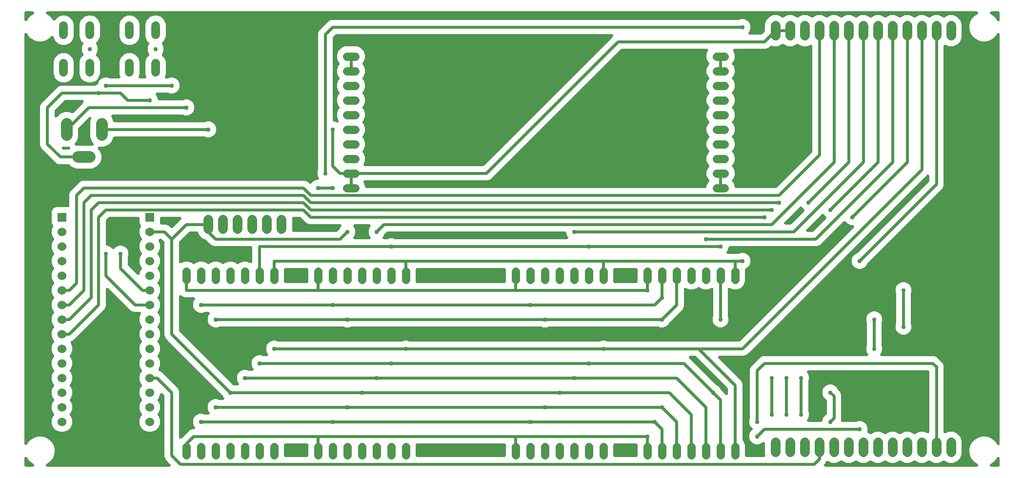
<source format=gbr>
G04 EAGLE Gerber RS-274X export*
G75*
%MOMM*%
%FSLAX34Y34*%
%LPD*%
%INBottom Copper*%
%IPPOS*%
%AMOC8*
5,1,8,0,0,1.08239X$1,22.5*%
G01*
%ADD10R,1.530000X1.530000*%
%ADD11C,1.530000*%
%ADD12C,1.422400*%
%ADD13C,2.000000*%
%ADD14C,1.524000*%
%ADD15C,1.676400*%
%ADD16C,0.508000*%
%ADD17C,0.756400*%

G36*
X262521Y10934D02*
X262521Y10934D01*
X262651Y10936D01*
X262745Y10954D01*
X262840Y10963D01*
X262966Y10997D01*
X263093Y11022D01*
X263183Y11056D01*
X263275Y11081D01*
X263392Y11137D01*
X263513Y11184D01*
X263595Y11234D01*
X263681Y11275D01*
X263787Y11350D01*
X263898Y11418D01*
X263970Y11481D01*
X264047Y11537D01*
X264138Y11630D01*
X264235Y11716D01*
X264295Y11791D01*
X264361Y11859D01*
X264434Y11967D01*
X264515Y12069D01*
X264560Y12153D01*
X264613Y12232D01*
X264666Y12351D01*
X264727Y12466D01*
X264757Y12557D01*
X264796Y12644D01*
X264826Y12771D01*
X264867Y12894D01*
X264880Y12989D01*
X264902Y13082D01*
X264910Y13211D01*
X264928Y13340D01*
X264924Y13436D01*
X264930Y13531D01*
X264915Y13660D01*
X264910Y13790D01*
X264889Y13883D01*
X264878Y13978D01*
X264840Y14103D01*
X264812Y14230D01*
X264775Y14318D01*
X264748Y14409D01*
X264689Y14525D01*
X264638Y14645D01*
X264587Y14726D01*
X264543Y14811D01*
X264465Y14914D01*
X264394Y15023D01*
X264308Y15121D01*
X264271Y15169D01*
X264238Y15200D01*
X264187Y15258D01*
X259953Y19491D01*
X256068Y23376D01*
X254159Y27985D01*
X254159Y133454D01*
X254145Y133617D01*
X254138Y133782D01*
X254125Y133841D01*
X254119Y133902D01*
X254076Y134061D01*
X254040Y134221D01*
X254017Y134278D01*
X254001Y134337D01*
X253930Y134485D01*
X253867Y134637D01*
X253834Y134688D01*
X253807Y134743D01*
X253712Y134877D01*
X253622Y135015D01*
X253571Y135073D01*
X253545Y135109D01*
X253502Y135152D01*
X253416Y135249D01*
X250586Y138079D01*
X250486Y138162D01*
X250393Y138253D01*
X250313Y138307D01*
X250240Y138368D01*
X250127Y138433D01*
X250020Y138505D01*
X249932Y138544D01*
X249849Y138591D01*
X249727Y138635D01*
X249608Y138688D01*
X249515Y138710D01*
X249425Y138742D01*
X249297Y138764D01*
X249170Y138794D01*
X249075Y138800D01*
X248981Y138816D01*
X248851Y138814D01*
X248721Y138822D01*
X248626Y138811D01*
X248530Y138810D01*
X248403Y138785D01*
X248274Y138770D01*
X248182Y138742D01*
X248088Y138724D01*
X247967Y138677D01*
X247843Y138640D01*
X247757Y138596D01*
X247668Y138562D01*
X247557Y138494D01*
X247441Y138435D01*
X247365Y138378D01*
X247284Y138328D01*
X247186Y138242D01*
X247083Y138163D01*
X247018Y138093D01*
X246946Y138030D01*
X246866Y137928D01*
X246777Y137832D01*
X246726Y137752D01*
X246667Y137677D01*
X246606Y137562D01*
X246536Y137452D01*
X246499Y137364D01*
X246454Y137280D01*
X246414Y137156D01*
X246365Y137036D01*
X246345Y136942D01*
X246315Y136852D01*
X246297Y136723D01*
X246270Y136596D01*
X246262Y136466D01*
X246254Y136405D01*
X246255Y136361D01*
X246251Y136284D01*
X246251Y136189D01*
X243564Y129702D01*
X242657Y128796D01*
X242635Y128769D01*
X242609Y128746D01*
X242491Y128597D01*
X242369Y128450D01*
X242351Y128420D01*
X242330Y128393D01*
X242240Y128225D01*
X242145Y128059D01*
X242134Y128027D01*
X242117Y127996D01*
X242058Y127815D01*
X241994Y127635D01*
X241989Y127601D01*
X241978Y127568D01*
X241952Y127379D01*
X241921Y127191D01*
X241921Y127156D01*
X241917Y127122D01*
X241924Y126931D01*
X241927Y126741D01*
X241934Y126706D01*
X241935Y126672D01*
X241976Y126486D01*
X242013Y126298D01*
X242025Y126266D01*
X242033Y126232D01*
X242106Y126056D01*
X242175Y125878D01*
X242193Y125849D01*
X242206Y125817D01*
X242310Y125656D01*
X242409Y125494D01*
X242432Y125468D01*
X242450Y125439D01*
X242657Y125204D01*
X243564Y124298D01*
X246251Y117811D01*
X246251Y110789D01*
X243564Y104302D01*
X242657Y103396D01*
X242635Y103369D01*
X242609Y103346D01*
X242491Y103197D01*
X242368Y103050D01*
X242351Y103020D01*
X242330Y102993D01*
X242240Y102825D01*
X242145Y102659D01*
X242134Y102627D01*
X242117Y102596D01*
X242058Y102415D01*
X241994Y102235D01*
X241989Y102201D01*
X241978Y102168D01*
X241952Y101979D01*
X241921Y101791D01*
X241921Y101756D01*
X241917Y101722D01*
X241924Y101531D01*
X241927Y101340D01*
X241934Y101306D01*
X241935Y101272D01*
X241976Y101086D01*
X242013Y100898D01*
X242025Y100866D01*
X242033Y100832D01*
X242106Y100657D01*
X242175Y100478D01*
X242193Y100449D01*
X242206Y100417D01*
X242310Y100257D01*
X242409Y100094D01*
X242432Y100068D01*
X242450Y100039D01*
X242657Y99804D01*
X243564Y98898D01*
X246251Y92411D01*
X246251Y85389D01*
X243564Y78902D01*
X238598Y73936D01*
X232111Y71249D01*
X225089Y71249D01*
X218602Y73936D01*
X213636Y78902D01*
X210949Y85389D01*
X210949Y92411D01*
X213636Y98898D01*
X214543Y99804D01*
X214565Y99831D01*
X214591Y99854D01*
X214709Y100003D01*
X214831Y100150D01*
X214849Y100180D01*
X214870Y100207D01*
X214960Y100375D01*
X215055Y100541D01*
X215066Y100573D01*
X215083Y100604D01*
X215142Y100785D01*
X215206Y100965D01*
X215211Y100999D01*
X215222Y101032D01*
X215248Y101221D01*
X215279Y101409D01*
X215279Y101444D01*
X215283Y101478D01*
X215276Y101669D01*
X215273Y101859D01*
X215266Y101894D01*
X215265Y101928D01*
X215224Y102114D01*
X215187Y102302D01*
X215175Y102334D01*
X215167Y102368D01*
X215094Y102544D01*
X215025Y102722D01*
X215007Y102751D01*
X214994Y102783D01*
X214890Y102944D01*
X214791Y103106D01*
X214768Y103132D01*
X214750Y103161D01*
X214543Y103396D01*
X213636Y104302D01*
X210949Y110789D01*
X210949Y117811D01*
X213636Y124298D01*
X214543Y125204D01*
X214565Y125231D01*
X214591Y125254D01*
X214709Y125403D01*
X214832Y125550D01*
X214849Y125580D01*
X214870Y125607D01*
X214960Y125775D01*
X215055Y125941D01*
X215066Y125973D01*
X215083Y126004D01*
X215142Y126185D01*
X215206Y126365D01*
X215211Y126399D01*
X215222Y126432D01*
X215248Y126621D01*
X215279Y126809D01*
X215279Y126844D01*
X215283Y126878D01*
X215276Y127069D01*
X215273Y127260D01*
X215266Y127294D01*
X215265Y127328D01*
X215224Y127514D01*
X215187Y127702D01*
X215175Y127734D01*
X215167Y127768D01*
X215094Y127943D01*
X215025Y128122D01*
X215007Y128151D01*
X214994Y128183D01*
X214890Y128343D01*
X214791Y128506D01*
X214768Y128532D01*
X214750Y128561D01*
X214543Y128796D01*
X213636Y129702D01*
X210949Y136189D01*
X210949Y143211D01*
X213636Y149698D01*
X214543Y150604D01*
X214565Y150631D01*
X214591Y150654D01*
X214709Y150803D01*
X214832Y150950D01*
X214849Y150980D01*
X214870Y151007D01*
X214960Y151175D01*
X215055Y151341D01*
X215066Y151373D01*
X215083Y151404D01*
X215142Y151585D01*
X215206Y151765D01*
X215211Y151799D01*
X215222Y151832D01*
X215248Y152021D01*
X215279Y152209D01*
X215279Y152244D01*
X215283Y152278D01*
X215276Y152469D01*
X215273Y152660D01*
X215266Y152694D01*
X215265Y152728D01*
X215224Y152914D01*
X215187Y153102D01*
X215175Y153134D01*
X215167Y153168D01*
X215094Y153343D01*
X215025Y153522D01*
X215007Y153551D01*
X214994Y153583D01*
X214890Y153743D01*
X214791Y153906D01*
X214768Y153932D01*
X214750Y153961D01*
X214543Y154196D01*
X213636Y155102D01*
X210949Y161589D01*
X210949Y168611D01*
X213636Y175098D01*
X214543Y176004D01*
X214565Y176031D01*
X214591Y176054D01*
X214709Y176203D01*
X214832Y176350D01*
X214849Y176380D01*
X214870Y176407D01*
X214960Y176575D01*
X215055Y176741D01*
X215066Y176773D01*
X215083Y176804D01*
X215142Y176985D01*
X215206Y177165D01*
X215211Y177199D01*
X215222Y177232D01*
X215248Y177421D01*
X215279Y177609D01*
X215279Y177644D01*
X215283Y177678D01*
X215276Y177869D01*
X215273Y178060D01*
X215266Y178094D01*
X215265Y178128D01*
X215224Y178314D01*
X215187Y178502D01*
X215175Y178534D01*
X215167Y178568D01*
X215094Y178743D01*
X215025Y178922D01*
X215007Y178951D01*
X214994Y178983D01*
X214890Y179143D01*
X214791Y179306D01*
X214768Y179332D01*
X214750Y179361D01*
X214543Y179596D01*
X213636Y180502D01*
X210949Y186989D01*
X210949Y194011D01*
X213636Y200498D01*
X214543Y201404D01*
X214565Y201431D01*
X214591Y201454D01*
X214709Y201603D01*
X214832Y201750D01*
X214849Y201780D01*
X214870Y201807D01*
X214960Y201975D01*
X215055Y202141D01*
X215066Y202173D01*
X215083Y202204D01*
X215142Y202385D01*
X215206Y202565D01*
X215211Y202599D01*
X215222Y202632D01*
X215248Y202821D01*
X215279Y203009D01*
X215279Y203044D01*
X215283Y203078D01*
X215276Y203269D01*
X215273Y203460D01*
X215266Y203494D01*
X215265Y203528D01*
X215224Y203714D01*
X215187Y203902D01*
X215175Y203934D01*
X215167Y203968D01*
X215094Y204143D01*
X215025Y204322D01*
X215007Y204351D01*
X214994Y204383D01*
X214890Y204543D01*
X214791Y204706D01*
X214768Y204732D01*
X214750Y204761D01*
X214543Y204996D01*
X213636Y205902D01*
X210949Y212389D01*
X210949Y219411D01*
X213636Y225898D01*
X214543Y226804D01*
X214565Y226831D01*
X214591Y226854D01*
X214709Y227003D01*
X214832Y227150D01*
X214849Y227180D01*
X214870Y227207D01*
X214960Y227375D01*
X215055Y227541D01*
X215066Y227573D01*
X215083Y227604D01*
X215142Y227785D01*
X215206Y227965D01*
X215211Y227999D01*
X215222Y228032D01*
X215248Y228221D01*
X215279Y228409D01*
X215279Y228444D01*
X215283Y228478D01*
X215276Y228669D01*
X215273Y228860D01*
X215266Y228894D01*
X215265Y228928D01*
X215224Y229114D01*
X215187Y229302D01*
X215175Y229334D01*
X215167Y229368D01*
X215094Y229543D01*
X215025Y229722D01*
X215007Y229751D01*
X214994Y229783D01*
X214890Y229943D01*
X214791Y230106D01*
X214768Y230132D01*
X214750Y230161D01*
X214543Y230396D01*
X213636Y231302D01*
X210949Y237789D01*
X210949Y244811D01*
X213636Y251298D01*
X214543Y252204D01*
X214565Y252231D01*
X214591Y252254D01*
X214709Y252403D01*
X214832Y252550D01*
X214849Y252580D01*
X214870Y252607D01*
X214960Y252775D01*
X215055Y252941D01*
X215066Y252973D01*
X215083Y253004D01*
X215142Y253185D01*
X215206Y253365D01*
X215211Y253399D01*
X215222Y253432D01*
X215248Y253621D01*
X215279Y253809D01*
X215279Y253844D01*
X215283Y253878D01*
X215276Y254069D01*
X215273Y254260D01*
X215266Y254294D01*
X215265Y254328D01*
X215224Y254514D01*
X215187Y254702D01*
X215175Y254734D01*
X215167Y254768D01*
X215094Y254943D01*
X215025Y255122D01*
X215007Y255151D01*
X214994Y255183D01*
X214890Y255343D01*
X214791Y255506D01*
X214768Y255532D01*
X214750Y255561D01*
X214543Y255796D01*
X213636Y256702D01*
X210949Y263189D01*
X210949Y270211D01*
X213367Y276048D01*
X213392Y276127D01*
X213425Y276202D01*
X213459Y276341D01*
X213502Y276478D01*
X213512Y276560D01*
X213532Y276640D01*
X213541Y276782D01*
X213559Y276925D01*
X213554Y277007D01*
X213560Y277089D01*
X213543Y277231D01*
X213536Y277374D01*
X213517Y277454D01*
X213507Y277536D01*
X213466Y277674D01*
X213434Y277813D01*
X213401Y277888D01*
X213377Y277967D01*
X213312Y278095D01*
X213256Y278226D01*
X213210Y278295D01*
X213173Y278369D01*
X213086Y278483D01*
X213007Y278602D01*
X212951Y278662D01*
X212901Y278727D01*
X212795Y278824D01*
X212697Y278928D01*
X212630Y278977D01*
X212570Y279033D01*
X212449Y279110D01*
X212333Y279194D01*
X212259Y279230D01*
X212190Y279274D01*
X212057Y279329D01*
X211929Y279392D01*
X211849Y279414D01*
X211773Y279445D01*
X211633Y279475D01*
X211496Y279515D01*
X211414Y279523D01*
X211333Y279540D01*
X211087Y279555D01*
X211048Y279559D01*
X211037Y279558D01*
X211021Y279559D01*
X200705Y279559D01*
X196096Y281468D01*
X156576Y320989D01*
X156476Y321073D01*
X156383Y321163D01*
X156303Y321217D01*
X156230Y321278D01*
X156117Y321343D01*
X156010Y321415D01*
X155922Y321454D01*
X155839Y321501D01*
X155717Y321545D01*
X155598Y321598D01*
X155505Y321620D01*
X155415Y321652D01*
X155286Y321674D01*
X155160Y321704D01*
X155065Y321710D01*
X154971Y321726D01*
X154840Y321724D01*
X154711Y321732D01*
X154616Y321721D01*
X154520Y321720D01*
X154393Y321695D01*
X154264Y321680D01*
X154172Y321652D01*
X154078Y321634D01*
X153957Y321587D01*
X153833Y321550D01*
X153748Y321506D01*
X153658Y321472D01*
X153547Y321404D01*
X153431Y321345D01*
X153355Y321288D01*
X153274Y321238D01*
X153176Y321152D01*
X153073Y321073D01*
X153008Y321003D01*
X152936Y320940D01*
X152856Y320838D01*
X152767Y320742D01*
X152716Y320661D01*
X152657Y320587D01*
X152596Y320472D01*
X152526Y320362D01*
X152489Y320274D01*
X152444Y320190D01*
X152404Y320066D01*
X152355Y319946D01*
X152335Y319852D01*
X152305Y319762D01*
X152287Y319633D01*
X152260Y319506D01*
X152252Y319376D01*
X152244Y319315D01*
X152245Y319271D01*
X152241Y319194D01*
X152241Y289605D01*
X150332Y284996D01*
X96004Y230668D01*
X92532Y229230D01*
X92501Y229214D01*
X92468Y229203D01*
X92302Y229110D01*
X92133Y229022D01*
X92105Y229001D01*
X92075Y228984D01*
X91928Y228863D01*
X91777Y228746D01*
X91754Y228720D01*
X91727Y228698D01*
X91603Y228554D01*
X91475Y228412D01*
X91457Y228383D01*
X91434Y228356D01*
X91338Y228192D01*
X91237Y228030D01*
X91224Y227997D01*
X91207Y227968D01*
X91141Y227789D01*
X91071Y227611D01*
X91064Y227577D01*
X91052Y227545D01*
X91019Y227357D01*
X90980Y227170D01*
X90980Y227136D01*
X90974Y227101D01*
X90974Y226911D01*
X90970Y226720D01*
X90975Y226686D01*
X90975Y226651D01*
X91009Y226464D01*
X91039Y226275D01*
X91050Y226242D01*
X91056Y226208D01*
X91158Y225913D01*
X93851Y219411D01*
X93851Y212389D01*
X91164Y205902D01*
X90257Y204996D01*
X90235Y204969D01*
X90209Y204946D01*
X90091Y204797D01*
X89969Y204650D01*
X89951Y204620D01*
X89930Y204593D01*
X89840Y204425D01*
X89745Y204259D01*
X89734Y204227D01*
X89717Y204196D01*
X89658Y204015D01*
X89594Y203835D01*
X89589Y203801D01*
X89578Y203768D01*
X89552Y203579D01*
X89521Y203391D01*
X89521Y203356D01*
X89517Y203322D01*
X89524Y203131D01*
X89527Y202941D01*
X89534Y202906D01*
X89535Y202872D01*
X89576Y202686D01*
X89613Y202498D01*
X89625Y202466D01*
X89633Y202432D01*
X89706Y202256D01*
X89775Y202078D01*
X89793Y202049D01*
X89806Y202017D01*
X89910Y201856D01*
X90009Y201694D01*
X90032Y201668D01*
X90050Y201639D01*
X90257Y201404D01*
X91164Y200498D01*
X93851Y194011D01*
X93851Y186989D01*
X91164Y180502D01*
X90257Y179596D01*
X90235Y179569D01*
X90209Y179546D01*
X90091Y179397D01*
X89969Y179250D01*
X89951Y179220D01*
X89930Y179193D01*
X89840Y179025D01*
X89745Y178859D01*
X89734Y178827D01*
X89717Y178796D01*
X89658Y178615D01*
X89594Y178435D01*
X89589Y178401D01*
X89578Y178368D01*
X89552Y178179D01*
X89521Y177991D01*
X89521Y177956D01*
X89517Y177922D01*
X89524Y177731D01*
X89527Y177541D01*
X89534Y177506D01*
X89535Y177472D01*
X89576Y177286D01*
X89613Y177098D01*
X89625Y177066D01*
X89633Y177032D01*
X89706Y176856D01*
X89775Y176678D01*
X89793Y176649D01*
X89806Y176617D01*
X89910Y176456D01*
X90009Y176294D01*
X90032Y176268D01*
X90050Y176239D01*
X90257Y176004D01*
X91164Y175098D01*
X93851Y168611D01*
X93851Y161589D01*
X91164Y155102D01*
X90257Y154196D01*
X90235Y154169D01*
X90209Y154146D01*
X90091Y153997D01*
X89969Y153850D01*
X89951Y153820D01*
X89930Y153793D01*
X89840Y153625D01*
X89745Y153459D01*
X89734Y153427D01*
X89717Y153396D01*
X89658Y153215D01*
X89594Y153035D01*
X89589Y153001D01*
X89578Y152968D01*
X89552Y152779D01*
X89521Y152591D01*
X89521Y152556D01*
X89517Y152522D01*
X89524Y152331D01*
X89527Y152141D01*
X89534Y152106D01*
X89535Y152072D01*
X89576Y151886D01*
X89613Y151698D01*
X89625Y151666D01*
X89633Y151632D01*
X89706Y151456D01*
X89775Y151278D01*
X89793Y151249D01*
X89806Y151217D01*
X89910Y151056D01*
X90009Y150894D01*
X90032Y150868D01*
X90050Y150839D01*
X90257Y150604D01*
X91164Y149698D01*
X93851Y143211D01*
X93851Y136189D01*
X91164Y129702D01*
X90257Y128796D01*
X90235Y128769D01*
X90209Y128746D01*
X90091Y128597D01*
X89969Y128450D01*
X89951Y128420D01*
X89930Y128393D01*
X89840Y128225D01*
X89745Y128059D01*
X89734Y128027D01*
X89717Y127996D01*
X89658Y127815D01*
X89594Y127635D01*
X89589Y127601D01*
X89578Y127568D01*
X89552Y127379D01*
X89521Y127191D01*
X89521Y127156D01*
X89517Y127122D01*
X89524Y126931D01*
X89527Y126741D01*
X89534Y126706D01*
X89535Y126672D01*
X89576Y126486D01*
X89613Y126298D01*
X89625Y126266D01*
X89633Y126232D01*
X89706Y126056D01*
X89775Y125878D01*
X89793Y125849D01*
X89806Y125817D01*
X89910Y125656D01*
X90009Y125494D01*
X90032Y125468D01*
X90050Y125439D01*
X90257Y125204D01*
X91164Y124298D01*
X93851Y117811D01*
X93851Y110789D01*
X91164Y104302D01*
X90257Y103396D01*
X90235Y103369D01*
X90209Y103346D01*
X90091Y103197D01*
X89969Y103050D01*
X89951Y103020D01*
X89930Y102993D01*
X89840Y102825D01*
X89745Y102659D01*
X89734Y102627D01*
X89717Y102596D01*
X89658Y102415D01*
X89594Y102235D01*
X89589Y102201D01*
X89578Y102168D01*
X89552Y101979D01*
X89521Y101791D01*
X89521Y101756D01*
X89517Y101722D01*
X89524Y101531D01*
X89527Y101341D01*
X89534Y101306D01*
X89535Y101272D01*
X89576Y101086D01*
X89613Y100898D01*
X89625Y100866D01*
X89633Y100832D01*
X89706Y100656D01*
X89775Y100478D01*
X89793Y100449D01*
X89806Y100417D01*
X89910Y100256D01*
X90009Y100094D01*
X90032Y100068D01*
X90050Y100039D01*
X90257Y99804D01*
X91164Y98898D01*
X93851Y92411D01*
X93851Y85389D01*
X91164Y78902D01*
X86198Y73936D01*
X79711Y71249D01*
X72689Y71249D01*
X66202Y73936D01*
X61236Y78902D01*
X58549Y85389D01*
X58549Y92411D01*
X61236Y98898D01*
X62143Y99804D01*
X62165Y99831D01*
X62191Y99854D01*
X62309Y100003D01*
X62432Y100150D01*
X62449Y100180D01*
X62470Y100207D01*
X62560Y100375D01*
X62655Y100541D01*
X62666Y100573D01*
X62683Y100604D01*
X62742Y100785D01*
X62806Y100965D01*
X62811Y100999D01*
X62822Y101032D01*
X62848Y101221D01*
X62879Y101409D01*
X62879Y101444D01*
X62883Y101478D01*
X62876Y101669D01*
X62873Y101860D01*
X62866Y101894D01*
X62865Y101928D01*
X62824Y102114D01*
X62787Y102302D01*
X62775Y102334D01*
X62767Y102368D01*
X62694Y102543D01*
X62625Y102722D01*
X62607Y102751D01*
X62594Y102783D01*
X62490Y102943D01*
X62391Y103106D01*
X62368Y103132D01*
X62350Y103161D01*
X62143Y103396D01*
X61236Y104302D01*
X58549Y110789D01*
X58549Y117811D01*
X61236Y124298D01*
X62143Y125204D01*
X62165Y125231D01*
X62191Y125254D01*
X62309Y125403D01*
X62432Y125550D01*
X62449Y125580D01*
X62470Y125607D01*
X62560Y125775D01*
X62655Y125941D01*
X62666Y125973D01*
X62683Y126004D01*
X62742Y126185D01*
X62806Y126365D01*
X62811Y126399D01*
X62822Y126432D01*
X62848Y126621D01*
X62879Y126809D01*
X62879Y126844D01*
X62883Y126878D01*
X62876Y127069D01*
X62873Y127260D01*
X62866Y127294D01*
X62865Y127328D01*
X62824Y127514D01*
X62787Y127702D01*
X62775Y127734D01*
X62767Y127768D01*
X62694Y127943D01*
X62625Y128122D01*
X62607Y128151D01*
X62594Y128183D01*
X62490Y128343D01*
X62391Y128506D01*
X62368Y128532D01*
X62350Y128561D01*
X62143Y128796D01*
X61236Y129702D01*
X58549Y136189D01*
X58549Y143211D01*
X61236Y149698D01*
X62143Y150604D01*
X62165Y150631D01*
X62191Y150654D01*
X62309Y150803D01*
X62432Y150950D01*
X62449Y150980D01*
X62470Y151007D01*
X62560Y151175D01*
X62655Y151341D01*
X62666Y151373D01*
X62683Y151404D01*
X62742Y151585D01*
X62806Y151765D01*
X62811Y151799D01*
X62822Y151832D01*
X62848Y152021D01*
X62879Y152209D01*
X62879Y152244D01*
X62883Y152278D01*
X62876Y152469D01*
X62873Y152660D01*
X62866Y152694D01*
X62865Y152728D01*
X62824Y152914D01*
X62787Y153102D01*
X62775Y153134D01*
X62767Y153168D01*
X62694Y153343D01*
X62625Y153522D01*
X62607Y153551D01*
X62594Y153583D01*
X62490Y153743D01*
X62391Y153906D01*
X62368Y153932D01*
X62350Y153961D01*
X62143Y154196D01*
X61236Y155102D01*
X58549Y161589D01*
X58549Y168611D01*
X61236Y175098D01*
X62143Y176004D01*
X62165Y176031D01*
X62191Y176054D01*
X62309Y176203D01*
X62432Y176350D01*
X62449Y176380D01*
X62470Y176407D01*
X62560Y176575D01*
X62655Y176741D01*
X62666Y176773D01*
X62683Y176804D01*
X62742Y176985D01*
X62806Y177165D01*
X62811Y177199D01*
X62822Y177232D01*
X62848Y177421D01*
X62879Y177609D01*
X62879Y177644D01*
X62883Y177678D01*
X62876Y177869D01*
X62873Y178060D01*
X62866Y178094D01*
X62865Y178128D01*
X62824Y178314D01*
X62787Y178502D01*
X62775Y178534D01*
X62767Y178568D01*
X62694Y178743D01*
X62625Y178922D01*
X62607Y178951D01*
X62594Y178983D01*
X62490Y179143D01*
X62391Y179306D01*
X62368Y179332D01*
X62350Y179361D01*
X62143Y179596D01*
X61236Y180502D01*
X58549Y186989D01*
X58549Y194011D01*
X61236Y200498D01*
X62143Y201404D01*
X62165Y201431D01*
X62191Y201454D01*
X62309Y201603D01*
X62432Y201750D01*
X62449Y201780D01*
X62470Y201807D01*
X62560Y201975D01*
X62655Y202141D01*
X62666Y202173D01*
X62683Y202204D01*
X62742Y202385D01*
X62806Y202565D01*
X62811Y202599D01*
X62822Y202632D01*
X62848Y202821D01*
X62879Y203009D01*
X62879Y203044D01*
X62883Y203078D01*
X62876Y203269D01*
X62873Y203460D01*
X62866Y203494D01*
X62865Y203528D01*
X62824Y203714D01*
X62787Y203902D01*
X62775Y203934D01*
X62767Y203968D01*
X62694Y204143D01*
X62625Y204322D01*
X62607Y204351D01*
X62594Y204383D01*
X62490Y204543D01*
X62391Y204706D01*
X62368Y204732D01*
X62350Y204761D01*
X62143Y204996D01*
X61236Y205902D01*
X58549Y212389D01*
X58549Y219411D01*
X61236Y225898D01*
X62143Y226804D01*
X62165Y226831D01*
X62191Y226854D01*
X62309Y227003D01*
X62432Y227150D01*
X62449Y227180D01*
X62470Y227207D01*
X62560Y227375D01*
X62655Y227541D01*
X62666Y227573D01*
X62683Y227604D01*
X62742Y227785D01*
X62806Y227965D01*
X62811Y227999D01*
X62822Y228032D01*
X62848Y228221D01*
X62879Y228409D01*
X62879Y228444D01*
X62883Y228478D01*
X62876Y228669D01*
X62873Y228860D01*
X62866Y228894D01*
X62865Y228928D01*
X62824Y229114D01*
X62787Y229302D01*
X62775Y229334D01*
X62767Y229368D01*
X62694Y229543D01*
X62625Y229722D01*
X62607Y229751D01*
X62594Y229783D01*
X62490Y229943D01*
X62391Y230106D01*
X62368Y230132D01*
X62350Y230161D01*
X62143Y230396D01*
X61236Y231302D01*
X58549Y237789D01*
X58549Y244811D01*
X61236Y251298D01*
X62143Y252204D01*
X62165Y252231D01*
X62191Y252254D01*
X62309Y252403D01*
X62432Y252550D01*
X62449Y252580D01*
X62470Y252607D01*
X62560Y252775D01*
X62655Y252941D01*
X62666Y252973D01*
X62683Y253004D01*
X62742Y253185D01*
X62806Y253365D01*
X62811Y253399D01*
X62822Y253432D01*
X62848Y253621D01*
X62879Y253809D01*
X62879Y253844D01*
X62883Y253878D01*
X62876Y254069D01*
X62873Y254260D01*
X62866Y254294D01*
X62865Y254328D01*
X62824Y254514D01*
X62787Y254702D01*
X62775Y254734D01*
X62767Y254768D01*
X62694Y254943D01*
X62625Y255122D01*
X62607Y255151D01*
X62594Y255183D01*
X62490Y255343D01*
X62391Y255506D01*
X62368Y255532D01*
X62350Y255561D01*
X62143Y255796D01*
X61236Y256702D01*
X58549Y263189D01*
X58549Y270211D01*
X61236Y276698D01*
X62143Y277604D01*
X62165Y277631D01*
X62191Y277654D01*
X62309Y277803D01*
X62432Y277950D01*
X62449Y277980D01*
X62470Y278007D01*
X62560Y278175D01*
X62655Y278341D01*
X62666Y278373D01*
X62683Y278404D01*
X62742Y278585D01*
X62806Y278765D01*
X62811Y278799D01*
X62822Y278832D01*
X62848Y279021D01*
X62879Y279209D01*
X62879Y279244D01*
X62883Y279278D01*
X62876Y279469D01*
X62873Y279660D01*
X62866Y279694D01*
X62865Y279728D01*
X62824Y279914D01*
X62787Y280102D01*
X62775Y280134D01*
X62767Y280168D01*
X62694Y280343D01*
X62625Y280522D01*
X62607Y280551D01*
X62594Y280583D01*
X62490Y280743D01*
X62391Y280906D01*
X62368Y280932D01*
X62350Y280961D01*
X62143Y281196D01*
X61236Y282102D01*
X58549Y288589D01*
X58549Y295611D01*
X61236Y302098D01*
X62143Y303004D01*
X62165Y303031D01*
X62191Y303054D01*
X62309Y303203D01*
X62432Y303350D01*
X62449Y303380D01*
X62470Y303407D01*
X62560Y303575D01*
X62655Y303741D01*
X62666Y303773D01*
X62683Y303804D01*
X62742Y303985D01*
X62806Y304165D01*
X62811Y304199D01*
X62822Y304232D01*
X62848Y304421D01*
X62879Y304609D01*
X62879Y304644D01*
X62883Y304678D01*
X62876Y304869D01*
X62873Y305060D01*
X62866Y305094D01*
X62865Y305128D01*
X62824Y305314D01*
X62787Y305502D01*
X62775Y305534D01*
X62767Y305568D01*
X62694Y305743D01*
X62625Y305922D01*
X62607Y305951D01*
X62594Y305983D01*
X62490Y306143D01*
X62391Y306306D01*
X62368Y306332D01*
X62350Y306361D01*
X62143Y306596D01*
X61236Y307502D01*
X58549Y313989D01*
X58549Y321011D01*
X61236Y327498D01*
X62143Y328404D01*
X62165Y328431D01*
X62191Y328454D01*
X62309Y328603D01*
X62432Y328750D01*
X62449Y328780D01*
X62470Y328807D01*
X62560Y328975D01*
X62655Y329141D01*
X62666Y329173D01*
X62683Y329204D01*
X62742Y329385D01*
X62806Y329565D01*
X62811Y329599D01*
X62822Y329632D01*
X62848Y329821D01*
X62879Y330009D01*
X62879Y330044D01*
X62883Y330078D01*
X62876Y330269D01*
X62873Y330460D01*
X62866Y330494D01*
X62865Y330528D01*
X62824Y330714D01*
X62787Y330902D01*
X62775Y330934D01*
X62767Y330968D01*
X62694Y331143D01*
X62625Y331322D01*
X62607Y331351D01*
X62594Y331383D01*
X62490Y331543D01*
X62391Y331706D01*
X62368Y331732D01*
X62350Y331761D01*
X62143Y331996D01*
X61236Y332902D01*
X58549Y339389D01*
X58549Y346411D01*
X61236Y352898D01*
X62143Y353804D01*
X62165Y353831D01*
X62191Y353854D01*
X62309Y354003D01*
X62432Y354150D01*
X62449Y354180D01*
X62470Y354207D01*
X62560Y354375D01*
X62655Y354541D01*
X62666Y354573D01*
X62683Y354604D01*
X62742Y354785D01*
X62806Y354965D01*
X62811Y354999D01*
X62822Y355032D01*
X62848Y355221D01*
X62879Y355409D01*
X62879Y355444D01*
X62883Y355478D01*
X62876Y355669D01*
X62873Y355860D01*
X62866Y355894D01*
X62865Y355928D01*
X62824Y356114D01*
X62787Y356302D01*
X62775Y356334D01*
X62767Y356368D01*
X62694Y356543D01*
X62625Y356722D01*
X62607Y356751D01*
X62594Y356783D01*
X62490Y356943D01*
X62391Y357106D01*
X62368Y357132D01*
X62350Y357161D01*
X62143Y357396D01*
X61236Y358302D01*
X58549Y364789D01*
X58549Y371811D01*
X61236Y378298D01*
X62143Y379204D01*
X62165Y379231D01*
X62191Y379254D01*
X62309Y379403D01*
X62432Y379550D01*
X62449Y379580D01*
X62470Y379607D01*
X62560Y379775D01*
X62655Y379941D01*
X62666Y379973D01*
X62683Y380004D01*
X62742Y380185D01*
X62806Y380365D01*
X62811Y380399D01*
X62822Y380432D01*
X62848Y380621D01*
X62879Y380809D01*
X62879Y380844D01*
X62883Y380878D01*
X62876Y381069D01*
X62873Y381260D01*
X62866Y381294D01*
X62865Y381328D01*
X62824Y381514D01*
X62787Y381702D01*
X62775Y381734D01*
X62767Y381768D01*
X62694Y381943D01*
X62625Y382122D01*
X62607Y382151D01*
X62594Y382183D01*
X62490Y382343D01*
X62391Y382506D01*
X62368Y382532D01*
X62350Y382561D01*
X62143Y382796D01*
X61236Y383702D01*
X58549Y390189D01*
X58549Y397211D01*
X61236Y403698D01*
X62143Y404604D01*
X62165Y404631D01*
X62191Y404654D01*
X62309Y404803D01*
X62432Y404950D01*
X62449Y404980D01*
X62470Y405007D01*
X62560Y405175D01*
X62655Y405341D01*
X62666Y405373D01*
X62683Y405404D01*
X62742Y405585D01*
X62806Y405765D01*
X62811Y405799D01*
X62822Y405832D01*
X62848Y406021D01*
X62879Y406209D01*
X62879Y406244D01*
X62883Y406278D01*
X62876Y406469D01*
X62873Y406660D01*
X62866Y406694D01*
X62865Y406728D01*
X62824Y406914D01*
X62787Y407102D01*
X62775Y407134D01*
X62767Y407168D01*
X62694Y407343D01*
X62625Y407522D01*
X62607Y407551D01*
X62594Y407583D01*
X62490Y407743D01*
X62391Y407906D01*
X62368Y407932D01*
X62350Y407961D01*
X62143Y408196D01*
X61236Y409102D01*
X58549Y415589D01*
X58549Y422611D01*
X60857Y428183D01*
X60921Y428385D01*
X60986Y428587D01*
X60988Y428600D01*
X60992Y428612D01*
X61019Y428823D01*
X61048Y429033D01*
X61047Y429046D01*
X61049Y429059D01*
X61038Y429270D01*
X61029Y429483D01*
X61026Y429496D01*
X61026Y429509D01*
X60978Y429715D01*
X60932Y429922D01*
X60927Y429935D01*
X60924Y429947D01*
X60840Y430141D01*
X60758Y430338D01*
X60751Y430349D01*
X60746Y430361D01*
X60629Y430537D01*
X60514Y430716D01*
X60503Y430728D01*
X60497Y430737D01*
X60471Y430765D01*
X60307Y430950D01*
X60072Y431185D01*
X58549Y434861D01*
X58549Y454139D01*
X60072Y457815D01*
X62885Y460628D01*
X66561Y462151D01*
X85932Y462151D01*
X85978Y462137D01*
X86060Y462126D01*
X86140Y462107D01*
X86282Y462098D01*
X86424Y462080D01*
X86507Y462084D01*
X86589Y462079D01*
X86731Y462095D01*
X86874Y462103D01*
X86954Y462121D01*
X87036Y462131D01*
X87173Y462172D01*
X87313Y462205D01*
X87388Y462237D01*
X87467Y462261D01*
X87595Y462326D01*
X87726Y462383D01*
X87795Y462428D01*
X87869Y462466D01*
X87983Y462552D01*
X88102Y462631D01*
X88162Y462688D01*
X88227Y462738D01*
X88324Y462843D01*
X88428Y462942D01*
X88477Y463008D01*
X88533Y463069D01*
X88609Y463189D01*
X88694Y463305D01*
X88730Y463379D01*
X88774Y463449D01*
X88829Y463581D01*
X88891Y463709D01*
X88914Y463789D01*
X88945Y463865D01*
X88975Y464005D01*
X89015Y464143D01*
X89023Y464225D01*
X89040Y464305D01*
X89055Y464551D01*
X89059Y464591D01*
X89058Y464601D01*
X89059Y464617D01*
X89059Y485095D01*
X90968Y489704D01*
X107196Y505932D01*
X111805Y507841D01*
X497795Y507841D01*
X502404Y505932D01*
X505326Y503009D01*
X505353Y502987D01*
X505376Y502961D01*
X505525Y502843D01*
X505672Y502720D01*
X505702Y502703D01*
X505729Y502681D01*
X505897Y502591D01*
X506063Y502497D01*
X506095Y502485D01*
X506126Y502469D01*
X506307Y502410D01*
X506487Y502346D01*
X506521Y502340D01*
X506554Y502330D01*
X506743Y502304D01*
X506931Y502272D01*
X506966Y502273D01*
X507000Y502268D01*
X507191Y502276D01*
X507381Y502279D01*
X507415Y502285D01*
X507450Y502287D01*
X507636Y502328D01*
X507823Y502364D01*
X507856Y502377D01*
X507889Y502384D01*
X508066Y502458D01*
X508243Y502526D01*
X508273Y502544D01*
X508305Y502558D01*
X508465Y502661D01*
X508628Y502760D01*
X508654Y502783D01*
X508683Y502802D01*
X508917Y503009D01*
X512893Y506984D01*
X517958Y509083D01*
X519493Y509083D01*
X519576Y509090D01*
X519658Y509088D01*
X519799Y509110D01*
X519942Y509123D01*
X520022Y509144D01*
X520103Y509157D01*
X520238Y509203D01*
X520376Y509241D01*
X520451Y509277D01*
X520529Y509303D01*
X520654Y509373D01*
X520783Y509435D01*
X520850Y509482D01*
X520922Y509523D01*
X521033Y509613D01*
X521149Y509697D01*
X521207Y509756D01*
X521270Y509808D01*
X521363Y509917D01*
X521463Y510019D01*
X521509Y510088D01*
X521563Y510150D01*
X521635Y510274D01*
X521715Y510392D01*
X521749Y510468D01*
X521790Y510539D01*
X521839Y510673D01*
X521897Y510804D01*
X521917Y510884D01*
X521945Y510962D01*
X521970Y511103D01*
X522004Y511242D01*
X522009Y511324D01*
X522023Y511405D01*
X522023Y511548D01*
X522032Y511691D01*
X522022Y511773D01*
X522022Y511855D01*
X521996Y511996D01*
X521980Y512138D01*
X521956Y512217D01*
X521941Y512298D01*
X521861Y512531D01*
X521849Y512569D01*
X521845Y512579D01*
X521839Y512594D01*
X519617Y517958D01*
X519617Y523442D01*
X520666Y525973D01*
X520701Y526085D01*
X520745Y526193D01*
X520768Y526299D01*
X520801Y526403D01*
X520815Y526519D01*
X520840Y526633D01*
X520850Y526787D01*
X520857Y526850D01*
X520856Y526886D01*
X520859Y526945D01*
X520859Y764495D01*
X522768Y769104D01*
X526653Y772988D01*
X526653Y772989D01*
X535111Y781447D01*
X538996Y785332D01*
X543605Y787241D01*
X1251055Y787241D01*
X1251171Y787251D01*
X1251288Y787251D01*
X1251395Y787271D01*
X1251503Y787281D01*
X1251616Y787311D01*
X1251731Y787332D01*
X1251877Y787383D01*
X1251938Y787399D01*
X1251970Y787415D01*
X1252027Y787434D01*
X1254558Y788483D01*
X1260042Y788483D01*
X1265107Y786384D01*
X1268984Y782507D01*
X1271083Y777442D01*
X1271083Y771958D01*
X1268984Y766893D01*
X1268267Y766176D01*
X1268184Y766076D01*
X1268093Y765983D01*
X1268040Y765903D01*
X1267978Y765830D01*
X1267914Y765717D01*
X1267841Y765610D01*
X1267802Y765522D01*
X1267755Y765439D01*
X1267711Y765317D01*
X1267659Y765198D01*
X1267636Y765105D01*
X1267604Y765015D01*
X1267583Y764887D01*
X1267552Y764760D01*
X1267546Y764665D01*
X1267531Y764571D01*
X1267532Y764441D01*
X1267524Y764311D01*
X1267535Y764216D01*
X1267537Y764121D01*
X1267561Y763993D01*
X1267577Y763864D01*
X1267604Y763772D01*
X1267622Y763678D01*
X1267669Y763557D01*
X1267707Y763433D01*
X1267750Y763347D01*
X1267785Y763258D01*
X1267852Y763147D01*
X1267911Y763031D01*
X1267969Y762955D01*
X1268019Y762874D01*
X1268105Y762776D01*
X1268183Y762673D01*
X1268253Y762608D01*
X1268317Y762536D01*
X1268419Y762456D01*
X1268514Y762367D01*
X1268595Y762316D01*
X1268670Y762257D01*
X1268784Y762196D01*
X1268894Y762126D01*
X1268983Y762089D01*
X1269067Y762044D01*
X1269190Y762004D01*
X1269311Y761955D01*
X1269404Y761935D01*
X1269495Y761905D01*
X1269624Y761887D01*
X1269751Y761860D01*
X1269881Y761852D01*
X1269941Y761844D01*
X1269986Y761845D01*
X1270063Y761841D01*
X1289154Y761841D01*
X1289317Y761855D01*
X1289482Y761862D01*
X1289541Y761875D01*
X1289602Y761881D01*
X1289761Y761924D01*
X1289921Y761960D01*
X1289978Y761983D01*
X1290037Y761999D01*
X1290185Y762070D01*
X1290337Y762133D01*
X1290388Y762166D01*
X1290443Y762193D01*
X1290577Y762288D01*
X1290715Y762378D01*
X1290773Y762429D01*
X1290809Y762455D01*
X1290852Y762498D01*
X1290949Y762584D01*
X1295324Y766959D01*
X1295429Y767085D01*
X1295541Y767206D01*
X1295573Y767257D01*
X1295612Y767304D01*
X1295694Y767447D01*
X1295782Y767586D01*
X1295806Y767642D01*
X1295836Y767695D01*
X1295891Y767850D01*
X1295953Y768002D01*
X1295966Y768062D01*
X1295987Y768119D01*
X1296013Y768282D01*
X1296048Y768442D01*
X1296053Y768519D01*
X1296060Y768564D01*
X1296059Y768625D01*
X1296067Y768754D01*
X1296067Y780389D01*
X1298866Y787145D01*
X1304037Y792316D01*
X1310793Y795115D01*
X1318107Y795115D01*
X1324863Y792316D01*
X1325354Y791825D01*
X1325381Y791802D01*
X1325404Y791776D01*
X1325553Y791659D01*
X1325700Y791536D01*
X1325730Y791518D01*
X1325757Y791497D01*
X1325925Y791407D01*
X1326091Y791312D01*
X1326123Y791301D01*
X1326154Y791284D01*
X1326335Y791225D01*
X1326515Y791162D01*
X1326549Y791156D01*
X1326582Y791145D01*
X1326772Y791119D01*
X1326959Y791088D01*
X1326994Y791089D01*
X1327028Y791084D01*
X1327219Y791092D01*
X1327409Y791094D01*
X1327443Y791101D01*
X1327478Y791102D01*
X1327664Y791144D01*
X1327852Y791180D01*
X1327884Y791192D01*
X1327918Y791200D01*
X1328094Y791273D01*
X1328272Y791342D01*
X1328301Y791360D01*
X1328333Y791373D01*
X1328494Y791477D01*
X1328656Y791576D01*
X1328682Y791599D01*
X1328711Y791618D01*
X1328946Y791825D01*
X1329437Y792316D01*
X1336193Y795115D01*
X1343507Y795115D01*
X1350263Y792316D01*
X1350754Y791825D01*
X1350781Y791802D01*
X1350804Y791776D01*
X1350953Y791659D01*
X1351100Y791536D01*
X1351130Y791518D01*
X1351157Y791497D01*
X1351325Y791407D01*
X1351491Y791312D01*
X1351523Y791301D01*
X1351554Y791284D01*
X1351735Y791225D01*
X1351915Y791162D01*
X1351949Y791156D01*
X1351982Y791145D01*
X1352171Y791119D01*
X1352359Y791088D01*
X1352394Y791089D01*
X1352428Y791084D01*
X1352619Y791092D01*
X1352810Y791094D01*
X1352844Y791101D01*
X1352878Y791102D01*
X1353064Y791144D01*
X1353252Y791180D01*
X1353284Y791192D01*
X1353318Y791200D01*
X1353494Y791273D01*
X1353672Y791342D01*
X1353701Y791360D01*
X1353733Y791373D01*
X1353893Y791477D01*
X1354056Y791576D01*
X1354082Y791599D01*
X1354111Y791618D01*
X1354346Y791825D01*
X1354837Y792316D01*
X1361593Y795115D01*
X1368907Y795115D01*
X1375663Y792316D01*
X1376154Y791825D01*
X1376181Y791802D01*
X1376204Y791776D01*
X1376353Y791659D01*
X1376500Y791536D01*
X1376530Y791518D01*
X1376557Y791497D01*
X1376725Y791407D01*
X1376891Y791312D01*
X1376923Y791301D01*
X1376954Y791284D01*
X1377135Y791225D01*
X1377315Y791162D01*
X1377349Y791156D01*
X1377382Y791145D01*
X1377572Y791119D01*
X1377759Y791088D01*
X1377794Y791089D01*
X1377828Y791084D01*
X1378019Y791092D01*
X1378209Y791094D01*
X1378243Y791101D01*
X1378278Y791102D01*
X1378464Y791144D01*
X1378652Y791180D01*
X1378684Y791192D01*
X1378718Y791200D01*
X1378894Y791273D01*
X1379072Y791342D01*
X1379101Y791360D01*
X1379133Y791373D01*
X1379294Y791477D01*
X1379456Y791576D01*
X1379482Y791599D01*
X1379511Y791618D01*
X1379746Y791825D01*
X1380237Y792316D01*
X1386993Y795115D01*
X1394307Y795115D01*
X1401063Y792316D01*
X1401554Y791825D01*
X1401581Y791802D01*
X1401604Y791776D01*
X1401753Y791659D01*
X1401900Y791536D01*
X1401930Y791518D01*
X1401957Y791497D01*
X1402125Y791407D01*
X1402291Y791312D01*
X1402323Y791301D01*
X1402354Y791284D01*
X1402535Y791225D01*
X1402715Y791162D01*
X1402749Y791156D01*
X1402782Y791145D01*
X1402971Y791119D01*
X1403159Y791088D01*
X1403194Y791089D01*
X1403228Y791084D01*
X1403419Y791092D01*
X1403610Y791094D01*
X1403644Y791101D01*
X1403678Y791102D01*
X1403864Y791144D01*
X1404052Y791180D01*
X1404084Y791192D01*
X1404118Y791200D01*
X1404294Y791273D01*
X1404472Y791342D01*
X1404501Y791360D01*
X1404533Y791373D01*
X1404693Y791477D01*
X1404856Y791576D01*
X1404882Y791599D01*
X1404911Y791618D01*
X1405146Y791825D01*
X1405637Y792316D01*
X1412393Y795115D01*
X1419707Y795115D01*
X1426463Y792316D01*
X1426954Y791825D01*
X1426981Y791802D01*
X1427004Y791776D01*
X1427153Y791659D01*
X1427300Y791536D01*
X1427330Y791518D01*
X1427357Y791497D01*
X1427525Y791407D01*
X1427691Y791312D01*
X1427723Y791301D01*
X1427754Y791284D01*
X1427935Y791225D01*
X1428115Y791162D01*
X1428149Y791156D01*
X1428182Y791145D01*
X1428372Y791119D01*
X1428559Y791088D01*
X1428594Y791089D01*
X1428628Y791084D01*
X1428819Y791092D01*
X1429009Y791094D01*
X1429043Y791101D01*
X1429078Y791102D01*
X1429264Y791144D01*
X1429452Y791180D01*
X1429484Y791192D01*
X1429518Y791200D01*
X1429694Y791273D01*
X1429872Y791342D01*
X1429901Y791360D01*
X1429933Y791373D01*
X1430094Y791477D01*
X1430256Y791576D01*
X1430282Y791599D01*
X1430311Y791618D01*
X1430546Y791825D01*
X1431037Y792316D01*
X1437793Y795115D01*
X1445107Y795115D01*
X1451863Y792316D01*
X1452354Y791825D01*
X1452381Y791802D01*
X1452404Y791776D01*
X1452553Y791659D01*
X1452700Y791536D01*
X1452730Y791518D01*
X1452757Y791497D01*
X1452925Y791407D01*
X1453091Y791312D01*
X1453123Y791301D01*
X1453154Y791284D01*
X1453335Y791225D01*
X1453515Y791162D01*
X1453549Y791156D01*
X1453582Y791145D01*
X1453771Y791119D01*
X1453959Y791088D01*
X1453994Y791089D01*
X1454028Y791084D01*
X1454219Y791092D01*
X1454410Y791094D01*
X1454444Y791101D01*
X1454478Y791102D01*
X1454664Y791144D01*
X1454852Y791180D01*
X1454884Y791192D01*
X1454918Y791200D01*
X1455094Y791273D01*
X1455272Y791342D01*
X1455301Y791360D01*
X1455333Y791373D01*
X1455493Y791477D01*
X1455656Y791576D01*
X1455682Y791599D01*
X1455711Y791618D01*
X1455946Y791825D01*
X1456437Y792316D01*
X1463193Y795115D01*
X1470507Y795115D01*
X1477263Y792316D01*
X1477754Y791825D01*
X1477781Y791802D01*
X1477804Y791776D01*
X1477953Y791659D01*
X1478100Y791536D01*
X1478130Y791518D01*
X1478157Y791497D01*
X1478325Y791407D01*
X1478491Y791312D01*
X1478523Y791301D01*
X1478554Y791284D01*
X1478735Y791225D01*
X1478915Y791162D01*
X1478949Y791156D01*
X1478982Y791145D01*
X1479172Y791119D01*
X1479359Y791088D01*
X1479394Y791089D01*
X1479428Y791084D01*
X1479619Y791092D01*
X1479809Y791094D01*
X1479843Y791101D01*
X1479878Y791102D01*
X1480064Y791144D01*
X1480252Y791180D01*
X1480284Y791192D01*
X1480318Y791200D01*
X1480494Y791273D01*
X1480672Y791342D01*
X1480701Y791360D01*
X1480733Y791373D01*
X1480894Y791477D01*
X1481056Y791576D01*
X1481082Y791599D01*
X1481111Y791618D01*
X1481346Y791825D01*
X1481837Y792316D01*
X1488593Y795115D01*
X1495907Y795115D01*
X1502663Y792316D01*
X1503154Y791825D01*
X1503181Y791802D01*
X1503204Y791776D01*
X1503353Y791659D01*
X1503500Y791536D01*
X1503530Y791518D01*
X1503557Y791497D01*
X1503725Y791407D01*
X1503891Y791312D01*
X1503923Y791301D01*
X1503954Y791284D01*
X1504135Y791225D01*
X1504315Y791162D01*
X1504349Y791156D01*
X1504382Y791145D01*
X1504571Y791119D01*
X1504759Y791088D01*
X1504794Y791089D01*
X1504828Y791084D01*
X1505019Y791092D01*
X1505210Y791094D01*
X1505244Y791101D01*
X1505278Y791102D01*
X1505464Y791144D01*
X1505652Y791180D01*
X1505684Y791192D01*
X1505718Y791200D01*
X1505894Y791273D01*
X1506072Y791342D01*
X1506101Y791360D01*
X1506133Y791373D01*
X1506293Y791477D01*
X1506456Y791576D01*
X1506482Y791599D01*
X1506511Y791618D01*
X1506746Y791825D01*
X1507237Y792316D01*
X1513993Y795115D01*
X1521307Y795115D01*
X1528063Y792316D01*
X1528554Y791825D01*
X1528581Y791802D01*
X1528604Y791776D01*
X1528753Y791659D01*
X1528900Y791536D01*
X1528930Y791518D01*
X1528957Y791497D01*
X1529125Y791407D01*
X1529291Y791312D01*
X1529323Y791301D01*
X1529354Y791284D01*
X1529535Y791225D01*
X1529715Y791162D01*
X1529749Y791156D01*
X1529782Y791145D01*
X1529972Y791119D01*
X1530159Y791088D01*
X1530194Y791089D01*
X1530228Y791084D01*
X1530419Y791092D01*
X1530609Y791094D01*
X1530643Y791101D01*
X1530678Y791102D01*
X1530864Y791144D01*
X1531052Y791180D01*
X1531084Y791192D01*
X1531118Y791200D01*
X1531294Y791273D01*
X1531472Y791342D01*
X1531501Y791360D01*
X1531533Y791373D01*
X1531694Y791477D01*
X1531856Y791576D01*
X1531882Y791599D01*
X1531911Y791618D01*
X1532146Y791825D01*
X1532637Y792316D01*
X1539393Y795115D01*
X1546707Y795115D01*
X1553463Y792316D01*
X1553954Y791825D01*
X1553981Y791802D01*
X1554004Y791776D01*
X1554153Y791659D01*
X1554300Y791536D01*
X1554330Y791518D01*
X1554357Y791497D01*
X1554525Y791407D01*
X1554691Y791312D01*
X1554723Y791301D01*
X1554754Y791284D01*
X1554935Y791225D01*
X1555115Y791162D01*
X1555149Y791156D01*
X1555182Y791145D01*
X1555372Y791119D01*
X1555559Y791088D01*
X1555594Y791089D01*
X1555628Y791084D01*
X1555819Y791092D01*
X1556009Y791094D01*
X1556043Y791101D01*
X1556078Y791102D01*
X1556264Y791144D01*
X1556452Y791180D01*
X1556484Y791192D01*
X1556518Y791200D01*
X1556694Y791273D01*
X1556872Y791342D01*
X1556901Y791360D01*
X1556933Y791373D01*
X1557094Y791477D01*
X1557256Y791576D01*
X1557282Y791599D01*
X1557311Y791618D01*
X1557546Y791825D01*
X1558037Y792316D01*
X1564793Y795115D01*
X1572107Y795115D01*
X1578863Y792316D01*
X1579354Y791825D01*
X1579381Y791802D01*
X1579404Y791776D01*
X1579553Y791659D01*
X1579700Y791536D01*
X1579730Y791518D01*
X1579757Y791497D01*
X1579925Y791407D01*
X1580091Y791312D01*
X1580123Y791301D01*
X1580154Y791284D01*
X1580335Y791225D01*
X1580515Y791162D01*
X1580549Y791156D01*
X1580582Y791145D01*
X1580772Y791119D01*
X1580959Y791088D01*
X1580994Y791089D01*
X1581028Y791084D01*
X1581219Y791092D01*
X1581409Y791094D01*
X1581443Y791101D01*
X1581478Y791102D01*
X1581664Y791144D01*
X1581852Y791180D01*
X1581884Y791192D01*
X1581918Y791200D01*
X1582094Y791273D01*
X1582272Y791342D01*
X1582301Y791360D01*
X1582333Y791373D01*
X1582494Y791477D01*
X1582656Y791576D01*
X1582682Y791599D01*
X1582711Y791618D01*
X1582946Y791825D01*
X1583437Y792316D01*
X1590193Y795115D01*
X1597507Y795115D01*
X1604263Y792316D01*
X1604754Y791825D01*
X1604781Y791802D01*
X1604804Y791776D01*
X1604953Y791659D01*
X1605100Y791536D01*
X1605130Y791518D01*
X1605157Y791497D01*
X1605325Y791407D01*
X1605491Y791312D01*
X1605523Y791301D01*
X1605554Y791284D01*
X1605735Y791225D01*
X1605915Y791162D01*
X1605949Y791156D01*
X1605982Y791145D01*
X1606171Y791119D01*
X1606359Y791088D01*
X1606394Y791089D01*
X1606428Y791084D01*
X1606619Y791092D01*
X1606810Y791094D01*
X1606844Y791101D01*
X1606878Y791102D01*
X1607064Y791144D01*
X1607252Y791180D01*
X1607284Y791192D01*
X1607318Y791200D01*
X1607494Y791273D01*
X1607672Y791342D01*
X1607701Y791360D01*
X1607733Y791373D01*
X1607893Y791477D01*
X1608056Y791576D01*
X1608082Y791599D01*
X1608111Y791618D01*
X1608346Y791825D01*
X1608837Y792316D01*
X1615593Y795115D01*
X1622907Y795115D01*
X1629663Y792316D01*
X1634834Y787145D01*
X1637633Y780389D01*
X1637633Y756311D01*
X1634834Y749555D01*
X1629663Y744384D01*
X1622907Y741585D01*
X1615593Y741585D01*
X1609902Y743943D01*
X1609823Y743968D01*
X1609748Y744001D01*
X1609609Y744035D01*
X1609472Y744078D01*
X1609390Y744088D01*
X1609310Y744108D01*
X1609168Y744116D01*
X1609025Y744134D01*
X1608943Y744130D01*
X1608861Y744135D01*
X1608719Y744119D01*
X1608576Y744111D01*
X1608496Y744093D01*
X1608414Y744083D01*
X1608276Y744042D01*
X1608137Y744009D01*
X1608062Y743977D01*
X1607983Y743953D01*
X1607855Y743888D01*
X1607724Y743831D01*
X1607655Y743786D01*
X1607581Y743748D01*
X1607467Y743662D01*
X1607348Y743583D01*
X1607288Y743526D01*
X1607223Y743476D01*
X1607126Y743371D01*
X1607022Y743272D01*
X1606973Y743206D01*
X1606917Y743145D01*
X1606840Y743024D01*
X1606756Y742909D01*
X1606720Y742835D01*
X1606676Y742766D01*
X1606621Y742633D01*
X1606558Y742504D01*
X1606536Y742425D01*
X1606505Y742349D01*
X1606475Y742209D01*
X1606435Y742071D01*
X1606427Y741989D01*
X1606410Y741909D01*
X1606395Y741663D01*
X1606391Y741623D01*
X1606392Y741613D01*
X1606391Y741597D01*
X1606391Y499155D01*
X1604482Y494546D01*
X1473784Y363848D01*
X1473708Y363758D01*
X1473626Y363676D01*
X1473565Y363586D01*
X1473495Y363503D01*
X1473437Y363401D01*
X1473370Y363305D01*
X1473302Y363167D01*
X1473271Y363112D01*
X1473259Y363078D01*
X1473233Y363024D01*
X1472184Y360493D01*
X1468307Y356616D01*
X1463242Y354517D01*
X1457758Y354517D01*
X1452693Y356616D01*
X1448816Y360493D01*
X1446717Y365558D01*
X1446717Y371042D01*
X1448816Y376107D01*
X1452693Y379984D01*
X1455224Y381033D01*
X1455328Y381087D01*
X1455436Y381132D01*
X1455527Y381191D01*
X1455624Y381242D01*
X1455716Y381313D01*
X1455814Y381377D01*
X1455930Y381479D01*
X1455980Y381517D01*
X1456004Y381544D01*
X1456048Y381584D01*
X1580566Y506101D01*
X1580671Y506227D01*
X1580783Y506348D01*
X1580815Y506399D01*
X1580854Y506446D01*
X1580936Y506589D01*
X1581024Y506728D01*
X1581048Y506784D01*
X1581078Y506837D01*
X1581133Y506992D01*
X1581195Y507144D01*
X1581208Y507204D01*
X1581229Y507261D01*
X1581255Y507424D01*
X1581290Y507584D01*
X1581295Y507661D01*
X1581302Y507706D01*
X1581301Y507767D01*
X1581309Y507896D01*
X1581309Y516044D01*
X1581298Y516173D01*
X1581296Y516303D01*
X1581278Y516397D01*
X1581269Y516492D01*
X1581235Y516618D01*
X1581210Y516745D01*
X1581176Y516835D01*
X1581151Y516927D01*
X1581095Y517044D01*
X1581048Y517165D01*
X1580998Y517247D01*
X1580957Y517333D01*
X1580882Y517439D01*
X1580814Y517550D01*
X1580751Y517622D01*
X1580695Y517699D01*
X1580602Y517790D01*
X1580516Y517887D01*
X1580441Y517947D01*
X1580373Y518013D01*
X1580265Y518086D01*
X1580163Y518167D01*
X1580079Y518212D01*
X1580000Y518265D01*
X1579881Y518318D01*
X1579766Y518379D01*
X1579675Y518409D01*
X1579588Y518448D01*
X1579461Y518478D01*
X1579338Y518519D01*
X1579243Y518532D01*
X1579150Y518554D01*
X1579021Y518562D01*
X1578892Y518580D01*
X1578796Y518576D01*
X1578701Y518582D01*
X1578572Y518567D01*
X1578442Y518562D01*
X1578349Y518541D01*
X1578254Y518530D01*
X1578129Y518492D01*
X1578002Y518464D01*
X1577914Y518427D01*
X1577823Y518400D01*
X1577707Y518341D01*
X1577587Y518290D01*
X1577506Y518239D01*
X1577421Y518195D01*
X1577318Y518117D01*
X1577209Y518046D01*
X1577111Y517960D01*
X1577063Y517923D01*
X1577032Y517890D01*
X1576974Y517839D01*
X1268289Y209153D01*
X1264404Y205268D01*
X1259795Y203359D01*
X1217506Y203359D01*
X1217377Y203348D01*
X1217247Y203346D01*
X1217153Y203328D01*
X1217058Y203319D01*
X1216932Y203285D01*
X1216805Y203260D01*
X1216715Y203226D01*
X1216623Y203201D01*
X1216506Y203145D01*
X1216385Y203098D01*
X1216303Y203048D01*
X1216217Y203007D01*
X1216111Y202932D01*
X1216000Y202864D01*
X1215928Y202801D01*
X1215851Y202745D01*
X1215760Y202652D01*
X1215663Y202566D01*
X1215603Y202491D01*
X1215537Y202423D01*
X1215464Y202315D01*
X1215383Y202213D01*
X1215338Y202129D01*
X1215285Y202050D01*
X1215232Y201931D01*
X1215171Y201816D01*
X1215141Y201725D01*
X1215102Y201638D01*
X1215072Y201511D01*
X1215031Y201388D01*
X1215018Y201293D01*
X1214996Y201200D01*
X1214988Y201071D01*
X1214970Y200942D01*
X1214974Y200846D01*
X1214968Y200751D01*
X1214983Y200622D01*
X1214988Y200492D01*
X1215009Y200399D01*
X1215020Y200304D01*
X1215058Y200179D01*
X1215086Y200052D01*
X1215123Y199964D01*
X1215150Y199873D01*
X1215209Y199757D01*
X1215260Y199637D01*
X1215311Y199556D01*
X1215355Y199471D01*
X1215433Y199368D01*
X1215504Y199259D01*
X1215590Y199161D01*
X1215627Y199113D01*
X1215660Y199082D01*
X1215711Y199024D01*
X1255232Y159504D01*
X1257141Y154895D01*
X1257141Y57924D01*
X1257155Y57760D01*
X1257162Y57596D01*
X1257175Y57536D01*
X1257181Y57476D01*
X1257224Y57317D01*
X1257260Y57156D01*
X1257283Y57100D01*
X1257299Y57041D01*
X1257370Y56893D01*
X1257433Y56741D01*
X1257466Y56689D01*
X1257493Y56635D01*
X1257588Y56501D01*
X1257678Y56363D01*
X1257729Y56305D01*
X1257755Y56269D01*
X1257798Y56226D01*
X1257884Y56129D01*
X1259107Y54906D01*
X1261713Y48616D01*
X1261713Y30320D01*
X1261716Y30285D01*
X1261714Y30251D01*
X1261736Y30062D01*
X1261753Y29871D01*
X1261762Y29838D01*
X1261766Y29804D01*
X1261821Y29621D01*
X1261871Y29437D01*
X1261886Y29406D01*
X1261896Y29373D01*
X1261983Y29202D01*
X1262065Y29030D01*
X1262085Y29002D01*
X1262100Y28971D01*
X1262216Y28819D01*
X1262327Y28664D01*
X1262352Y28640D01*
X1262372Y28613D01*
X1262512Y28484D01*
X1262649Y28350D01*
X1262678Y28331D01*
X1262704Y28307D01*
X1262865Y28205D01*
X1263022Y28098D01*
X1263054Y28084D01*
X1263083Y28066D01*
X1263260Y27993D01*
X1263434Y27916D01*
X1263468Y27908D01*
X1263500Y27895D01*
X1263687Y27855D01*
X1263872Y27809D01*
X1263906Y27807D01*
X1263940Y27800D01*
X1264252Y27781D01*
X1294185Y27781D01*
X1294267Y27788D01*
X1294350Y27786D01*
X1294491Y27808D01*
X1294634Y27821D01*
X1294713Y27842D01*
X1294795Y27855D01*
X1294930Y27901D01*
X1295068Y27939D01*
X1295142Y27974D01*
X1295220Y28001D01*
X1295346Y28071D01*
X1295475Y28133D01*
X1295542Y28180D01*
X1295614Y28221D01*
X1295724Y28311D01*
X1295841Y28395D01*
X1295898Y28454D01*
X1295962Y28506D01*
X1296055Y28615D01*
X1296155Y28717D01*
X1296201Y28786D01*
X1296254Y28848D01*
X1296327Y28972D01*
X1296407Y29090D01*
X1296440Y29166D01*
X1296482Y29237D01*
X1296531Y29371D01*
X1296589Y29502D01*
X1296609Y29582D01*
X1296637Y29660D01*
X1296662Y29801D01*
X1296696Y29940D01*
X1296701Y30022D01*
X1296715Y30103D01*
X1296715Y30246D01*
X1296723Y30389D01*
X1296714Y30471D01*
X1296714Y30553D01*
X1296688Y30694D01*
X1296671Y30836D01*
X1296647Y30915D01*
X1296633Y30996D01*
X1296553Y31229D01*
X1296541Y31267D01*
X1296536Y31277D01*
X1296531Y31292D01*
X1296067Y32411D01*
X1296067Y51245D01*
X1296056Y51375D01*
X1296054Y51505D01*
X1296036Y51598D01*
X1296027Y51694D01*
X1295993Y51819D01*
X1295968Y51947D01*
X1295934Y52036D01*
X1295909Y52128D01*
X1295853Y52245D01*
X1295806Y52367D01*
X1295756Y52449D01*
X1295715Y52535D01*
X1295640Y52640D01*
X1295572Y52752D01*
X1295509Y52823D01*
X1295453Y52901D01*
X1295360Y52992D01*
X1295274Y53089D01*
X1295199Y53148D01*
X1295131Y53215D01*
X1295023Y53288D01*
X1294921Y53368D01*
X1294837Y53414D01*
X1294758Y53467D01*
X1294639Y53520D01*
X1294524Y53581D01*
X1294433Y53611D01*
X1294346Y53649D01*
X1294220Y53680D01*
X1294096Y53720D01*
X1294001Y53733D01*
X1293908Y53756D01*
X1293779Y53764D01*
X1293650Y53782D01*
X1293554Y53778D01*
X1293459Y53784D01*
X1293330Y53769D01*
X1293200Y53763D01*
X1293107Y53743D01*
X1293012Y53731D01*
X1292887Y53694D01*
X1292760Y53666D01*
X1292672Y53629D01*
X1292581Y53601D01*
X1292465Y53542D01*
X1292345Y53492D01*
X1292265Y53440D01*
X1292179Y53397D01*
X1292076Y53318D01*
X1291967Y53248D01*
X1291869Y53162D01*
X1291821Y53125D01*
X1291790Y53092D01*
X1291732Y53041D01*
X1290507Y51816D01*
X1285442Y49717D01*
X1279958Y49717D01*
X1274893Y51816D01*
X1271016Y55693D01*
X1268917Y60758D01*
X1268917Y66242D01*
X1271016Y71307D01*
X1274113Y74404D01*
X1274135Y74431D01*
X1274161Y74454D01*
X1274279Y74603D01*
X1274402Y74750D01*
X1274419Y74780D01*
X1274440Y74807D01*
X1274530Y74975D01*
X1274625Y75141D01*
X1274637Y75173D01*
X1274653Y75204D01*
X1274712Y75385D01*
X1274776Y75565D01*
X1274781Y75599D01*
X1274792Y75632D01*
X1274818Y75821D01*
X1274849Y76009D01*
X1274849Y76044D01*
X1274854Y76078D01*
X1274846Y76268D01*
X1274843Y76459D01*
X1274837Y76494D01*
X1274835Y76528D01*
X1274794Y76714D01*
X1274758Y76902D01*
X1274745Y76934D01*
X1274738Y76968D01*
X1274664Y77144D01*
X1274595Y77322D01*
X1274577Y77351D01*
X1274564Y77383D01*
X1274460Y77544D01*
X1274361Y77706D01*
X1274338Y77732D01*
X1274320Y77761D01*
X1274113Y77996D01*
X1271016Y81093D01*
X1268917Y86158D01*
X1268917Y91642D01*
X1269966Y94173D01*
X1270001Y94285D01*
X1270045Y94393D01*
X1270068Y94499D01*
X1270101Y94603D01*
X1270115Y94719D01*
X1270140Y94833D01*
X1270150Y94987D01*
X1270157Y95050D01*
X1270156Y95086D01*
X1270159Y95145D01*
X1270159Y180295D01*
X1272068Y184904D01*
X1284411Y197247D01*
X1288296Y201132D01*
X1292905Y203041D01*
X1473137Y203041D01*
X1473267Y203052D01*
X1473397Y203054D01*
X1473490Y203072D01*
X1473586Y203081D01*
X1473711Y203115D01*
X1473839Y203140D01*
X1473928Y203174D01*
X1474020Y203199D01*
X1474137Y203255D01*
X1474259Y203302D01*
X1474341Y203352D01*
X1474427Y203393D01*
X1474532Y203468D01*
X1474644Y203536D01*
X1474715Y203599D01*
X1474793Y203655D01*
X1474884Y203748D01*
X1474981Y203834D01*
X1475040Y203909D01*
X1475107Y203977D01*
X1475180Y204085D01*
X1475260Y204187D01*
X1475305Y204271D01*
X1475359Y204350D01*
X1475412Y204469D01*
X1475473Y204584D01*
X1475503Y204675D01*
X1475541Y204762D01*
X1475572Y204889D01*
X1475612Y205012D01*
X1475625Y205107D01*
X1475648Y205200D01*
X1475656Y205329D01*
X1475674Y205458D01*
X1475670Y205554D01*
X1475676Y205649D01*
X1475661Y205778D01*
X1475655Y205908D01*
X1475635Y206001D01*
X1475623Y206096D01*
X1475586Y206221D01*
X1475558Y206348D01*
X1475521Y206436D01*
X1475493Y206527D01*
X1475434Y206643D01*
X1475384Y206763D01*
X1475332Y206843D01*
X1475289Y206929D01*
X1475210Y207032D01*
X1475140Y207141D01*
X1475054Y207239D01*
X1475017Y207287D01*
X1474984Y207318D01*
X1474933Y207376D01*
X1474216Y208093D01*
X1472117Y213158D01*
X1472117Y218642D01*
X1473166Y221173D01*
X1473201Y221285D01*
X1473245Y221393D01*
X1473268Y221499D01*
X1473301Y221603D01*
X1473315Y221719D01*
X1473340Y221833D01*
X1473350Y221987D01*
X1473357Y222050D01*
X1473356Y222086D01*
X1473359Y222145D01*
X1473359Y260455D01*
X1473349Y260571D01*
X1473349Y260688D01*
X1473329Y260795D01*
X1473319Y260903D01*
X1473289Y261016D01*
X1473268Y261131D01*
X1473217Y261277D01*
X1473201Y261338D01*
X1473185Y261370D01*
X1473166Y261427D01*
X1472117Y263958D01*
X1472117Y269442D01*
X1474216Y274507D01*
X1478093Y278384D01*
X1483158Y280483D01*
X1488642Y280483D01*
X1493707Y278384D01*
X1497584Y274507D01*
X1499683Y269442D01*
X1499683Y263958D01*
X1498634Y261427D01*
X1498599Y261315D01*
X1498555Y261207D01*
X1498532Y261101D01*
X1498499Y260997D01*
X1498485Y260881D01*
X1498460Y260767D01*
X1498450Y260613D01*
X1498443Y260550D01*
X1498444Y260514D01*
X1498441Y260455D01*
X1498441Y222145D01*
X1498451Y222029D01*
X1498451Y221912D01*
X1498471Y221805D01*
X1498481Y221697D01*
X1498511Y221584D01*
X1498532Y221469D01*
X1498583Y221323D01*
X1498599Y221262D01*
X1498615Y221230D01*
X1498634Y221173D01*
X1499683Y218642D01*
X1499683Y213158D01*
X1497584Y208093D01*
X1496867Y207376D01*
X1496784Y207276D01*
X1496693Y207183D01*
X1496640Y207103D01*
X1496578Y207030D01*
X1496514Y206917D01*
X1496441Y206810D01*
X1496402Y206722D01*
X1496355Y206639D01*
X1496311Y206517D01*
X1496259Y206398D01*
X1496236Y206305D01*
X1496204Y206215D01*
X1496183Y206087D01*
X1496152Y205960D01*
X1496146Y205865D01*
X1496131Y205771D01*
X1496132Y205640D01*
X1496124Y205511D01*
X1496135Y205416D01*
X1496137Y205321D01*
X1496161Y205193D01*
X1496177Y205064D01*
X1496204Y204972D01*
X1496222Y204878D01*
X1496269Y204757D01*
X1496307Y204633D01*
X1496350Y204547D01*
X1496385Y204458D01*
X1496452Y204347D01*
X1496511Y204231D01*
X1496569Y204155D01*
X1496619Y204074D01*
X1496705Y203976D01*
X1496783Y203873D01*
X1496853Y203808D01*
X1496917Y203736D01*
X1497019Y203656D01*
X1497114Y203567D01*
X1497195Y203516D01*
X1497270Y203457D01*
X1497384Y203396D01*
X1497494Y203326D01*
X1497583Y203289D01*
X1497667Y203244D01*
X1497790Y203204D01*
X1497911Y203155D01*
X1498004Y203135D01*
X1498095Y203105D01*
X1498224Y203087D01*
X1498351Y203060D01*
X1498481Y203052D01*
X1498541Y203044D01*
X1498586Y203045D01*
X1498663Y203041D01*
X1589995Y203041D01*
X1594604Y201132D01*
X1604482Y191254D01*
X1606391Y186645D01*
X1606391Y71203D01*
X1606398Y71121D01*
X1606396Y71039D01*
X1606418Y70897D01*
X1606431Y70755D01*
X1606452Y70675D01*
X1606465Y70594D01*
X1606511Y70458D01*
X1606549Y70320D01*
X1606585Y70246D01*
X1606611Y70168D01*
X1606681Y70043D01*
X1606743Y69914D01*
X1606790Y69847D01*
X1606831Y69775D01*
X1606921Y69664D01*
X1607005Y69547D01*
X1607064Y69490D01*
X1607116Y69426D01*
X1607225Y69333D01*
X1607327Y69233D01*
X1607396Y69187D01*
X1607458Y69134D01*
X1607582Y69062D01*
X1607700Y68981D01*
X1607776Y68948D01*
X1607847Y68906D01*
X1607981Y68857D01*
X1608112Y68799D01*
X1608192Y68780D01*
X1608270Y68751D01*
X1608411Y68726D01*
X1608550Y68692D01*
X1608632Y68687D01*
X1608713Y68673D01*
X1608856Y68674D01*
X1608999Y68665D01*
X1609081Y68674D01*
X1609163Y68675D01*
X1609304Y68700D01*
X1609446Y68717D01*
X1609525Y68741D01*
X1609606Y68756D01*
X1609840Y68836D01*
X1609877Y68847D01*
X1609887Y68852D01*
X1609902Y68857D01*
X1615593Y71215D01*
X1622907Y71215D01*
X1629663Y68416D01*
X1634834Y63245D01*
X1637633Y56489D01*
X1637633Y32411D01*
X1634834Y25655D01*
X1629663Y20484D01*
X1622907Y17685D01*
X1615593Y17685D01*
X1608837Y20484D01*
X1608346Y20975D01*
X1608319Y20998D01*
X1608296Y21024D01*
X1608147Y21141D01*
X1608000Y21264D01*
X1607970Y21282D01*
X1607943Y21303D01*
X1607775Y21393D01*
X1607609Y21488D01*
X1607577Y21499D01*
X1607546Y21516D01*
X1607365Y21575D01*
X1607185Y21638D01*
X1607151Y21644D01*
X1607118Y21655D01*
X1606928Y21681D01*
X1606741Y21712D01*
X1606706Y21711D01*
X1606672Y21716D01*
X1606481Y21708D01*
X1606291Y21706D01*
X1606257Y21699D01*
X1606222Y21698D01*
X1606036Y21656D01*
X1605848Y21620D01*
X1605816Y21608D01*
X1605782Y21600D01*
X1605606Y21527D01*
X1605428Y21458D01*
X1605399Y21440D01*
X1605367Y21427D01*
X1605206Y21323D01*
X1605044Y21224D01*
X1605018Y21201D01*
X1604989Y21182D01*
X1604754Y20975D01*
X1604263Y20484D01*
X1597507Y17685D01*
X1590193Y17685D01*
X1583437Y20484D01*
X1582946Y20975D01*
X1582919Y20998D01*
X1582896Y21024D01*
X1582747Y21141D01*
X1582600Y21264D01*
X1582570Y21282D01*
X1582543Y21303D01*
X1582375Y21393D01*
X1582209Y21488D01*
X1582177Y21499D01*
X1582146Y21516D01*
X1581965Y21575D01*
X1581785Y21638D01*
X1581751Y21644D01*
X1581718Y21655D01*
X1581529Y21681D01*
X1581341Y21712D01*
X1581306Y21711D01*
X1581272Y21716D01*
X1581081Y21708D01*
X1580890Y21706D01*
X1580856Y21699D01*
X1580822Y21698D01*
X1580636Y21656D01*
X1580448Y21620D01*
X1580416Y21608D01*
X1580382Y21600D01*
X1580206Y21527D01*
X1580028Y21458D01*
X1579999Y21440D01*
X1579967Y21427D01*
X1579807Y21323D01*
X1579644Y21224D01*
X1579618Y21201D01*
X1579589Y21182D01*
X1579354Y20975D01*
X1578863Y20484D01*
X1572107Y17685D01*
X1564793Y17685D01*
X1558037Y20484D01*
X1557546Y20975D01*
X1557519Y20998D01*
X1557496Y21024D01*
X1557347Y21141D01*
X1557200Y21264D01*
X1557170Y21282D01*
X1557143Y21303D01*
X1556975Y21393D01*
X1556809Y21488D01*
X1556777Y21499D01*
X1556746Y21516D01*
X1556565Y21575D01*
X1556385Y21638D01*
X1556351Y21644D01*
X1556318Y21655D01*
X1556129Y21681D01*
X1555941Y21712D01*
X1555906Y21711D01*
X1555872Y21716D01*
X1555681Y21708D01*
X1555490Y21706D01*
X1555456Y21699D01*
X1555422Y21698D01*
X1555236Y21656D01*
X1555048Y21620D01*
X1555016Y21608D01*
X1554982Y21600D01*
X1554806Y21527D01*
X1554628Y21458D01*
X1554599Y21440D01*
X1554567Y21427D01*
X1554407Y21323D01*
X1554244Y21224D01*
X1554218Y21201D01*
X1554189Y21182D01*
X1553954Y20975D01*
X1553463Y20484D01*
X1546707Y17685D01*
X1539393Y17685D01*
X1532637Y20484D01*
X1532146Y20975D01*
X1532119Y20998D01*
X1532096Y21024D01*
X1531947Y21141D01*
X1531800Y21264D01*
X1531770Y21282D01*
X1531743Y21303D01*
X1531575Y21393D01*
X1531409Y21488D01*
X1531377Y21499D01*
X1531346Y21516D01*
X1531165Y21575D01*
X1530985Y21638D01*
X1530951Y21644D01*
X1530918Y21655D01*
X1530729Y21681D01*
X1530541Y21712D01*
X1530506Y21711D01*
X1530472Y21716D01*
X1530281Y21708D01*
X1530090Y21706D01*
X1530056Y21699D01*
X1530022Y21698D01*
X1529836Y21656D01*
X1529648Y21620D01*
X1529616Y21608D01*
X1529582Y21600D01*
X1529406Y21527D01*
X1529228Y21458D01*
X1529199Y21440D01*
X1529167Y21427D01*
X1529007Y21323D01*
X1528844Y21224D01*
X1528818Y21201D01*
X1528789Y21182D01*
X1528554Y20975D01*
X1528063Y20484D01*
X1521307Y17685D01*
X1513993Y17685D01*
X1507237Y20484D01*
X1506746Y20975D01*
X1506719Y20998D01*
X1506696Y21024D01*
X1506547Y21141D01*
X1506400Y21264D01*
X1506370Y21282D01*
X1506343Y21303D01*
X1506175Y21393D01*
X1506009Y21488D01*
X1505977Y21499D01*
X1505946Y21516D01*
X1505765Y21575D01*
X1505585Y21638D01*
X1505551Y21644D01*
X1505518Y21655D01*
X1505329Y21681D01*
X1505141Y21712D01*
X1505106Y21711D01*
X1505072Y21716D01*
X1504881Y21708D01*
X1504690Y21706D01*
X1504656Y21699D01*
X1504622Y21698D01*
X1504436Y21656D01*
X1504248Y21620D01*
X1504216Y21608D01*
X1504182Y21600D01*
X1504006Y21527D01*
X1503828Y21458D01*
X1503799Y21440D01*
X1503767Y21427D01*
X1503607Y21323D01*
X1503444Y21224D01*
X1503418Y21201D01*
X1503389Y21182D01*
X1503154Y20975D01*
X1502663Y20484D01*
X1495907Y17685D01*
X1488593Y17685D01*
X1481837Y20484D01*
X1481346Y20975D01*
X1481319Y20998D01*
X1481296Y21024D01*
X1481147Y21141D01*
X1481000Y21264D01*
X1480970Y21282D01*
X1480943Y21303D01*
X1480775Y21393D01*
X1480609Y21488D01*
X1480577Y21499D01*
X1480546Y21516D01*
X1480365Y21575D01*
X1480185Y21638D01*
X1480151Y21644D01*
X1480118Y21655D01*
X1479929Y21681D01*
X1479741Y21712D01*
X1479706Y21711D01*
X1479672Y21716D01*
X1479481Y21708D01*
X1479290Y21706D01*
X1479256Y21699D01*
X1479222Y21698D01*
X1479036Y21656D01*
X1478848Y21620D01*
X1478816Y21608D01*
X1478782Y21600D01*
X1478606Y21527D01*
X1478428Y21458D01*
X1478399Y21440D01*
X1478367Y21427D01*
X1478207Y21323D01*
X1478044Y21224D01*
X1478018Y21201D01*
X1477989Y21182D01*
X1477754Y20975D01*
X1477263Y20484D01*
X1470507Y17685D01*
X1463193Y17685D01*
X1456437Y20484D01*
X1455946Y20975D01*
X1455919Y20998D01*
X1455896Y21024D01*
X1455747Y21141D01*
X1455600Y21264D01*
X1455570Y21282D01*
X1455543Y21303D01*
X1455375Y21393D01*
X1455209Y21488D01*
X1455177Y21499D01*
X1455146Y21516D01*
X1454965Y21575D01*
X1454785Y21638D01*
X1454751Y21644D01*
X1454718Y21655D01*
X1454529Y21681D01*
X1454341Y21712D01*
X1454306Y21711D01*
X1454272Y21716D01*
X1454081Y21708D01*
X1453890Y21706D01*
X1453856Y21699D01*
X1453822Y21698D01*
X1453636Y21656D01*
X1453448Y21620D01*
X1453416Y21608D01*
X1453382Y21600D01*
X1453206Y21527D01*
X1453028Y21458D01*
X1452999Y21440D01*
X1452967Y21427D01*
X1452807Y21323D01*
X1452644Y21224D01*
X1452618Y21201D01*
X1452589Y21182D01*
X1452354Y20975D01*
X1451863Y20484D01*
X1445107Y17685D01*
X1437793Y17685D01*
X1431037Y20484D01*
X1430546Y20975D01*
X1430519Y20998D01*
X1430496Y21024D01*
X1430347Y21141D01*
X1430200Y21264D01*
X1430170Y21282D01*
X1430143Y21303D01*
X1429975Y21393D01*
X1429809Y21488D01*
X1429777Y21499D01*
X1429746Y21516D01*
X1429565Y21575D01*
X1429385Y21638D01*
X1429351Y21644D01*
X1429318Y21655D01*
X1429129Y21681D01*
X1428941Y21712D01*
X1428906Y21711D01*
X1428872Y21716D01*
X1428681Y21708D01*
X1428490Y21706D01*
X1428456Y21699D01*
X1428422Y21698D01*
X1428236Y21656D01*
X1428048Y21620D01*
X1428016Y21608D01*
X1427982Y21600D01*
X1427806Y21527D01*
X1427628Y21458D01*
X1427599Y21440D01*
X1427567Y21427D01*
X1427407Y21323D01*
X1427244Y21224D01*
X1427218Y21201D01*
X1427189Y21182D01*
X1426954Y20975D01*
X1426463Y20484D01*
X1419707Y17685D01*
X1412393Y17685D01*
X1405488Y20546D01*
X1405455Y20556D01*
X1405424Y20571D01*
X1405241Y20623D01*
X1405058Y20680D01*
X1405024Y20685D01*
X1404990Y20694D01*
X1404801Y20713D01*
X1404611Y20737D01*
X1404577Y20735D01*
X1404542Y20739D01*
X1404352Y20724D01*
X1404162Y20714D01*
X1404128Y20706D01*
X1404093Y20704D01*
X1403909Y20655D01*
X1403723Y20612D01*
X1403691Y20598D01*
X1403658Y20590D01*
X1403485Y20509D01*
X1403310Y20434D01*
X1403281Y20415D01*
X1403249Y20400D01*
X1403093Y20291D01*
X1402934Y20186D01*
X1402909Y20162D01*
X1402881Y20142D01*
X1402746Y20006D01*
X1402608Y19875D01*
X1402588Y19847D01*
X1402563Y19823D01*
X1402455Y19665D01*
X1402342Y19512D01*
X1402327Y19481D01*
X1402307Y19452D01*
X1402170Y19171D01*
X1401282Y17026D01*
X1399513Y15258D01*
X1399429Y15158D01*
X1399339Y15065D01*
X1399285Y14985D01*
X1399224Y14912D01*
X1399159Y14799D01*
X1399087Y14692D01*
X1399048Y14604D01*
X1399001Y14521D01*
X1398957Y14399D01*
X1398904Y14280D01*
X1398882Y14187D01*
X1398850Y14097D01*
X1398828Y13969D01*
X1398798Y13842D01*
X1398792Y13747D01*
X1398776Y13653D01*
X1398778Y13523D01*
X1398770Y13393D01*
X1398781Y13298D01*
X1398782Y13202D01*
X1398807Y13075D01*
X1398822Y12946D01*
X1398850Y12854D01*
X1398868Y12760D01*
X1398915Y12639D01*
X1398952Y12515D01*
X1398996Y12429D01*
X1399030Y12340D01*
X1399098Y12229D01*
X1399157Y12113D01*
X1399214Y12037D01*
X1399264Y11956D01*
X1399350Y11858D01*
X1399429Y11755D01*
X1399499Y11690D01*
X1399562Y11618D01*
X1399664Y11538D01*
X1399760Y11449D01*
X1399840Y11398D01*
X1399915Y11339D01*
X1400030Y11277D01*
X1400140Y11208D01*
X1400228Y11171D01*
X1400312Y11126D01*
X1400436Y11086D01*
X1400556Y11037D01*
X1400650Y11017D01*
X1400740Y10987D01*
X1400869Y10969D01*
X1400996Y10942D01*
X1401126Y10934D01*
X1401187Y10926D01*
X1401231Y10927D01*
X1401308Y10923D01*
X1663674Y10923D01*
X1663686Y10924D01*
X1663697Y10923D01*
X1663910Y10944D01*
X1664123Y10963D01*
X1664134Y10966D01*
X1664146Y10967D01*
X1664352Y11025D01*
X1664557Y11081D01*
X1664568Y11086D01*
X1664579Y11089D01*
X1664773Y11184D01*
X1664964Y11275D01*
X1664973Y11281D01*
X1664984Y11286D01*
X1665156Y11412D01*
X1665330Y11537D01*
X1665338Y11545D01*
X1665347Y11552D01*
X1665494Y11705D01*
X1665644Y11859D01*
X1665651Y11869D01*
X1665658Y11877D01*
X1665776Y12055D01*
X1665896Y12232D01*
X1665901Y12243D01*
X1665907Y12253D01*
X1665992Y12448D01*
X1666078Y12644D01*
X1666081Y12655D01*
X1666086Y12666D01*
X1666135Y12875D01*
X1666185Y13082D01*
X1666186Y13093D01*
X1666188Y13104D01*
X1666200Y13320D01*
X1666213Y13531D01*
X1666211Y13542D01*
X1666212Y13554D01*
X1666185Y13766D01*
X1666161Y13978D01*
X1666157Y13989D01*
X1666156Y14001D01*
X1666093Y14203D01*
X1666030Y14409D01*
X1666025Y14420D01*
X1666022Y14431D01*
X1665923Y14619D01*
X1665826Y14811D01*
X1665819Y14820D01*
X1665814Y14830D01*
X1665683Y14999D01*
X1665554Y15169D01*
X1665545Y15177D01*
X1665538Y15186D01*
X1665381Y15329D01*
X1665223Y15474D01*
X1665213Y15481D01*
X1665204Y15488D01*
X1664944Y15661D01*
X1660951Y17966D01*
X1656266Y22651D01*
X1652954Y28388D01*
X1651239Y34787D01*
X1651239Y41413D01*
X1652954Y47812D01*
X1656266Y53549D01*
X1660951Y58234D01*
X1666688Y61546D01*
X1673087Y63261D01*
X1679713Y63261D01*
X1686112Y61546D01*
X1691849Y58234D01*
X1696534Y53549D01*
X1698839Y49556D01*
X1698846Y49547D01*
X1698851Y49536D01*
X1698975Y49363D01*
X1699098Y49188D01*
X1699106Y49179D01*
X1699113Y49170D01*
X1699266Y49021D01*
X1699418Y48871D01*
X1699427Y48864D01*
X1699435Y48856D01*
X1699612Y48737D01*
X1699788Y48615D01*
X1699799Y48610D01*
X1699808Y48604D01*
X1700003Y48518D01*
X1700198Y48429D01*
X1700210Y48426D01*
X1700220Y48422D01*
X1700427Y48371D01*
X1700635Y48319D01*
X1700647Y48318D01*
X1700658Y48315D01*
X1700869Y48302D01*
X1701084Y48287D01*
X1701096Y48288D01*
X1701107Y48287D01*
X1701320Y48312D01*
X1701532Y48335D01*
X1701543Y48338D01*
X1701554Y48339D01*
X1701760Y48401D01*
X1701964Y48461D01*
X1701974Y48466D01*
X1701985Y48470D01*
X1702175Y48566D01*
X1702367Y48662D01*
X1702376Y48669D01*
X1702387Y48674D01*
X1702556Y48803D01*
X1702728Y48931D01*
X1702736Y48939D01*
X1702745Y48946D01*
X1702890Y49103D01*
X1703036Y49259D01*
X1703043Y49269D01*
X1703051Y49277D01*
X1703165Y49457D01*
X1703282Y49637D01*
X1703286Y49647D01*
X1703292Y49657D01*
X1703373Y49854D01*
X1703456Y50052D01*
X1703459Y50063D01*
X1703463Y50074D01*
X1703508Y50283D01*
X1703555Y50491D01*
X1703556Y50502D01*
X1703558Y50514D01*
X1703577Y50826D01*
X1703577Y761974D01*
X1703576Y761986D01*
X1703577Y761997D01*
X1703556Y762210D01*
X1703537Y762423D01*
X1703534Y762434D01*
X1703533Y762446D01*
X1703475Y762652D01*
X1703419Y762857D01*
X1703414Y762868D01*
X1703411Y762879D01*
X1703316Y763073D01*
X1703225Y763264D01*
X1703219Y763273D01*
X1703214Y763284D01*
X1703088Y763456D01*
X1702963Y763630D01*
X1702955Y763638D01*
X1702948Y763647D01*
X1702796Y763793D01*
X1702641Y763944D01*
X1702631Y763951D01*
X1702623Y763958D01*
X1702445Y764076D01*
X1702268Y764196D01*
X1702257Y764201D01*
X1702247Y764207D01*
X1702052Y764292D01*
X1701856Y764378D01*
X1701845Y764381D01*
X1701834Y764386D01*
X1701625Y764435D01*
X1701418Y764485D01*
X1701407Y764486D01*
X1701396Y764488D01*
X1701180Y764500D01*
X1700969Y764513D01*
X1700958Y764511D01*
X1700946Y764512D01*
X1700734Y764485D01*
X1700522Y764461D01*
X1700511Y764457D01*
X1700499Y764456D01*
X1700297Y764393D01*
X1700091Y764330D01*
X1700080Y764325D01*
X1700069Y764322D01*
X1699881Y764223D01*
X1699689Y764126D01*
X1699680Y764119D01*
X1699670Y764114D01*
X1699501Y763983D01*
X1699331Y763854D01*
X1699323Y763845D01*
X1699314Y763838D01*
X1699171Y763681D01*
X1699026Y763523D01*
X1699019Y763513D01*
X1699012Y763504D01*
X1698839Y763244D01*
X1696534Y759251D01*
X1691849Y754566D01*
X1686112Y751254D01*
X1679713Y749539D01*
X1673087Y749539D01*
X1666688Y751254D01*
X1660951Y754566D01*
X1656266Y759251D01*
X1652954Y764988D01*
X1651239Y771387D01*
X1651239Y778013D01*
X1652954Y784412D01*
X1656266Y790149D01*
X1660951Y794834D01*
X1664944Y797139D01*
X1664953Y797146D01*
X1664964Y797151D01*
X1665137Y797275D01*
X1665312Y797398D01*
X1665321Y797406D01*
X1665330Y797413D01*
X1665479Y797566D01*
X1665629Y797718D01*
X1665636Y797727D01*
X1665644Y797735D01*
X1665763Y797912D01*
X1665885Y798088D01*
X1665890Y798099D01*
X1665896Y798108D01*
X1665982Y798303D01*
X1666071Y798498D01*
X1666074Y798510D01*
X1666078Y798520D01*
X1666129Y798727D01*
X1666181Y798935D01*
X1666182Y798947D01*
X1666185Y798958D01*
X1666198Y799169D01*
X1666213Y799384D01*
X1666212Y799396D01*
X1666213Y799407D01*
X1666188Y799620D01*
X1666165Y799832D01*
X1666162Y799843D01*
X1666161Y799854D01*
X1666099Y800060D01*
X1666039Y800264D01*
X1666034Y800274D01*
X1666030Y800285D01*
X1665934Y800475D01*
X1665838Y800667D01*
X1665831Y800676D01*
X1665826Y800687D01*
X1665697Y800856D01*
X1665569Y801028D01*
X1665561Y801036D01*
X1665554Y801045D01*
X1665397Y801190D01*
X1665241Y801336D01*
X1665231Y801343D01*
X1665223Y801351D01*
X1665043Y801465D01*
X1664863Y801582D01*
X1664853Y801586D01*
X1664843Y801592D01*
X1664646Y801673D01*
X1664448Y801756D01*
X1664437Y801759D01*
X1664426Y801763D01*
X1664217Y801808D01*
X1664009Y801855D01*
X1663998Y801856D01*
X1663986Y801858D01*
X1663674Y801877D01*
X50826Y801877D01*
X50814Y801876D01*
X50803Y801877D01*
X50590Y801856D01*
X50377Y801837D01*
X50366Y801834D01*
X50354Y801833D01*
X50148Y801775D01*
X49943Y801719D01*
X49932Y801714D01*
X49921Y801711D01*
X49727Y801616D01*
X49536Y801525D01*
X49527Y801519D01*
X49516Y801514D01*
X49344Y801388D01*
X49170Y801263D01*
X49162Y801255D01*
X49153Y801248D01*
X49006Y801095D01*
X48856Y800941D01*
X48849Y800931D01*
X48842Y800923D01*
X48724Y800745D01*
X48604Y800568D01*
X48599Y800557D01*
X48593Y800547D01*
X48508Y800352D01*
X48422Y800156D01*
X48419Y800145D01*
X48414Y800134D01*
X48365Y799925D01*
X48315Y799718D01*
X48314Y799707D01*
X48312Y799696D01*
X48300Y799480D01*
X48287Y799269D01*
X48289Y799258D01*
X48288Y799246D01*
X48315Y799034D01*
X48339Y798822D01*
X48343Y798811D01*
X48344Y798799D01*
X48407Y798597D01*
X48470Y798391D01*
X48475Y798380D01*
X48478Y798369D01*
X48577Y798181D01*
X48674Y797989D01*
X48681Y797980D01*
X48686Y797970D01*
X48817Y797801D01*
X48946Y797631D01*
X48955Y797623D01*
X48962Y797614D01*
X49119Y797471D01*
X49277Y797326D01*
X49287Y797319D01*
X49296Y797312D01*
X49556Y797139D01*
X53549Y794834D01*
X58234Y790149D01*
X59968Y787146D01*
X60049Y787030D01*
X60123Y786909D01*
X60178Y786846D01*
X60226Y786777D01*
X60327Y786678D01*
X60421Y786571D01*
X60487Y786519D01*
X60546Y786460D01*
X60663Y786380D01*
X60774Y786292D01*
X60848Y786252D01*
X60917Y786205D01*
X61046Y786146D01*
X61171Y786079D01*
X61251Y786053D01*
X61327Y786019D01*
X61464Y785984D01*
X61599Y785940D01*
X61682Y785929D01*
X61764Y785908D01*
X61905Y785898D01*
X62045Y785879D01*
X62129Y785882D01*
X62213Y785876D01*
X62353Y785891D01*
X62495Y785897D01*
X62577Y785915D01*
X62660Y785924D01*
X62796Y785964D01*
X62934Y785995D01*
X63012Y786027D01*
X63093Y786051D01*
X63220Y786114D01*
X63350Y786168D01*
X63420Y786214D01*
X63496Y786251D01*
X63609Y786336D01*
X63728Y786413D01*
X63811Y786486D01*
X63857Y786520D01*
X63892Y786558D01*
X63962Y786620D01*
X69013Y791670D01*
X75489Y794353D01*
X82499Y794353D01*
X88975Y791670D01*
X93932Y786713D01*
X96615Y780237D01*
X96615Y757987D01*
X93932Y751511D01*
X88975Y746554D01*
X82499Y743871D01*
X75489Y743871D01*
X69013Y746554D01*
X64056Y751511D01*
X61538Y757590D01*
X61500Y757663D01*
X61470Y757740D01*
X61396Y757862D01*
X61329Y757989D01*
X61279Y758054D01*
X61236Y758124D01*
X61141Y758232D01*
X61054Y758345D01*
X60992Y758400D01*
X60938Y758462D01*
X60826Y758551D01*
X60719Y758647D01*
X60649Y758690D01*
X60585Y758741D01*
X60459Y758809D01*
X60337Y758884D01*
X60260Y758915D01*
X60188Y758954D01*
X60052Y758998D01*
X59919Y759051D01*
X59838Y759068D01*
X59760Y759093D01*
X59618Y759113D01*
X59478Y759141D01*
X59395Y759143D01*
X59314Y759154D01*
X59171Y759149D01*
X59027Y759152D01*
X58946Y759139D01*
X58864Y759136D01*
X58724Y759105D01*
X58582Y759083D01*
X58505Y759056D01*
X58424Y759039D01*
X58292Y758983D01*
X58157Y758937D01*
X58085Y758897D01*
X58009Y758865D01*
X57889Y758787D01*
X57763Y758718D01*
X57700Y758665D01*
X57630Y758621D01*
X57446Y758457D01*
X57415Y758432D01*
X57408Y758424D01*
X57396Y758414D01*
X53549Y754566D01*
X47812Y751254D01*
X41413Y749539D01*
X34787Y749539D01*
X28388Y751254D01*
X22651Y754566D01*
X17966Y759251D01*
X15661Y763244D01*
X15654Y763253D01*
X15649Y763264D01*
X15525Y763437D01*
X15402Y763612D01*
X15394Y763621D01*
X15387Y763630D01*
X15234Y763779D01*
X15082Y763929D01*
X15073Y763936D01*
X15065Y763944D01*
X14888Y764063D01*
X14712Y764185D01*
X14701Y764190D01*
X14692Y764196D01*
X14497Y764282D01*
X14302Y764371D01*
X14290Y764374D01*
X14280Y764378D01*
X14073Y764429D01*
X13865Y764481D01*
X13853Y764482D01*
X13842Y764485D01*
X13631Y764498D01*
X13416Y764513D01*
X13404Y764512D01*
X13393Y764513D01*
X13180Y764488D01*
X12968Y764465D01*
X12957Y764462D01*
X12946Y764461D01*
X12740Y764399D01*
X12536Y764339D01*
X12526Y764334D01*
X12515Y764330D01*
X12325Y764234D01*
X12133Y764138D01*
X12124Y764131D01*
X12113Y764126D01*
X11944Y763997D01*
X11772Y763869D01*
X11764Y763861D01*
X11755Y763854D01*
X11610Y763697D01*
X11464Y763541D01*
X11457Y763531D01*
X11449Y763523D01*
X11335Y763343D01*
X11218Y763163D01*
X11214Y763153D01*
X11208Y763143D01*
X11127Y762946D01*
X11044Y762748D01*
X11041Y762737D01*
X11037Y762726D01*
X10992Y762517D01*
X10945Y762309D01*
X10944Y762298D01*
X10942Y762286D01*
X10923Y761974D01*
X10923Y50826D01*
X10924Y50814D01*
X10923Y50803D01*
X10944Y50590D01*
X10963Y50377D01*
X10966Y50366D01*
X10967Y50354D01*
X11025Y50148D01*
X11081Y49943D01*
X11086Y49932D01*
X11089Y49921D01*
X11184Y49727D01*
X11275Y49536D01*
X11281Y49527D01*
X11286Y49516D01*
X11412Y49344D01*
X11537Y49170D01*
X11545Y49162D01*
X11552Y49153D01*
X11705Y49006D01*
X11859Y48856D01*
X11869Y48849D01*
X11877Y48842D01*
X12055Y48724D01*
X12232Y48604D01*
X12243Y48599D01*
X12253Y48593D01*
X12448Y48508D01*
X12644Y48422D01*
X12655Y48419D01*
X12666Y48414D01*
X12875Y48365D01*
X13082Y48315D01*
X13093Y48314D01*
X13104Y48312D01*
X13320Y48300D01*
X13531Y48287D01*
X13542Y48289D01*
X13554Y48288D01*
X13766Y48315D01*
X13978Y48339D01*
X13989Y48343D01*
X14001Y48344D01*
X14203Y48407D01*
X14409Y48470D01*
X14420Y48475D01*
X14431Y48478D01*
X14619Y48577D01*
X14811Y48674D01*
X14820Y48681D01*
X14830Y48686D01*
X14999Y48817D01*
X15169Y48946D01*
X15177Y48955D01*
X15186Y48962D01*
X15329Y49119D01*
X15474Y49277D01*
X15481Y49287D01*
X15488Y49296D01*
X15661Y49556D01*
X17966Y53549D01*
X22651Y58234D01*
X28388Y61546D01*
X34787Y63261D01*
X41413Y63261D01*
X47812Y61546D01*
X53549Y58234D01*
X58234Y53549D01*
X61546Y47812D01*
X63261Y41413D01*
X63261Y34787D01*
X61546Y28388D01*
X58234Y22651D01*
X53549Y17966D01*
X49556Y15661D01*
X49547Y15654D01*
X49536Y15649D01*
X49363Y15525D01*
X49188Y15402D01*
X49179Y15394D01*
X49170Y15387D01*
X49020Y15234D01*
X48871Y15082D01*
X48864Y15073D01*
X48856Y15065D01*
X48737Y14888D01*
X48615Y14712D01*
X48610Y14701D01*
X48604Y14692D01*
X48518Y14497D01*
X48429Y14302D01*
X48426Y14290D01*
X48422Y14280D01*
X48371Y14073D01*
X48319Y13865D01*
X48318Y13853D01*
X48315Y13842D01*
X48302Y13631D01*
X48287Y13416D01*
X48288Y13404D01*
X48287Y13393D01*
X48312Y13180D01*
X48335Y12968D01*
X48338Y12957D01*
X48339Y12946D01*
X48401Y12740D01*
X48461Y12536D01*
X48466Y12526D01*
X48470Y12515D01*
X48566Y12325D01*
X48662Y12133D01*
X48669Y12124D01*
X48674Y12113D01*
X48803Y11944D01*
X48931Y11772D01*
X48939Y11764D01*
X48946Y11755D01*
X49103Y11610D01*
X49259Y11464D01*
X49269Y11457D01*
X49277Y11449D01*
X49457Y11335D01*
X49637Y11218D01*
X49647Y11214D01*
X49657Y11208D01*
X49854Y11127D01*
X50052Y11044D01*
X50063Y11041D01*
X50074Y11037D01*
X50283Y10992D01*
X50491Y10945D01*
X50502Y10944D01*
X50514Y10942D01*
X50826Y10923D01*
X262392Y10923D01*
X262521Y10934D01*
G37*
G36*
X806717Y533255D02*
X806717Y533255D01*
X806882Y533262D01*
X806941Y533275D01*
X807002Y533281D01*
X807161Y533324D01*
X807321Y533360D01*
X807378Y533383D01*
X807437Y533399D01*
X807585Y533470D01*
X807737Y533533D01*
X807788Y533566D01*
X807843Y533593D01*
X807977Y533688D01*
X808115Y533778D01*
X808173Y533829D01*
X808209Y533855D01*
X808252Y533898D01*
X808349Y533984D01*
X1030411Y756047D01*
X1030412Y756047D01*
X1032189Y757824D01*
X1032273Y757924D01*
X1032363Y758017D01*
X1032417Y758097D01*
X1032478Y758170D01*
X1032543Y758283D01*
X1032615Y758390D01*
X1032654Y758478D01*
X1032701Y758561D01*
X1032745Y758683D01*
X1032798Y758802D01*
X1032820Y758895D01*
X1032852Y758985D01*
X1032874Y759113D01*
X1032904Y759240D01*
X1032910Y759335D01*
X1032926Y759429D01*
X1032924Y759559D01*
X1032932Y759689D01*
X1032921Y759784D01*
X1032920Y759880D01*
X1032895Y760007D01*
X1032880Y760136D01*
X1032852Y760228D01*
X1032834Y760322D01*
X1032787Y760443D01*
X1032750Y760567D01*
X1032706Y760653D01*
X1032672Y760742D01*
X1032604Y760853D01*
X1032545Y760969D01*
X1032488Y761045D01*
X1032438Y761126D01*
X1032352Y761224D01*
X1032273Y761327D01*
X1032203Y761392D01*
X1032140Y761464D01*
X1032038Y761544D01*
X1031942Y761633D01*
X1031862Y761684D01*
X1031787Y761743D01*
X1031672Y761805D01*
X1031562Y761874D01*
X1031474Y761911D01*
X1031390Y761956D01*
X1031266Y761996D01*
X1031146Y762045D01*
X1031052Y762065D01*
X1030962Y762095D01*
X1030833Y762113D01*
X1030706Y762140D01*
X1030576Y762148D01*
X1030515Y762156D01*
X1030471Y762155D01*
X1030394Y762159D01*
X552346Y762159D01*
X552183Y762145D01*
X552018Y762138D01*
X551959Y762125D01*
X551898Y762119D01*
X551739Y762076D01*
X551579Y762040D01*
X551522Y762017D01*
X551463Y762001D01*
X551315Y761930D01*
X551163Y761867D01*
X551112Y761834D01*
X551057Y761807D01*
X550923Y761712D01*
X550785Y761622D01*
X550727Y761571D01*
X550691Y761545D01*
X550648Y761502D01*
X550551Y761416D01*
X546684Y757549D01*
X546579Y757423D01*
X546467Y757302D01*
X546435Y757251D01*
X546396Y757204D01*
X546314Y757061D01*
X546226Y756922D01*
X546202Y756866D01*
X546172Y756813D01*
X546117Y756658D01*
X546055Y756506D01*
X546042Y756446D01*
X546021Y756389D01*
X545995Y756226D01*
X545960Y756066D01*
X545955Y755988D01*
X545948Y755944D01*
X545949Y755884D01*
X545941Y755754D01*
X545941Y613222D01*
X545944Y613187D01*
X545942Y613153D01*
X545964Y612964D01*
X545981Y612773D01*
X545990Y612740D01*
X545994Y612706D01*
X546049Y612523D01*
X546099Y612339D01*
X546114Y612308D01*
X546124Y612275D01*
X546211Y612104D01*
X546293Y611932D01*
X546313Y611904D01*
X546328Y611873D01*
X546444Y611721D01*
X546555Y611566D01*
X546580Y611542D01*
X546600Y611515D01*
X546740Y611386D01*
X546877Y611252D01*
X546906Y611233D01*
X546932Y611209D01*
X547093Y611107D01*
X547250Y611000D01*
X547282Y610986D01*
X547311Y610968D01*
X547488Y610895D01*
X547662Y610818D01*
X547696Y610810D01*
X547728Y610797D01*
X547915Y610757D01*
X548100Y610711D01*
X548134Y610709D01*
X548168Y610702D01*
X548480Y610683D01*
X548842Y610683D01*
X553059Y608936D01*
X553183Y608897D01*
X553304Y608849D01*
X553397Y608830D01*
X553489Y608801D01*
X553618Y608785D01*
X553745Y608759D01*
X553840Y608756D01*
X553935Y608744D01*
X554065Y608751D01*
X554195Y608748D01*
X554290Y608762D01*
X554385Y608767D01*
X554512Y608797D01*
X554640Y608817D01*
X554730Y608848D01*
X554824Y608869D01*
X554943Y608921D01*
X555066Y608963D01*
X555149Y609010D01*
X555237Y609047D01*
X555346Y609119D01*
X555459Y609182D01*
X555533Y609243D01*
X555613Y609296D01*
X555707Y609385D01*
X555808Y609468D01*
X555870Y609540D01*
X555939Y609606D01*
X556016Y609711D01*
X556100Y609810D01*
X556148Y609892D01*
X556205Y609970D01*
X556262Y610087D01*
X556327Y610199D01*
X556360Y610288D01*
X556402Y610374D01*
X556438Y610499D01*
X556483Y610621D01*
X556499Y610715D01*
X556525Y610807D01*
X556538Y610937D01*
X556561Y611065D01*
X556560Y611160D01*
X556570Y611255D01*
X556560Y611385D01*
X556559Y611515D01*
X556542Y611609D01*
X556535Y611704D01*
X556502Y611830D01*
X556478Y611958D01*
X556436Y612081D01*
X556421Y612140D01*
X556402Y612180D01*
X556377Y612253D01*
X553625Y618896D01*
X553625Y625704D01*
X556231Y631994D01*
X557441Y633204D01*
X557464Y633231D01*
X557490Y633254D01*
X557608Y633403D01*
X557730Y633550D01*
X557748Y633580D01*
X557769Y633607D01*
X557859Y633775D01*
X557954Y633941D01*
X557965Y633973D01*
X557982Y634004D01*
X558040Y634185D01*
X558105Y634365D01*
X558110Y634399D01*
X558121Y634432D01*
X558147Y634621D01*
X558178Y634809D01*
X558178Y634844D01*
X558182Y634878D01*
X558174Y635069D01*
X558172Y635259D01*
X558165Y635294D01*
X558164Y635328D01*
X558123Y635514D01*
X558086Y635702D01*
X558074Y635734D01*
X558066Y635768D01*
X557993Y635944D01*
X557924Y636122D01*
X557906Y636151D01*
X557893Y636183D01*
X557789Y636344D01*
X557690Y636506D01*
X557667Y636532D01*
X557648Y636561D01*
X557441Y636796D01*
X556231Y638006D01*
X553625Y644296D01*
X553625Y651104D01*
X556231Y657394D01*
X557441Y658604D01*
X557464Y658631D01*
X557490Y658654D01*
X557608Y658803D01*
X557730Y658950D01*
X557748Y658980D01*
X557769Y659007D01*
X557859Y659175D01*
X557954Y659341D01*
X557965Y659373D01*
X557982Y659404D01*
X558040Y659585D01*
X558105Y659765D01*
X558110Y659799D01*
X558121Y659832D01*
X558147Y660021D01*
X558178Y660209D01*
X558178Y660244D01*
X558182Y660278D01*
X558174Y660469D01*
X558172Y660659D01*
X558165Y660694D01*
X558164Y660728D01*
X558123Y660914D01*
X558086Y661102D01*
X558074Y661134D01*
X558066Y661168D01*
X557993Y661344D01*
X557924Y661522D01*
X557906Y661551D01*
X557893Y661583D01*
X557789Y661744D01*
X557690Y661906D01*
X557667Y661932D01*
X557648Y661961D01*
X557441Y662196D01*
X556231Y663406D01*
X553625Y669696D01*
X553625Y676504D01*
X556231Y682794D01*
X557441Y684004D01*
X557464Y684031D01*
X557490Y684054D01*
X557608Y684203D01*
X557730Y684350D01*
X557748Y684380D01*
X557769Y684407D01*
X557859Y684575D01*
X557954Y684741D01*
X557965Y684773D01*
X557982Y684804D01*
X558040Y684985D01*
X558105Y685165D01*
X558110Y685199D01*
X558121Y685232D01*
X558147Y685421D01*
X558178Y685609D01*
X558178Y685644D01*
X558182Y685678D01*
X558174Y685869D01*
X558172Y686059D01*
X558165Y686094D01*
X558164Y686128D01*
X558123Y686314D01*
X558086Y686502D01*
X558074Y686534D01*
X558066Y686568D01*
X557993Y686744D01*
X557924Y686922D01*
X557906Y686951D01*
X557893Y686983D01*
X557789Y687144D01*
X557690Y687306D01*
X557667Y687332D01*
X557648Y687361D01*
X557441Y687596D01*
X556231Y688806D01*
X553625Y695096D01*
X553625Y701904D01*
X556231Y708194D01*
X557441Y709404D01*
X557464Y709431D01*
X557490Y709454D01*
X557608Y709603D01*
X557730Y709750D01*
X557748Y709780D01*
X557769Y709807D01*
X557859Y709975D01*
X557954Y710141D01*
X557965Y710173D01*
X557982Y710204D01*
X558040Y710385D01*
X558105Y710565D01*
X558110Y710599D01*
X558121Y710632D01*
X558147Y710821D01*
X558178Y711009D01*
X558178Y711044D01*
X558182Y711078D01*
X558174Y711269D01*
X558172Y711459D01*
X558165Y711494D01*
X558164Y711528D01*
X558123Y711714D01*
X558086Y711902D01*
X558074Y711934D01*
X558066Y711968D01*
X557993Y712144D01*
X557924Y712322D01*
X557906Y712351D01*
X557893Y712383D01*
X557789Y712544D01*
X557690Y712706D01*
X557667Y712732D01*
X557648Y712761D01*
X557441Y712996D01*
X556231Y714206D01*
X553625Y720496D01*
X553625Y727304D01*
X556231Y733594D01*
X561044Y738407D01*
X567334Y741013D01*
X588366Y741013D01*
X594656Y738407D01*
X599469Y733594D01*
X602075Y727304D01*
X602075Y720496D01*
X599469Y714206D01*
X598259Y712996D01*
X598236Y712969D01*
X598210Y712946D01*
X598092Y712797D01*
X597970Y712650D01*
X597952Y712620D01*
X597931Y712593D01*
X597841Y712425D01*
X597746Y712259D01*
X597735Y712227D01*
X597718Y712196D01*
X597659Y712015D01*
X597595Y711835D01*
X597590Y711801D01*
X597579Y711768D01*
X597553Y711579D01*
X597522Y711391D01*
X597522Y711356D01*
X597518Y711322D01*
X597526Y711131D01*
X597528Y710940D01*
X597535Y710906D01*
X597536Y710872D01*
X597577Y710686D01*
X597614Y710498D01*
X597626Y710466D01*
X597634Y710432D01*
X597707Y710257D01*
X597776Y710078D01*
X597794Y710049D01*
X597807Y710017D01*
X597911Y709857D01*
X598010Y709694D01*
X598033Y709668D01*
X598052Y709639D01*
X598259Y709404D01*
X599469Y708194D01*
X602075Y701904D01*
X602075Y695096D01*
X599469Y688806D01*
X598259Y687596D01*
X598236Y687569D01*
X598210Y687546D01*
X598092Y687397D01*
X597970Y687250D01*
X597952Y687220D01*
X597931Y687193D01*
X597841Y687025D01*
X597746Y686859D01*
X597735Y686827D01*
X597718Y686796D01*
X597659Y686615D01*
X597595Y686435D01*
X597590Y686401D01*
X597579Y686368D01*
X597553Y686179D01*
X597522Y685991D01*
X597522Y685956D01*
X597518Y685922D01*
X597526Y685731D01*
X597528Y685540D01*
X597535Y685506D01*
X597536Y685472D01*
X597577Y685286D01*
X597614Y685098D01*
X597626Y685066D01*
X597634Y685032D01*
X597707Y684857D01*
X597776Y684678D01*
X597794Y684649D01*
X597807Y684617D01*
X597911Y684457D01*
X598010Y684294D01*
X598033Y684268D01*
X598052Y684239D01*
X598259Y684004D01*
X599469Y682794D01*
X602075Y676504D01*
X602075Y669696D01*
X599469Y663406D01*
X598259Y662196D01*
X598236Y662169D01*
X598210Y662146D01*
X598092Y661997D01*
X597970Y661850D01*
X597952Y661820D01*
X597931Y661793D01*
X597841Y661625D01*
X597746Y661459D01*
X597735Y661427D01*
X597718Y661396D01*
X597659Y661215D01*
X597595Y661035D01*
X597590Y661001D01*
X597579Y660968D01*
X597553Y660779D01*
X597522Y660591D01*
X597522Y660556D01*
X597518Y660522D01*
X597526Y660331D01*
X597528Y660140D01*
X597535Y660106D01*
X597536Y660072D01*
X597577Y659886D01*
X597614Y659698D01*
X597626Y659666D01*
X597634Y659632D01*
X597707Y659457D01*
X597776Y659278D01*
X597794Y659249D01*
X597807Y659217D01*
X597911Y659057D01*
X598010Y658894D01*
X598033Y658868D01*
X598052Y658839D01*
X598259Y658604D01*
X599469Y657394D01*
X602075Y651104D01*
X602075Y644296D01*
X599469Y638006D01*
X598259Y636796D01*
X598236Y636769D01*
X598210Y636746D01*
X598092Y636597D01*
X597970Y636450D01*
X597952Y636420D01*
X597931Y636393D01*
X597841Y636225D01*
X597746Y636059D01*
X597735Y636027D01*
X597718Y635996D01*
X597659Y635815D01*
X597595Y635635D01*
X597590Y635601D01*
X597579Y635568D01*
X597553Y635379D01*
X597522Y635191D01*
X597522Y635156D01*
X597518Y635122D01*
X597526Y634931D01*
X597528Y634740D01*
X597535Y634706D01*
X597536Y634672D01*
X597577Y634486D01*
X597614Y634298D01*
X597626Y634266D01*
X597634Y634232D01*
X597707Y634057D01*
X597776Y633878D01*
X597794Y633849D01*
X597807Y633817D01*
X597911Y633657D01*
X598010Y633494D01*
X598033Y633468D01*
X598052Y633439D01*
X598259Y633204D01*
X599469Y631994D01*
X602075Y625704D01*
X602075Y618896D01*
X599469Y612606D01*
X598259Y611396D01*
X598236Y611369D01*
X598210Y611346D01*
X598092Y611197D01*
X597970Y611050D01*
X597952Y611020D01*
X597931Y610993D01*
X597841Y610825D01*
X597746Y610659D01*
X597735Y610627D01*
X597718Y610596D01*
X597659Y610415D01*
X597595Y610235D01*
X597590Y610201D01*
X597579Y610168D01*
X597553Y609979D01*
X597522Y609791D01*
X597522Y609756D01*
X597518Y609722D01*
X597526Y609531D01*
X597528Y609340D01*
X597535Y609306D01*
X597536Y609272D01*
X597577Y609086D01*
X597614Y608898D01*
X597626Y608866D01*
X597634Y608832D01*
X597707Y608657D01*
X597776Y608478D01*
X597794Y608449D01*
X597807Y608417D01*
X597911Y608257D01*
X598010Y608094D01*
X598033Y608068D01*
X598052Y608039D01*
X598259Y607804D01*
X599469Y606594D01*
X602075Y600304D01*
X602075Y593496D01*
X599469Y587206D01*
X598259Y585996D01*
X598236Y585969D01*
X598210Y585946D01*
X598092Y585797D01*
X597970Y585650D01*
X597952Y585620D01*
X597931Y585593D01*
X597841Y585425D01*
X597746Y585259D01*
X597735Y585227D01*
X597718Y585196D01*
X597659Y585015D01*
X597595Y584835D01*
X597590Y584801D01*
X597579Y584768D01*
X597553Y584579D01*
X597522Y584391D01*
X597522Y584356D01*
X597518Y584322D01*
X597526Y584131D01*
X597528Y583940D01*
X597535Y583906D01*
X597536Y583872D01*
X597577Y583686D01*
X597614Y583498D01*
X597626Y583466D01*
X597634Y583432D01*
X597707Y583257D01*
X597776Y583078D01*
X597794Y583049D01*
X597807Y583017D01*
X597911Y582857D01*
X598010Y582694D01*
X598033Y582668D01*
X598052Y582639D01*
X598259Y582404D01*
X599469Y581194D01*
X602075Y574904D01*
X602075Y568096D01*
X599469Y561806D01*
X598259Y560596D01*
X598236Y560569D01*
X598210Y560546D01*
X598092Y560397D01*
X597970Y560250D01*
X597952Y560220D01*
X597931Y560193D01*
X597841Y560025D01*
X597746Y559859D01*
X597735Y559827D01*
X597718Y559796D01*
X597659Y559615D01*
X597595Y559435D01*
X597590Y559401D01*
X597579Y559368D01*
X597553Y559179D01*
X597522Y558991D01*
X597522Y558956D01*
X597518Y558922D01*
X597526Y558731D01*
X597528Y558540D01*
X597535Y558506D01*
X597536Y558472D01*
X597577Y558286D01*
X597614Y558098D01*
X597626Y558066D01*
X597634Y558032D01*
X597707Y557857D01*
X597776Y557678D01*
X597794Y557649D01*
X597807Y557617D01*
X597911Y557457D01*
X598010Y557294D01*
X598033Y557268D01*
X598052Y557239D01*
X598259Y557004D01*
X599469Y555794D01*
X602075Y549504D01*
X602075Y542696D01*
X599612Y536752D01*
X599588Y536673D01*
X599554Y536598D01*
X599521Y536459D01*
X599478Y536322D01*
X599467Y536240D01*
X599448Y536160D01*
X599439Y536018D01*
X599421Y535875D01*
X599425Y535793D01*
X599420Y535711D01*
X599437Y535569D01*
X599444Y535426D01*
X599463Y535346D01*
X599472Y535264D01*
X599514Y535126D01*
X599546Y534987D01*
X599579Y534912D01*
X599603Y534833D01*
X599667Y534705D01*
X599724Y534574D01*
X599770Y534505D01*
X599807Y534431D01*
X599893Y534317D01*
X599972Y534198D01*
X600029Y534138D01*
X600079Y534073D01*
X600184Y533976D01*
X600283Y533872D01*
X600349Y533823D01*
X600410Y533767D01*
X600531Y533690D01*
X600646Y533606D01*
X600720Y533570D01*
X600790Y533526D01*
X600922Y533471D01*
X601051Y533408D01*
X601130Y533386D01*
X601206Y533355D01*
X601346Y533325D01*
X601484Y533285D01*
X601566Y533277D01*
X601647Y533260D01*
X601893Y533245D01*
X601932Y533241D01*
X601943Y533242D01*
X601958Y533241D01*
X806554Y533241D01*
X806717Y533255D01*
G37*
G36*
X1192471Y495144D02*
X1192471Y495144D01*
X1192505Y495142D01*
X1192694Y495164D01*
X1192885Y495181D01*
X1192918Y495190D01*
X1192952Y495194D01*
X1193135Y495249D01*
X1193319Y495299D01*
X1193350Y495314D01*
X1193383Y495324D01*
X1193554Y495411D01*
X1193726Y495493D01*
X1193754Y495513D01*
X1193785Y495528D01*
X1193937Y495644D01*
X1194092Y495755D01*
X1194116Y495780D01*
X1194143Y495800D01*
X1194272Y495940D01*
X1194406Y496077D01*
X1194425Y496106D01*
X1194449Y496132D01*
X1194551Y496293D01*
X1194658Y496450D01*
X1194672Y496482D01*
X1194690Y496511D01*
X1194763Y496688D01*
X1194840Y496862D01*
X1194848Y496896D01*
X1194861Y496928D01*
X1194901Y497115D01*
X1194947Y497300D01*
X1194949Y497334D01*
X1194956Y497368D01*
X1194975Y497680D01*
X1194975Y498704D01*
X1197581Y504994D01*
X1198791Y506204D01*
X1198814Y506231D01*
X1198840Y506254D01*
X1198958Y506403D01*
X1199080Y506550D01*
X1199098Y506580D01*
X1199119Y506607D01*
X1199209Y506775D01*
X1199304Y506941D01*
X1199315Y506973D01*
X1199332Y507004D01*
X1199390Y507185D01*
X1199455Y507365D01*
X1199460Y507399D01*
X1199471Y507432D01*
X1199497Y507621D01*
X1199528Y507809D01*
X1199528Y507844D01*
X1199532Y507878D01*
X1199524Y508069D01*
X1199522Y508259D01*
X1199515Y508294D01*
X1199514Y508328D01*
X1199473Y508514D01*
X1199436Y508702D01*
X1199424Y508734D01*
X1199416Y508768D01*
X1199343Y508944D01*
X1199274Y509122D01*
X1199256Y509151D01*
X1199243Y509183D01*
X1199139Y509344D01*
X1199040Y509506D01*
X1199017Y509532D01*
X1198998Y509561D01*
X1198791Y509796D01*
X1197581Y511006D01*
X1194975Y517296D01*
X1194975Y524104D01*
X1197581Y530394D01*
X1198791Y531604D01*
X1198814Y531631D01*
X1198840Y531654D01*
X1198958Y531803D01*
X1199080Y531950D01*
X1199098Y531980D01*
X1199119Y532007D01*
X1199209Y532175D01*
X1199304Y532341D01*
X1199315Y532373D01*
X1199332Y532404D01*
X1199391Y532585D01*
X1199455Y532765D01*
X1199460Y532799D01*
X1199471Y532832D01*
X1199497Y533021D01*
X1199528Y533209D01*
X1199528Y533244D01*
X1199532Y533278D01*
X1199524Y533469D01*
X1199522Y533660D01*
X1199515Y533694D01*
X1199514Y533728D01*
X1199473Y533914D01*
X1199436Y534102D01*
X1199424Y534134D01*
X1199416Y534168D01*
X1199343Y534343D01*
X1199274Y534522D01*
X1199256Y534551D01*
X1199243Y534583D01*
X1199139Y534743D01*
X1199040Y534906D01*
X1199017Y534932D01*
X1198998Y534961D01*
X1198791Y535196D01*
X1197581Y536406D01*
X1194975Y542696D01*
X1194975Y549504D01*
X1197581Y555794D01*
X1198791Y557004D01*
X1198814Y557031D01*
X1198840Y557054D01*
X1198958Y557203D01*
X1199080Y557350D01*
X1199098Y557380D01*
X1199119Y557407D01*
X1199209Y557575D01*
X1199304Y557741D01*
X1199315Y557773D01*
X1199332Y557804D01*
X1199390Y557985D01*
X1199455Y558165D01*
X1199460Y558199D01*
X1199471Y558232D01*
X1199497Y558421D01*
X1199528Y558609D01*
X1199528Y558644D01*
X1199532Y558678D01*
X1199524Y558869D01*
X1199522Y559059D01*
X1199515Y559094D01*
X1199514Y559128D01*
X1199473Y559314D01*
X1199436Y559502D01*
X1199424Y559534D01*
X1199416Y559568D01*
X1199343Y559744D01*
X1199274Y559922D01*
X1199256Y559951D01*
X1199243Y559983D01*
X1199139Y560144D01*
X1199040Y560306D01*
X1199017Y560332D01*
X1198998Y560361D01*
X1198791Y560596D01*
X1197581Y561806D01*
X1194975Y568096D01*
X1194975Y574904D01*
X1197581Y581194D01*
X1198791Y582404D01*
X1198814Y582431D01*
X1198840Y582454D01*
X1198958Y582603D01*
X1199080Y582750D01*
X1199098Y582780D01*
X1199119Y582807D01*
X1199209Y582975D01*
X1199304Y583141D01*
X1199315Y583173D01*
X1199332Y583204D01*
X1199390Y583385D01*
X1199455Y583565D01*
X1199460Y583599D01*
X1199471Y583632D01*
X1199497Y583821D01*
X1199528Y584009D01*
X1199528Y584044D01*
X1199532Y584078D01*
X1199524Y584269D01*
X1199522Y584459D01*
X1199515Y584494D01*
X1199514Y584528D01*
X1199473Y584714D01*
X1199436Y584902D01*
X1199424Y584934D01*
X1199416Y584968D01*
X1199343Y585144D01*
X1199274Y585322D01*
X1199256Y585351D01*
X1199243Y585383D01*
X1199139Y585544D01*
X1199040Y585706D01*
X1199017Y585732D01*
X1198998Y585761D01*
X1198791Y585996D01*
X1197581Y587206D01*
X1194975Y593496D01*
X1194975Y600304D01*
X1197581Y606594D01*
X1198791Y607804D01*
X1198814Y607831D01*
X1198840Y607854D01*
X1198958Y608003D01*
X1199080Y608150D01*
X1199098Y608180D01*
X1199119Y608207D01*
X1199209Y608375D01*
X1199304Y608541D01*
X1199315Y608573D01*
X1199332Y608604D01*
X1199390Y608785D01*
X1199455Y608965D01*
X1199460Y608999D01*
X1199471Y609032D01*
X1199497Y609221D01*
X1199528Y609409D01*
X1199528Y609444D01*
X1199532Y609478D01*
X1199524Y609669D01*
X1199522Y609859D01*
X1199515Y609894D01*
X1199514Y609928D01*
X1199473Y610114D01*
X1199436Y610302D01*
X1199424Y610334D01*
X1199416Y610368D01*
X1199343Y610544D01*
X1199274Y610722D01*
X1199256Y610751D01*
X1199243Y610783D01*
X1199139Y610944D01*
X1199040Y611106D01*
X1199017Y611132D01*
X1198998Y611161D01*
X1198791Y611396D01*
X1197581Y612606D01*
X1194975Y618896D01*
X1194975Y625704D01*
X1197581Y631994D01*
X1198791Y633204D01*
X1198814Y633231D01*
X1198840Y633254D01*
X1198958Y633403D01*
X1199080Y633550D01*
X1199098Y633580D01*
X1199119Y633607D01*
X1199209Y633775D01*
X1199304Y633941D01*
X1199315Y633973D01*
X1199332Y634004D01*
X1199390Y634185D01*
X1199455Y634365D01*
X1199460Y634399D01*
X1199471Y634432D01*
X1199497Y634621D01*
X1199528Y634809D01*
X1199528Y634844D01*
X1199532Y634878D01*
X1199524Y635069D01*
X1199522Y635259D01*
X1199515Y635294D01*
X1199514Y635328D01*
X1199473Y635514D01*
X1199436Y635702D01*
X1199424Y635734D01*
X1199416Y635768D01*
X1199343Y635944D01*
X1199274Y636122D01*
X1199256Y636151D01*
X1199243Y636183D01*
X1199139Y636344D01*
X1199040Y636506D01*
X1199017Y636532D01*
X1198998Y636561D01*
X1198791Y636796D01*
X1197581Y638006D01*
X1194975Y644296D01*
X1194975Y651104D01*
X1197581Y657394D01*
X1198791Y658604D01*
X1198814Y658631D01*
X1198840Y658654D01*
X1198958Y658803D01*
X1199080Y658950D01*
X1199098Y658980D01*
X1199119Y659007D01*
X1199209Y659175D01*
X1199304Y659341D01*
X1199315Y659373D01*
X1199332Y659404D01*
X1199390Y659585D01*
X1199455Y659765D01*
X1199460Y659799D01*
X1199471Y659832D01*
X1199497Y660021D01*
X1199528Y660209D01*
X1199528Y660244D01*
X1199532Y660278D01*
X1199524Y660469D01*
X1199522Y660659D01*
X1199515Y660694D01*
X1199514Y660728D01*
X1199473Y660914D01*
X1199436Y661102D01*
X1199424Y661134D01*
X1199416Y661168D01*
X1199343Y661344D01*
X1199274Y661522D01*
X1199256Y661551D01*
X1199243Y661583D01*
X1199139Y661744D01*
X1199040Y661906D01*
X1199017Y661932D01*
X1198998Y661961D01*
X1198791Y662196D01*
X1197581Y663406D01*
X1194975Y669696D01*
X1194975Y676504D01*
X1197581Y682794D01*
X1198791Y684004D01*
X1198814Y684031D01*
X1198840Y684054D01*
X1198958Y684203D01*
X1199080Y684350D01*
X1199098Y684380D01*
X1199119Y684407D01*
X1199209Y684575D01*
X1199304Y684741D01*
X1199315Y684773D01*
X1199332Y684804D01*
X1199390Y684985D01*
X1199455Y685165D01*
X1199460Y685199D01*
X1199471Y685232D01*
X1199497Y685421D01*
X1199528Y685609D01*
X1199528Y685644D01*
X1199532Y685678D01*
X1199524Y685869D01*
X1199522Y686059D01*
X1199515Y686094D01*
X1199514Y686128D01*
X1199473Y686314D01*
X1199436Y686502D01*
X1199424Y686534D01*
X1199416Y686568D01*
X1199343Y686744D01*
X1199274Y686922D01*
X1199256Y686951D01*
X1199243Y686983D01*
X1199139Y687144D01*
X1199040Y687306D01*
X1199017Y687332D01*
X1198998Y687361D01*
X1198791Y687596D01*
X1197581Y688806D01*
X1194975Y695096D01*
X1194975Y701904D01*
X1197581Y708194D01*
X1198791Y709404D01*
X1198814Y709431D01*
X1198840Y709454D01*
X1198958Y709603D01*
X1199080Y709750D01*
X1199098Y709780D01*
X1199119Y709807D01*
X1199209Y709975D01*
X1199304Y710141D01*
X1199315Y710173D01*
X1199332Y710204D01*
X1199390Y710385D01*
X1199455Y710565D01*
X1199460Y710599D01*
X1199471Y710632D01*
X1199497Y710821D01*
X1199528Y711009D01*
X1199528Y711044D01*
X1199532Y711078D01*
X1199524Y711269D01*
X1199522Y711459D01*
X1199515Y711494D01*
X1199514Y711528D01*
X1199473Y711714D01*
X1199436Y711902D01*
X1199424Y711934D01*
X1199416Y711968D01*
X1199343Y712144D01*
X1199274Y712322D01*
X1199256Y712351D01*
X1199243Y712383D01*
X1199139Y712544D01*
X1199040Y712706D01*
X1199017Y712732D01*
X1198998Y712761D01*
X1198791Y712996D01*
X1197581Y714206D01*
X1194975Y720496D01*
X1194975Y727304D01*
X1197438Y733248D01*
X1197462Y733327D01*
X1197496Y733402D01*
X1197529Y733541D01*
X1197572Y733678D01*
X1197583Y733760D01*
X1197602Y733840D01*
X1197611Y733982D01*
X1197629Y734125D01*
X1197625Y734207D01*
X1197630Y734289D01*
X1197613Y734431D01*
X1197606Y734574D01*
X1197587Y734654D01*
X1197578Y734736D01*
X1197536Y734874D01*
X1197504Y735013D01*
X1197471Y735088D01*
X1197448Y735167D01*
X1197382Y735295D01*
X1197326Y735426D01*
X1197281Y735495D01*
X1197243Y735569D01*
X1197157Y735683D01*
X1197078Y735802D01*
X1197021Y735862D01*
X1196971Y735927D01*
X1196866Y736024D01*
X1196767Y736128D01*
X1196701Y736177D01*
X1196640Y736233D01*
X1196519Y736310D01*
X1196404Y736394D01*
X1196330Y736430D01*
X1196260Y736474D01*
X1196128Y736529D01*
X1195999Y736592D01*
X1195920Y736614D01*
X1195844Y736645D01*
X1195704Y736675D01*
X1195566Y736715D01*
X1195484Y736723D01*
X1195403Y736740D01*
X1195158Y736755D01*
X1195118Y736759D01*
X1195107Y736758D01*
X1195092Y736759D01*
X1047646Y736759D01*
X1047483Y736745D01*
X1047318Y736738D01*
X1047259Y736725D01*
X1047198Y736719D01*
X1047039Y736676D01*
X1046879Y736640D01*
X1046822Y736617D01*
X1046763Y736601D01*
X1046615Y736530D01*
X1046463Y736467D01*
X1046412Y736434D01*
X1046357Y736407D01*
X1046223Y736312D01*
X1046085Y736222D01*
X1046027Y736171D01*
X1045991Y736145D01*
X1045948Y736102D01*
X1045851Y736016D01*
X819904Y510068D01*
X815295Y508159D01*
X601958Y508159D01*
X601876Y508152D01*
X601794Y508154D01*
X601653Y508132D01*
X601510Y508119D01*
X601430Y508098D01*
X601349Y508085D01*
X601214Y508039D01*
X601076Y508001D01*
X601001Y507965D01*
X600923Y507939D01*
X600798Y507869D01*
X600669Y507807D01*
X600602Y507760D01*
X600530Y507719D01*
X600419Y507629D01*
X600303Y507545D01*
X600245Y507486D01*
X600182Y507434D01*
X600089Y507325D01*
X599989Y507223D01*
X599943Y507154D01*
X599889Y507092D01*
X599817Y506968D01*
X599737Y506850D01*
X599703Y506774D01*
X599662Y506703D01*
X599613Y506569D01*
X599554Y506438D01*
X599535Y506358D01*
X599507Y506280D01*
X599482Y506139D01*
X599448Y506000D01*
X599443Y505918D01*
X599428Y505837D01*
X599429Y505694D01*
X599420Y505551D01*
X599430Y505469D01*
X599430Y505387D01*
X599456Y505246D01*
X599472Y505104D01*
X599496Y505025D01*
X599511Y504944D01*
X599591Y504710D01*
X599603Y504673D01*
X599607Y504663D01*
X599612Y504648D01*
X602075Y498704D01*
X602075Y497680D01*
X602078Y497645D01*
X602076Y497611D01*
X602098Y497422D01*
X602115Y497231D01*
X602124Y497198D01*
X602128Y497164D01*
X602183Y496981D01*
X602233Y496797D01*
X602248Y496766D01*
X602258Y496733D01*
X602345Y496562D01*
X602427Y496390D01*
X602447Y496362D01*
X602462Y496331D01*
X602578Y496179D01*
X602689Y496024D01*
X602714Y496000D01*
X602734Y495973D01*
X602874Y495844D01*
X603011Y495710D01*
X603040Y495691D01*
X603066Y495667D01*
X603227Y495565D01*
X603384Y495458D01*
X603416Y495444D01*
X603445Y495426D01*
X603622Y495353D01*
X603796Y495276D01*
X603830Y495268D01*
X603862Y495255D01*
X604049Y495215D01*
X604234Y495169D01*
X604268Y495167D01*
X604302Y495160D01*
X604614Y495141D01*
X1192436Y495141D01*
X1192471Y495144D01*
G37*
G36*
X381067Y152252D02*
X381067Y152252D01*
X381197Y152254D01*
X381290Y152272D01*
X381386Y152281D01*
X381511Y152315D01*
X381639Y152340D01*
X381728Y152374D01*
X381820Y152399D01*
X381937Y152455D01*
X382059Y152502D01*
X382141Y152552D01*
X382227Y152593D01*
X382332Y152668D01*
X382444Y152736D01*
X382515Y152799D01*
X382593Y152855D01*
X382684Y152948D01*
X382781Y153034D01*
X382840Y153109D01*
X382907Y153177D01*
X382980Y153285D01*
X383060Y153387D01*
X383105Y153471D01*
X383159Y153550D01*
X383212Y153669D01*
X383273Y153784D01*
X383303Y153875D01*
X383341Y153962D01*
X383372Y154089D01*
X383412Y154212D01*
X383425Y154307D01*
X383448Y154400D01*
X383456Y154529D01*
X383474Y154658D01*
X383470Y154754D01*
X383476Y154849D01*
X383461Y154978D01*
X383455Y155108D01*
X383435Y155201D01*
X383423Y155296D01*
X383386Y155421D01*
X383358Y155548D01*
X383321Y155636D01*
X383293Y155727D01*
X383234Y155843D01*
X383184Y155963D01*
X383132Y156043D01*
X383089Y156129D01*
X383010Y156232D01*
X382940Y156341D01*
X382854Y156439D01*
X382817Y156487D01*
X382784Y156518D01*
X382733Y156576D01*
X382016Y157293D01*
X379917Y162358D01*
X379917Y167842D01*
X382016Y172907D01*
X385893Y176784D01*
X390958Y178883D01*
X396442Y178883D01*
X398973Y177834D01*
X399085Y177799D01*
X399193Y177755D01*
X399299Y177732D01*
X399403Y177699D01*
X399519Y177685D01*
X399633Y177660D01*
X399787Y177650D01*
X399850Y177643D01*
X399886Y177644D01*
X399945Y177641D01*
X406337Y177641D01*
X406467Y177652D01*
X406597Y177654D01*
X406690Y177672D01*
X406786Y177681D01*
X406911Y177715D01*
X407039Y177740D01*
X407128Y177774D01*
X407220Y177799D01*
X407337Y177855D01*
X407459Y177902D01*
X407541Y177952D01*
X407627Y177993D01*
X407732Y178068D01*
X407844Y178136D01*
X407915Y178199D01*
X407993Y178255D01*
X408084Y178348D01*
X408181Y178434D01*
X408240Y178509D01*
X408307Y178577D01*
X408380Y178685D01*
X408460Y178787D01*
X408505Y178871D01*
X408559Y178950D01*
X408612Y179069D01*
X408673Y179184D01*
X408703Y179275D01*
X408741Y179362D01*
X408772Y179489D01*
X408812Y179612D01*
X408825Y179707D01*
X408848Y179800D01*
X408856Y179929D01*
X408874Y180058D01*
X408870Y180154D01*
X408876Y180249D01*
X408861Y180378D01*
X408855Y180508D01*
X408835Y180601D01*
X408823Y180696D01*
X408786Y180821D01*
X408758Y180948D01*
X408721Y181036D01*
X408693Y181127D01*
X408634Y181243D01*
X408584Y181363D01*
X408532Y181443D01*
X408489Y181529D01*
X408410Y181632D01*
X408340Y181741D01*
X408254Y181839D01*
X408217Y181887D01*
X408184Y181918D01*
X408133Y181976D01*
X407416Y182693D01*
X405317Y187758D01*
X405317Y193242D01*
X407416Y198307D01*
X411293Y202184D01*
X416358Y204283D01*
X421842Y204283D01*
X424373Y203234D01*
X424485Y203199D01*
X424593Y203155D01*
X424699Y203132D01*
X424803Y203099D01*
X424919Y203085D01*
X425033Y203060D01*
X425187Y203050D01*
X425250Y203043D01*
X425286Y203044D01*
X425345Y203041D01*
X431737Y203041D01*
X431867Y203052D01*
X431997Y203054D01*
X432090Y203072D01*
X432186Y203081D01*
X432311Y203115D01*
X432439Y203140D01*
X432528Y203174D01*
X432620Y203199D01*
X432737Y203255D01*
X432859Y203302D01*
X432941Y203352D01*
X433027Y203393D01*
X433132Y203468D01*
X433244Y203536D01*
X433315Y203599D01*
X433393Y203655D01*
X433484Y203748D01*
X433581Y203834D01*
X433640Y203909D01*
X433707Y203977D01*
X433780Y204085D01*
X433860Y204187D01*
X433905Y204271D01*
X433959Y204350D01*
X434012Y204469D01*
X434073Y204584D01*
X434103Y204675D01*
X434141Y204762D01*
X434172Y204889D01*
X434212Y205012D01*
X434225Y205107D01*
X434248Y205200D01*
X434256Y205329D01*
X434274Y205458D01*
X434270Y205554D01*
X434276Y205649D01*
X434261Y205778D01*
X434255Y205908D01*
X434235Y206001D01*
X434223Y206096D01*
X434186Y206221D01*
X434158Y206348D01*
X434121Y206436D01*
X434093Y206527D01*
X434034Y206643D01*
X433984Y206763D01*
X433932Y206843D01*
X433889Y206929D01*
X433810Y207032D01*
X433740Y207141D01*
X433654Y207239D01*
X433617Y207287D01*
X433584Y207318D01*
X433533Y207376D01*
X432816Y208093D01*
X430717Y213158D01*
X430717Y218642D01*
X432816Y223707D01*
X436693Y227584D01*
X441758Y229683D01*
X447242Y229683D01*
X449773Y228634D01*
X449885Y228599D01*
X449993Y228555D01*
X450099Y228532D01*
X450203Y228499D01*
X450319Y228485D01*
X450433Y228460D01*
X450587Y228450D01*
X450650Y228443D01*
X450686Y228444D01*
X450745Y228441D01*
X666855Y228441D01*
X666971Y228451D01*
X667088Y228451D01*
X667195Y228471D01*
X667303Y228481D01*
X667416Y228511D01*
X667531Y228532D01*
X667677Y228583D01*
X667738Y228599D01*
X667770Y228615D01*
X667827Y228634D01*
X670358Y229683D01*
X675842Y229683D01*
X678373Y228634D01*
X678485Y228599D01*
X678593Y228555D01*
X678699Y228532D01*
X678803Y228499D01*
X678919Y228485D01*
X679033Y228460D01*
X679187Y228450D01*
X679250Y228443D01*
X679286Y228444D01*
X679345Y228441D01*
X1009755Y228441D01*
X1009871Y228451D01*
X1009988Y228451D01*
X1010095Y228471D01*
X1010203Y228481D01*
X1010316Y228511D01*
X1010431Y228532D01*
X1010577Y228583D01*
X1010638Y228599D01*
X1010670Y228615D01*
X1010727Y228634D01*
X1013258Y229683D01*
X1018742Y229683D01*
X1021273Y228634D01*
X1021385Y228599D01*
X1021493Y228555D01*
X1021599Y228532D01*
X1021703Y228499D01*
X1021819Y228485D01*
X1021933Y228460D01*
X1022087Y228450D01*
X1022150Y228443D01*
X1022186Y228444D01*
X1022245Y228441D01*
X1251054Y228441D01*
X1251217Y228455D01*
X1251382Y228462D01*
X1251441Y228475D01*
X1251502Y228481D01*
X1251661Y228524D01*
X1251821Y228560D01*
X1251878Y228583D01*
X1251937Y228599D01*
X1252085Y228670D01*
X1252237Y228733D01*
X1252288Y228766D01*
X1252343Y228793D01*
X1252477Y228888D01*
X1252615Y228978D01*
X1252673Y229029D01*
X1252709Y229055D01*
X1252752Y229098D01*
X1252849Y229184D01*
X1450047Y426382D01*
X1450131Y426482D01*
X1450221Y426575D01*
X1450275Y426655D01*
X1450336Y426728D01*
X1450401Y426841D01*
X1450473Y426948D01*
X1450512Y427036D01*
X1450559Y427119D01*
X1450603Y427241D01*
X1450656Y427360D01*
X1450678Y427453D01*
X1450710Y427543D01*
X1450732Y427672D01*
X1450762Y427798D01*
X1450768Y427893D01*
X1450784Y427987D01*
X1450782Y428118D01*
X1450790Y428247D01*
X1450779Y428342D01*
X1450778Y428438D01*
X1450753Y428565D01*
X1450738Y428694D01*
X1450710Y428786D01*
X1450692Y428880D01*
X1450645Y429001D01*
X1450608Y429125D01*
X1450564Y429210D01*
X1450530Y429300D01*
X1450462Y429411D01*
X1450403Y429527D01*
X1450346Y429603D01*
X1450296Y429684D01*
X1450210Y429782D01*
X1450131Y429885D01*
X1450061Y429950D01*
X1449998Y430022D01*
X1449896Y430102D01*
X1449800Y430191D01*
X1449719Y430242D01*
X1449645Y430301D01*
X1449530Y430362D01*
X1449420Y430432D01*
X1449332Y430469D01*
X1449248Y430514D01*
X1449124Y430554D01*
X1449004Y430603D01*
X1448910Y430623D01*
X1448820Y430653D01*
X1448691Y430671D01*
X1448564Y430698D01*
X1448434Y430706D01*
X1448373Y430714D01*
X1448329Y430713D01*
X1448252Y430717D01*
X1445058Y430717D01*
X1439993Y432816D01*
X1436017Y436791D01*
X1435991Y436813D01*
X1435968Y436839D01*
X1435855Y436928D01*
X1435788Y436990D01*
X1435751Y437013D01*
X1435672Y437080D01*
X1435642Y437097D01*
X1435615Y437119D01*
X1435447Y437209D01*
X1435429Y437218D01*
X1435408Y437232D01*
X1435400Y437235D01*
X1435281Y437303D01*
X1435248Y437315D01*
X1435218Y437331D01*
X1435037Y437390D01*
X1434857Y437454D01*
X1434822Y437460D01*
X1434790Y437470D01*
X1434601Y437496D01*
X1434413Y437528D01*
X1434378Y437527D01*
X1434344Y437532D01*
X1434153Y437524D01*
X1433962Y437521D01*
X1433928Y437515D01*
X1433894Y437513D01*
X1433708Y437472D01*
X1433520Y437436D01*
X1433488Y437423D01*
X1433454Y437416D01*
X1433278Y437342D01*
X1433100Y437274D01*
X1433071Y437256D01*
X1433039Y437242D01*
X1432932Y437173D01*
X1432914Y437165D01*
X1432874Y437136D01*
X1432715Y437040D01*
X1432689Y437017D01*
X1432660Y436998D01*
X1432572Y436920D01*
X1432548Y436903D01*
X1432520Y436874D01*
X1432426Y436791D01*
X1391404Y395768D01*
X1386795Y393859D01*
X1235522Y393859D01*
X1235487Y393856D01*
X1235453Y393858D01*
X1235264Y393836D01*
X1235073Y393819D01*
X1235040Y393810D01*
X1235006Y393806D01*
X1234823Y393751D01*
X1234639Y393701D01*
X1234608Y393686D01*
X1234575Y393676D01*
X1234404Y393589D01*
X1234232Y393507D01*
X1234204Y393487D01*
X1234173Y393472D01*
X1234021Y393356D01*
X1233866Y393245D01*
X1233842Y393220D01*
X1233815Y393200D01*
X1233686Y393060D01*
X1233552Y392923D01*
X1233533Y392894D01*
X1233509Y392868D01*
X1233407Y392707D01*
X1233300Y392550D01*
X1233286Y392518D01*
X1233268Y392489D01*
X1233195Y392312D01*
X1233118Y392138D01*
X1233110Y392104D01*
X1233097Y392072D01*
X1233056Y391885D01*
X1233011Y391700D01*
X1233009Y391666D01*
X1233002Y391632D01*
X1232983Y391320D01*
X1232983Y390958D01*
X1230884Y385893D01*
X1230167Y385176D01*
X1230084Y385076D01*
X1229993Y384983D01*
X1229940Y384903D01*
X1229878Y384830D01*
X1229814Y384717D01*
X1229741Y384610D01*
X1229702Y384522D01*
X1229655Y384439D01*
X1229611Y384317D01*
X1229559Y384198D01*
X1229536Y384105D01*
X1229504Y384015D01*
X1229483Y383887D01*
X1229452Y383760D01*
X1229446Y383665D01*
X1229431Y383571D01*
X1229432Y383440D01*
X1229424Y383311D01*
X1229435Y383216D01*
X1229437Y383121D01*
X1229461Y382993D01*
X1229477Y382864D01*
X1229504Y382772D01*
X1229522Y382678D01*
X1229569Y382557D01*
X1229607Y382433D01*
X1229650Y382347D01*
X1229685Y382258D01*
X1229752Y382147D01*
X1229811Y382031D01*
X1229869Y381955D01*
X1229919Y381874D01*
X1230005Y381776D01*
X1230083Y381673D01*
X1230153Y381608D01*
X1230217Y381536D01*
X1230319Y381456D01*
X1230414Y381367D01*
X1230495Y381316D01*
X1230570Y381257D01*
X1230684Y381196D01*
X1230794Y381126D01*
X1230883Y381089D01*
X1230967Y381044D01*
X1231090Y381004D01*
X1231211Y380955D01*
X1231304Y380935D01*
X1231395Y380905D01*
X1231524Y380887D01*
X1231651Y380860D01*
X1231781Y380852D01*
X1231841Y380844D01*
X1231886Y380845D01*
X1231963Y380841D01*
X1251055Y380841D01*
X1251171Y380851D01*
X1251288Y380851D01*
X1251395Y380871D01*
X1251503Y380881D01*
X1251616Y380911D01*
X1251731Y380932D01*
X1251877Y380983D01*
X1251938Y380999D01*
X1251970Y381015D01*
X1252027Y381034D01*
X1254558Y382083D01*
X1260042Y382083D01*
X1265107Y379984D01*
X1268984Y376107D01*
X1271083Y371042D01*
X1271083Y365558D01*
X1268984Y360493D01*
X1265107Y356616D01*
X1263280Y355859D01*
X1263092Y355760D01*
X1262903Y355664D01*
X1262893Y355656D01*
X1262881Y355650D01*
X1262712Y355520D01*
X1262545Y355392D01*
X1262536Y355383D01*
X1262525Y355375D01*
X1262383Y355217D01*
X1262239Y355061D01*
X1262232Y355050D01*
X1262224Y355040D01*
X1262112Y354862D01*
X1261998Y354681D01*
X1261993Y354669D01*
X1261986Y354658D01*
X1261907Y354461D01*
X1261827Y354265D01*
X1261824Y354252D01*
X1261819Y354240D01*
X1261776Y354031D01*
X1261732Y353825D01*
X1261731Y353809D01*
X1261729Y353799D01*
X1261728Y353759D01*
X1261713Y353513D01*
X1261713Y332384D01*
X1259107Y326094D01*
X1254294Y321281D01*
X1248004Y318675D01*
X1241196Y318675D01*
X1235252Y321138D01*
X1235173Y321162D01*
X1235098Y321196D01*
X1234959Y321229D01*
X1234822Y321272D01*
X1234740Y321283D01*
X1234660Y321302D01*
X1234518Y321311D01*
X1234375Y321329D01*
X1234293Y321325D01*
X1234211Y321330D01*
X1234069Y321313D01*
X1233926Y321306D01*
X1233846Y321287D01*
X1233764Y321278D01*
X1233626Y321236D01*
X1233487Y321204D01*
X1233412Y321171D01*
X1233333Y321147D01*
X1233205Y321083D01*
X1233074Y321026D01*
X1233005Y320980D01*
X1232931Y320943D01*
X1232817Y320857D01*
X1232698Y320778D01*
X1232638Y320721D01*
X1232573Y320671D01*
X1232476Y320566D01*
X1232372Y320467D01*
X1232323Y320401D01*
X1232267Y320340D01*
X1232190Y320219D01*
X1232106Y320104D01*
X1232070Y320030D01*
X1232026Y319960D01*
X1231971Y319828D01*
X1231908Y319699D01*
X1231886Y319620D01*
X1231855Y319544D01*
X1231825Y319404D01*
X1231785Y319266D01*
X1231777Y319184D01*
X1231760Y319103D01*
X1231745Y318857D01*
X1231741Y318818D01*
X1231742Y318807D01*
X1231741Y318792D01*
X1231741Y272945D01*
X1231751Y272829D01*
X1231751Y272712D01*
X1231771Y272605D01*
X1231781Y272497D01*
X1231811Y272384D01*
X1231832Y272269D01*
X1231883Y272123D01*
X1231899Y272062D01*
X1231915Y272030D01*
X1231934Y271973D01*
X1232983Y269442D01*
X1232983Y263958D01*
X1230884Y258893D01*
X1227007Y255016D01*
X1221942Y252917D01*
X1216458Y252917D01*
X1211393Y255016D01*
X1207516Y258893D01*
X1205417Y263958D01*
X1205417Y269442D01*
X1206466Y271973D01*
X1206501Y272085D01*
X1206545Y272193D01*
X1206568Y272299D01*
X1206601Y272403D01*
X1206615Y272519D01*
X1206640Y272633D01*
X1206650Y272787D01*
X1206657Y272850D01*
X1206656Y272886D01*
X1206659Y272945D01*
X1206659Y318792D01*
X1206652Y318874D01*
X1206654Y318956D01*
X1206632Y319097D01*
X1206619Y319240D01*
X1206598Y319320D01*
X1206585Y319401D01*
X1206539Y319536D01*
X1206501Y319674D01*
X1206465Y319749D01*
X1206439Y319827D01*
X1206369Y319952D01*
X1206307Y320081D01*
X1206260Y320148D01*
X1206219Y320220D01*
X1206129Y320331D01*
X1206045Y320447D01*
X1205986Y320505D01*
X1205934Y320568D01*
X1205825Y320661D01*
X1205723Y320761D01*
X1205654Y320807D01*
X1205592Y320861D01*
X1205468Y320933D01*
X1205350Y321013D01*
X1205274Y321047D01*
X1205203Y321088D01*
X1205069Y321137D01*
X1204938Y321196D01*
X1204858Y321215D01*
X1204780Y321243D01*
X1204639Y321268D01*
X1204500Y321302D01*
X1204418Y321307D01*
X1204337Y321322D01*
X1204194Y321321D01*
X1204051Y321330D01*
X1203969Y321320D01*
X1203887Y321320D01*
X1203746Y321294D01*
X1203604Y321278D01*
X1203525Y321254D01*
X1203444Y321239D01*
X1203210Y321159D01*
X1203173Y321147D01*
X1203163Y321143D01*
X1203148Y321138D01*
X1197204Y318675D01*
X1190396Y318675D01*
X1184106Y321281D01*
X1182896Y322491D01*
X1182869Y322514D01*
X1182846Y322540D01*
X1182697Y322658D01*
X1182550Y322780D01*
X1182520Y322798D01*
X1182493Y322819D01*
X1182325Y322909D01*
X1182159Y323004D01*
X1182127Y323015D01*
X1182096Y323032D01*
X1181915Y323091D01*
X1181735Y323155D01*
X1181701Y323160D01*
X1181668Y323171D01*
X1181479Y323197D01*
X1181291Y323228D01*
X1181256Y323228D01*
X1181222Y323232D01*
X1181031Y323224D01*
X1180840Y323222D01*
X1180806Y323215D01*
X1180772Y323214D01*
X1180586Y323173D01*
X1180398Y323136D01*
X1180366Y323124D01*
X1180332Y323116D01*
X1180157Y323043D01*
X1179978Y322974D01*
X1179949Y322956D01*
X1179917Y322943D01*
X1179757Y322839D01*
X1179594Y322740D01*
X1179568Y322717D01*
X1179539Y322698D01*
X1179304Y322491D01*
X1178094Y321281D01*
X1171804Y318675D01*
X1164996Y318675D01*
X1159052Y321138D01*
X1158973Y321162D01*
X1158898Y321196D01*
X1158759Y321229D01*
X1158622Y321272D01*
X1158540Y321283D01*
X1158460Y321302D01*
X1158318Y321311D01*
X1158175Y321329D01*
X1158093Y321325D01*
X1158011Y321330D01*
X1157869Y321313D01*
X1157726Y321306D01*
X1157646Y321287D01*
X1157564Y321278D01*
X1157426Y321236D01*
X1157287Y321204D01*
X1157212Y321171D01*
X1157133Y321147D01*
X1157005Y321083D01*
X1156874Y321026D01*
X1156805Y320980D01*
X1156731Y320943D01*
X1156617Y320857D01*
X1156498Y320778D01*
X1156438Y320721D01*
X1156373Y320671D01*
X1156276Y320566D01*
X1156172Y320467D01*
X1156123Y320401D01*
X1156067Y320340D01*
X1155990Y320219D01*
X1155906Y320104D01*
X1155870Y320030D01*
X1155826Y319960D01*
X1155771Y319828D01*
X1155708Y319699D01*
X1155686Y319620D01*
X1155655Y319544D01*
X1155625Y319404D01*
X1155585Y319266D01*
X1155577Y319184D01*
X1155560Y319103D01*
X1155545Y318857D01*
X1155541Y318818D01*
X1155542Y318807D01*
X1155541Y318792D01*
X1155541Y289605D01*
X1153632Y284996D01*
X1130884Y262248D01*
X1130808Y262158D01*
X1130726Y262076D01*
X1130665Y261986D01*
X1130595Y261903D01*
X1130537Y261801D01*
X1130470Y261705D01*
X1130402Y261567D01*
X1130371Y261512D01*
X1130359Y261478D01*
X1130333Y261424D01*
X1129284Y258893D01*
X1125407Y255016D01*
X1120342Y252917D01*
X1114858Y252917D01*
X1112327Y253966D01*
X1112215Y254001D01*
X1112107Y254045D01*
X1112001Y254068D01*
X1111897Y254101D01*
X1111781Y254115D01*
X1111667Y254140D01*
X1111513Y254150D01*
X1111450Y254157D01*
X1111414Y254156D01*
X1111355Y254159D01*
X920645Y254159D01*
X920529Y254149D01*
X920412Y254149D01*
X920305Y254129D01*
X920197Y254119D01*
X920084Y254089D01*
X919969Y254068D01*
X919823Y254017D01*
X919762Y254001D01*
X919730Y253985D01*
X919673Y253966D01*
X917142Y252917D01*
X911658Y252917D01*
X909127Y253966D01*
X909015Y254001D01*
X908907Y254045D01*
X908801Y254068D01*
X908697Y254101D01*
X908581Y254115D01*
X908467Y254140D01*
X908313Y254150D01*
X908250Y254157D01*
X908214Y254156D01*
X908155Y254159D01*
X577745Y254159D01*
X577629Y254149D01*
X577512Y254149D01*
X577405Y254129D01*
X577297Y254119D01*
X577184Y254089D01*
X577069Y254068D01*
X576923Y254017D01*
X576862Y254001D01*
X576830Y253985D01*
X576773Y253966D01*
X574242Y252917D01*
X568758Y252917D01*
X566227Y253966D01*
X566115Y254001D01*
X566007Y254045D01*
X565901Y254068D01*
X565797Y254101D01*
X565681Y254115D01*
X565567Y254140D01*
X565413Y254150D01*
X565350Y254157D01*
X565314Y254156D01*
X565255Y254159D01*
X349145Y254159D01*
X349029Y254149D01*
X348912Y254149D01*
X348805Y254129D01*
X348697Y254119D01*
X348584Y254089D01*
X348469Y254068D01*
X348323Y254017D01*
X348262Y254001D01*
X348230Y253985D01*
X348173Y253966D01*
X345642Y252917D01*
X340158Y252917D01*
X335093Y255016D01*
X331216Y258893D01*
X329117Y263958D01*
X329117Y269442D01*
X331216Y274507D01*
X331933Y275224D01*
X332016Y275324D01*
X332107Y275417D01*
X332160Y275497D01*
X332222Y275570D01*
X332286Y275683D01*
X332359Y275790D01*
X332398Y275878D01*
X332445Y275961D01*
X332489Y276083D01*
X332541Y276202D01*
X332564Y276295D01*
X332596Y276385D01*
X332617Y276513D01*
X332648Y276640D01*
X332654Y276735D01*
X332669Y276829D01*
X332668Y276959D01*
X332676Y277089D01*
X332665Y277184D01*
X332663Y277279D01*
X332639Y277407D01*
X332623Y277536D01*
X332596Y277628D01*
X332578Y277722D01*
X332531Y277843D01*
X332493Y277967D01*
X332450Y278053D01*
X332415Y278142D01*
X332348Y278253D01*
X332289Y278369D01*
X332231Y278445D01*
X332181Y278526D01*
X332095Y278624D01*
X332017Y278727D01*
X331947Y278792D01*
X331883Y278864D01*
X331781Y278944D01*
X331686Y279033D01*
X331605Y279084D01*
X331530Y279143D01*
X331416Y279204D01*
X331306Y279274D01*
X331217Y279311D01*
X331133Y279356D01*
X331010Y279396D01*
X330889Y279445D01*
X330796Y279465D01*
X330705Y279495D01*
X330576Y279513D01*
X330449Y279540D01*
X330319Y279548D01*
X330259Y279556D01*
X330214Y279555D01*
X330137Y279559D01*
X323745Y279559D01*
X323629Y279549D01*
X323512Y279549D01*
X323405Y279529D01*
X323297Y279519D01*
X323184Y279489D01*
X323069Y279468D01*
X322923Y279417D01*
X322862Y279401D01*
X322830Y279385D01*
X322773Y279366D01*
X320242Y278317D01*
X314758Y278317D01*
X309693Y280416D01*
X305816Y284293D01*
X303717Y289358D01*
X303717Y294842D01*
X305816Y299907D01*
X306533Y300624D01*
X306616Y300724D01*
X306707Y300817D01*
X306760Y300897D01*
X306822Y300970D01*
X306886Y301083D01*
X306959Y301190D01*
X306998Y301278D01*
X307045Y301361D01*
X307089Y301483D01*
X307141Y301602D01*
X307164Y301695D01*
X307196Y301785D01*
X307217Y301913D01*
X307248Y302040D01*
X307254Y302135D01*
X307269Y302229D01*
X307268Y302359D01*
X307276Y302489D01*
X307265Y302584D01*
X307263Y302679D01*
X307239Y302807D01*
X307223Y302936D01*
X307196Y303028D01*
X307178Y303122D01*
X307131Y303243D01*
X307093Y303367D01*
X307050Y303453D01*
X307015Y303542D01*
X306948Y303653D01*
X306889Y303769D01*
X306831Y303845D01*
X306781Y303926D01*
X306695Y304024D01*
X306617Y304127D01*
X306547Y304192D01*
X306483Y304264D01*
X306381Y304344D01*
X306286Y304433D01*
X306205Y304484D01*
X306130Y304543D01*
X306016Y304604D01*
X305906Y304674D01*
X305817Y304711D01*
X305733Y304756D01*
X305610Y304796D01*
X305489Y304845D01*
X305396Y304865D01*
X305305Y304895D01*
X305176Y304913D01*
X305049Y304940D01*
X304919Y304948D01*
X304859Y304956D01*
X304814Y304955D01*
X304737Y304959D01*
X289605Y304959D01*
X284996Y306868D01*
X283576Y308289D01*
X283476Y308373D01*
X283383Y308463D01*
X283303Y308517D01*
X283230Y308578D01*
X283117Y308643D01*
X283010Y308715D01*
X282922Y308754D01*
X282839Y308801D01*
X282717Y308845D01*
X282598Y308898D01*
X282505Y308920D01*
X282415Y308952D01*
X282287Y308974D01*
X282160Y309004D01*
X282065Y309010D01*
X281971Y309026D01*
X281841Y309024D01*
X281711Y309032D01*
X281616Y309021D01*
X281520Y309020D01*
X281393Y308995D01*
X281264Y308980D01*
X281172Y308952D01*
X281078Y308934D01*
X280957Y308887D01*
X280833Y308850D01*
X280747Y308806D01*
X280658Y308772D01*
X280547Y308704D01*
X280431Y308645D01*
X280355Y308588D01*
X280274Y308538D01*
X280176Y308452D01*
X280073Y308373D01*
X280008Y308303D01*
X279936Y308240D01*
X279856Y308138D01*
X279767Y308042D01*
X279716Y307962D01*
X279657Y307887D01*
X279595Y307772D01*
X279526Y307662D01*
X279489Y307574D01*
X279444Y307490D01*
X279404Y307366D01*
X279355Y307246D01*
X279335Y307152D01*
X279305Y307062D01*
X279287Y306933D01*
X279260Y306806D01*
X279252Y306676D01*
X279244Y306615D01*
X279245Y306571D01*
X279241Y306494D01*
X279241Y247546D01*
X279255Y247383D01*
X279262Y247218D01*
X279275Y247159D01*
X279281Y247098D01*
X279324Y246939D01*
X279360Y246779D01*
X279383Y246722D01*
X279399Y246663D01*
X279470Y246515D01*
X279533Y246363D01*
X279566Y246312D01*
X279593Y246257D01*
X279688Y246123D01*
X279778Y245985D01*
X279829Y245927D01*
X279855Y245891D01*
X279898Y245848D01*
X279984Y245751D01*
X372751Y152984D01*
X372877Y152879D01*
X372998Y152767D01*
X373049Y152735D01*
X373096Y152696D01*
X373239Y152614D01*
X373378Y152526D01*
X373434Y152502D01*
X373487Y152472D01*
X373642Y152417D01*
X373794Y152355D01*
X373854Y152342D01*
X373911Y152321D01*
X374074Y152295D01*
X374234Y152260D01*
X374311Y152255D01*
X374356Y152248D01*
X374417Y152249D01*
X374546Y152241D01*
X380937Y152241D01*
X381067Y152252D01*
G37*
%LPC*%
G36*
X100322Y528899D02*
X100322Y528899D01*
X92971Y531944D01*
X89299Y535616D01*
X89173Y535721D01*
X89052Y535833D01*
X89001Y535865D01*
X88954Y535904D01*
X88811Y535986D01*
X88672Y536074D01*
X88616Y536098D01*
X88563Y536128D01*
X88408Y536183D01*
X88256Y536245D01*
X88196Y536258D01*
X88139Y536279D01*
X87976Y536305D01*
X87816Y536340D01*
X87739Y536345D01*
X87694Y536352D01*
X87633Y536351D01*
X87504Y536359D01*
X70905Y536359D01*
X66296Y538268D01*
X40168Y564396D01*
X38259Y569005D01*
X38259Y637495D01*
X40168Y642104D01*
X69096Y671032D01*
X73705Y672941D01*
X133455Y672941D01*
X133571Y672951D01*
X133688Y672951D01*
X133795Y672971D01*
X133903Y672981D01*
X134016Y673011D01*
X134131Y673032D01*
X134277Y673083D01*
X134338Y673099D01*
X134370Y673115D01*
X134427Y673134D01*
X137160Y674266D01*
X137305Y674342D01*
X137455Y674411D01*
X137505Y674446D01*
X137559Y674475D01*
X137689Y674575D01*
X137823Y674670D01*
X137867Y674713D01*
X137915Y674750D01*
X138025Y674873D01*
X138141Y674989D01*
X138175Y675039D01*
X138216Y675085D01*
X138303Y675224D01*
X138397Y675360D01*
X138431Y675429D01*
X138454Y675467D01*
X138477Y675523D01*
X138534Y675640D01*
X140887Y681321D01*
X140940Y681490D01*
X140999Y681657D01*
X141007Y681705D01*
X141022Y681750D01*
X141044Y681926D01*
X141073Y682102D01*
X141072Y682149D01*
X141078Y682197D01*
X141069Y682374D01*
X141067Y682552D01*
X141060Y682584D01*
X141197Y682565D01*
X141245Y682567D01*
X141293Y682563D01*
X141469Y682576D01*
X141647Y682584D01*
X141694Y682594D01*
X141741Y682598D01*
X141913Y682643D01*
X142087Y682681D01*
X142131Y682700D01*
X142177Y682712D01*
X142339Y682787D01*
X142502Y682855D01*
X142542Y682881D01*
X142586Y682901D01*
X142731Y683003D01*
X142880Y683099D01*
X142925Y683139D01*
X142954Y683159D01*
X142999Y683204D01*
X143114Y683306D01*
X144593Y684784D01*
X149658Y686883D01*
X155142Y686883D01*
X157673Y685834D01*
X157785Y685799D01*
X157893Y685755D01*
X157999Y685732D01*
X158103Y685699D01*
X158219Y685685D01*
X158333Y685660D01*
X158487Y685650D01*
X158550Y685643D01*
X158586Y685644D01*
X158645Y685641D01*
X174906Y685641D01*
X174988Y685648D01*
X175070Y685646D01*
X175212Y685668D01*
X175355Y685681D01*
X175434Y685702D01*
X175515Y685715D01*
X175651Y685761D01*
X175789Y685799D01*
X175863Y685835D01*
X175941Y685861D01*
X176066Y685931D01*
X176196Y685993D01*
X176262Y686040D01*
X176334Y686081D01*
X176445Y686171D01*
X176562Y686255D01*
X176619Y686314D01*
X176683Y686366D01*
X176776Y686475D01*
X176876Y686577D01*
X176922Y686646D01*
X176975Y686708D01*
X177048Y686832D01*
X177128Y686950D01*
X177161Y687026D01*
X177203Y687097D01*
X177252Y687231D01*
X177310Y687362D01*
X177329Y687442D01*
X177358Y687520D01*
X177383Y687661D01*
X177417Y687800D01*
X177422Y687882D01*
X177436Y687963D01*
X177436Y688106D01*
X177444Y688249D01*
X177435Y688331D01*
X177435Y688413D01*
X177409Y688554D01*
X177392Y688696D01*
X177368Y688775D01*
X177354Y688856D01*
X177273Y689090D01*
X177262Y689127D01*
X177257Y689137D01*
X177252Y689152D01*
X175673Y692963D01*
X175673Y715213D01*
X178356Y721689D01*
X183313Y726646D01*
X189789Y729329D01*
X196799Y729329D01*
X203275Y726646D01*
X208232Y721689D01*
X210915Y715213D01*
X210915Y692963D01*
X209336Y689152D01*
X209311Y689073D01*
X209278Y688998D01*
X209244Y688859D01*
X209201Y688722D01*
X209191Y688640D01*
X209171Y688560D01*
X209163Y688418D01*
X209145Y688275D01*
X209149Y688193D01*
X209144Y688111D01*
X209160Y687969D01*
X209168Y687826D01*
X209186Y687746D01*
X209196Y687664D01*
X209237Y687526D01*
X209270Y687387D01*
X209302Y687312D01*
X209326Y687233D01*
X209391Y687105D01*
X209448Y686974D01*
X209493Y686905D01*
X209530Y686831D01*
X209617Y686717D01*
X209696Y686598D01*
X209753Y686538D01*
X209802Y686473D01*
X209908Y686376D01*
X210006Y686272D01*
X210073Y686223D01*
X210134Y686167D01*
X210254Y686090D01*
X210370Y686006D01*
X210444Y685970D01*
X210513Y685926D01*
X210646Y685871D01*
X210774Y685808D01*
X210854Y685786D01*
X210930Y685755D01*
X211070Y685725D01*
X211208Y685685D01*
X211289Y685677D01*
X211370Y685660D01*
X211616Y685645D01*
X211656Y685641D01*
X211666Y685642D01*
X211682Y685641D01*
X220118Y685641D01*
X220200Y685648D01*
X220282Y685646D01*
X220424Y685668D01*
X220567Y685681D01*
X220646Y685702D01*
X220727Y685715D01*
X220863Y685761D01*
X221001Y685799D01*
X221075Y685835D01*
X221153Y685861D01*
X221278Y685931D01*
X221408Y685993D01*
X221474Y686040D01*
X221546Y686081D01*
X221657Y686171D01*
X221774Y686255D01*
X221831Y686314D01*
X221895Y686366D01*
X221988Y686475D01*
X222088Y686577D01*
X222134Y686646D01*
X222187Y686708D01*
X222260Y686832D01*
X222340Y686950D01*
X222373Y687026D01*
X222415Y687097D01*
X222464Y687231D01*
X222522Y687362D01*
X222541Y687442D01*
X222570Y687520D01*
X222595Y687661D01*
X222629Y687800D01*
X222634Y687882D01*
X222648Y687963D01*
X222648Y688106D01*
X222656Y688249D01*
X222647Y688331D01*
X222647Y688413D01*
X222621Y688554D01*
X222604Y688696D01*
X222580Y688775D01*
X222566Y688856D01*
X222485Y689090D01*
X222474Y689127D01*
X222469Y689137D01*
X222464Y689152D01*
X220885Y692963D01*
X220885Y715213D01*
X223568Y721689D01*
X226951Y725072D01*
X226973Y725099D01*
X226999Y725122D01*
X227117Y725271D01*
X227240Y725418D01*
X227257Y725448D01*
X227278Y725475D01*
X227368Y725643D01*
X227463Y725809D01*
X227475Y725841D01*
X227491Y725872D01*
X227550Y726053D01*
X227614Y726233D01*
X227620Y726267D01*
X227630Y726300D01*
X227656Y726489D01*
X227687Y726677D01*
X227687Y726712D01*
X227692Y726746D01*
X227684Y726937D01*
X227681Y727127D01*
X227675Y727161D01*
X227673Y727196D01*
X227632Y727382D01*
X227596Y727569D01*
X227583Y727602D01*
X227576Y727636D01*
X227502Y727812D01*
X227433Y727989D01*
X227416Y728019D01*
X227402Y728051D01*
X227298Y728212D01*
X227200Y728374D01*
X227177Y728400D01*
X227158Y728429D01*
X226951Y728663D01*
X226822Y728793D01*
X224723Y733858D01*
X224723Y739342D01*
X226822Y744407D01*
X226951Y744537D01*
X226973Y744563D01*
X226999Y744586D01*
X227117Y744735D01*
X227240Y744882D01*
X227257Y744912D01*
X227278Y744939D01*
X227368Y745107D01*
X227463Y745273D01*
X227475Y745306D01*
X227491Y745336D01*
X227550Y745517D01*
X227614Y745697D01*
X227620Y745732D01*
X227630Y745764D01*
X227656Y745953D01*
X227687Y746141D01*
X227687Y746176D01*
X227692Y746210D01*
X227684Y746401D01*
X227681Y746592D01*
X227675Y746626D01*
X227673Y746660D01*
X227632Y746846D01*
X227596Y747034D01*
X227583Y747066D01*
X227576Y747100D01*
X227502Y747275D01*
X227433Y747454D01*
X227415Y747483D01*
X227402Y747515D01*
X227299Y747675D01*
X227200Y747838D01*
X227177Y747864D01*
X227158Y747894D01*
X226951Y748128D01*
X223568Y751511D01*
X220885Y757987D01*
X220885Y780237D01*
X223568Y786713D01*
X228525Y791670D01*
X235001Y794353D01*
X242011Y794353D01*
X248487Y791670D01*
X253444Y786713D01*
X256127Y780237D01*
X256127Y757987D01*
X253444Y751511D01*
X250061Y748128D01*
X250039Y748101D01*
X250013Y748078D01*
X249895Y747929D01*
X249772Y747782D01*
X249755Y747752D01*
X249734Y747725D01*
X249643Y747557D01*
X249549Y747391D01*
X249537Y747359D01*
X249521Y747328D01*
X249462Y747147D01*
X249398Y746967D01*
X249392Y746933D01*
X249382Y746900D01*
X249356Y746711D01*
X249325Y746523D01*
X249325Y746488D01*
X249320Y746454D01*
X249328Y746263D01*
X249331Y746073D01*
X249337Y746039D01*
X249339Y746004D01*
X249380Y745818D01*
X249416Y745631D01*
X249429Y745598D01*
X249436Y745564D01*
X249510Y745388D01*
X249579Y745211D01*
X249596Y745181D01*
X249610Y745149D01*
X249714Y744988D01*
X249812Y744826D01*
X249835Y744800D01*
X249854Y744771D01*
X250061Y744537D01*
X250190Y744407D01*
X252289Y739342D01*
X252289Y733858D01*
X250190Y728793D01*
X250061Y728663D01*
X250039Y728637D01*
X250013Y728614D01*
X249895Y728465D01*
X249772Y728318D01*
X249755Y728288D01*
X249734Y728261D01*
X249644Y728093D01*
X249549Y727927D01*
X249537Y727894D01*
X249521Y727864D01*
X249462Y727683D01*
X249398Y727503D01*
X249392Y727468D01*
X249382Y727436D01*
X249356Y727247D01*
X249325Y727059D01*
X249325Y727024D01*
X249320Y726990D01*
X249328Y726799D01*
X249331Y726608D01*
X249337Y726574D01*
X249339Y726540D01*
X249380Y726354D01*
X249416Y726166D01*
X249429Y726134D01*
X249436Y726100D01*
X249510Y725925D01*
X249579Y725746D01*
X249597Y725717D01*
X249610Y725685D01*
X249713Y725525D01*
X249812Y725362D01*
X249835Y725336D01*
X249854Y725306D01*
X250061Y725072D01*
X253444Y721689D01*
X256127Y715213D01*
X256127Y692963D01*
X254548Y689152D01*
X254523Y689073D01*
X254490Y688998D01*
X254456Y688859D01*
X254413Y688722D01*
X254403Y688640D01*
X254383Y688560D01*
X254375Y688418D01*
X254357Y688275D01*
X254361Y688193D01*
X254356Y688111D01*
X254372Y687969D01*
X254380Y687826D01*
X254398Y687746D01*
X254408Y687664D01*
X254449Y687526D01*
X254482Y687387D01*
X254514Y687312D01*
X254538Y687233D01*
X254603Y687105D01*
X254660Y686974D01*
X254705Y686905D01*
X254742Y686831D01*
X254829Y686717D01*
X254908Y686598D01*
X254965Y686538D01*
X255014Y686473D01*
X255120Y686376D01*
X255218Y686272D01*
X255285Y686223D01*
X255346Y686167D01*
X255466Y686090D01*
X255582Y686006D01*
X255656Y685970D01*
X255725Y685926D01*
X255858Y685871D01*
X255986Y685808D01*
X256066Y685786D01*
X256142Y685755D01*
X256282Y685725D01*
X256420Y685685D01*
X256501Y685677D01*
X256582Y685660D01*
X256828Y685645D01*
X256868Y685641D01*
X256878Y685642D01*
X256894Y685641D01*
X260455Y685641D01*
X260571Y685651D01*
X260688Y685651D01*
X260795Y685671D01*
X260903Y685681D01*
X261016Y685711D01*
X261131Y685732D01*
X261277Y685783D01*
X261338Y685799D01*
X261370Y685815D01*
X261427Y685834D01*
X263958Y686883D01*
X269442Y686883D01*
X274507Y684784D01*
X278384Y680907D01*
X280483Y675842D01*
X280483Y670358D01*
X278384Y665293D01*
X274507Y661416D01*
X269442Y659317D01*
X263958Y659317D01*
X261427Y660366D01*
X261315Y660401D01*
X261207Y660445D01*
X261101Y660468D01*
X260997Y660501D01*
X260881Y660515D01*
X260767Y660540D01*
X260613Y660550D01*
X260550Y660557D01*
X260514Y660556D01*
X260455Y660559D01*
X241363Y660559D01*
X241233Y660548D01*
X241103Y660546D01*
X241010Y660528D01*
X240914Y660519D01*
X240789Y660485D01*
X240661Y660460D01*
X240572Y660426D01*
X240480Y660401D01*
X240363Y660345D01*
X240241Y660298D01*
X240159Y660248D01*
X240073Y660207D01*
X239968Y660132D01*
X239856Y660064D01*
X239785Y660001D01*
X239707Y659945D01*
X239616Y659852D01*
X239519Y659766D01*
X239460Y659691D01*
X239393Y659623D01*
X239320Y659515D01*
X239240Y659413D01*
X239195Y659329D01*
X239141Y659250D01*
X239088Y659131D01*
X239027Y659016D01*
X238997Y658925D01*
X238959Y658838D01*
X238928Y658711D01*
X238888Y658588D01*
X238875Y658493D01*
X238852Y658400D01*
X238844Y658271D01*
X238826Y658142D01*
X238830Y658046D01*
X238824Y657951D01*
X238839Y657822D01*
X238845Y657692D01*
X238865Y657599D01*
X238877Y657504D01*
X238914Y657379D01*
X238942Y657252D01*
X238979Y657164D01*
X239007Y657073D01*
X239066Y656957D01*
X239116Y656837D01*
X239168Y656757D01*
X239211Y656671D01*
X239290Y656568D01*
X239360Y656459D01*
X239446Y656361D01*
X239483Y656313D01*
X239516Y656282D01*
X239567Y656224D01*
X240284Y655507D01*
X242383Y650442D01*
X242383Y650080D01*
X242386Y650045D01*
X242384Y650011D01*
X242406Y649822D01*
X242423Y649631D01*
X242432Y649598D01*
X242436Y649564D01*
X242491Y649381D01*
X242541Y649197D01*
X242556Y649166D01*
X242566Y649133D01*
X242653Y648962D01*
X242735Y648790D01*
X242755Y648762D01*
X242770Y648731D01*
X242886Y648579D01*
X242997Y648424D01*
X243022Y648400D01*
X243042Y648373D01*
X243182Y648244D01*
X243319Y648110D01*
X243348Y648091D01*
X243374Y648067D01*
X243535Y647965D01*
X243692Y647858D01*
X243724Y647844D01*
X243753Y647826D01*
X243930Y647753D01*
X244104Y647676D01*
X244138Y647668D01*
X244170Y647655D01*
X244357Y647615D01*
X244542Y647569D01*
X244576Y647567D01*
X244610Y647560D01*
X244922Y647541D01*
X285855Y647541D01*
X285971Y647551D01*
X286088Y647551D01*
X286195Y647571D01*
X286303Y647581D01*
X286416Y647611D01*
X286531Y647632D01*
X286677Y647683D01*
X286738Y647699D01*
X286770Y647715D01*
X286827Y647734D01*
X289358Y648783D01*
X294842Y648783D01*
X299907Y646684D01*
X303784Y642807D01*
X305883Y637742D01*
X305883Y632258D01*
X303784Y627193D01*
X299907Y623316D01*
X294842Y621217D01*
X289358Y621217D01*
X286827Y622266D01*
X286715Y622301D01*
X286607Y622345D01*
X286501Y622368D01*
X286397Y622401D01*
X286281Y622415D01*
X286167Y622440D01*
X286013Y622450D01*
X285950Y622457D01*
X285914Y622456D01*
X285855Y622459D01*
X164156Y622459D01*
X164027Y622448D01*
X163897Y622446D01*
X163803Y622428D01*
X163708Y622419D01*
X163582Y622385D01*
X163455Y622360D01*
X163365Y622326D01*
X163273Y622301D01*
X163156Y622245D01*
X163035Y622198D01*
X162953Y622148D01*
X162867Y622107D01*
X162761Y622032D01*
X162650Y621964D01*
X162578Y621901D01*
X162501Y621845D01*
X162410Y621752D01*
X162313Y621666D01*
X162253Y621591D01*
X162187Y621523D01*
X162114Y621415D01*
X162033Y621313D01*
X161988Y621229D01*
X161935Y621150D01*
X161882Y621031D01*
X161821Y620916D01*
X161791Y620825D01*
X161752Y620738D01*
X161722Y620611D01*
X161681Y620488D01*
X161668Y620393D01*
X161646Y620300D01*
X161638Y620171D01*
X161620Y620042D01*
X161624Y619946D01*
X161618Y619851D01*
X161633Y619722D01*
X161638Y619592D01*
X161659Y619499D01*
X161670Y619404D01*
X161708Y619279D01*
X161736Y619152D01*
X161773Y619064D01*
X161800Y618973D01*
X161860Y618857D01*
X161910Y618737D01*
X161961Y618657D01*
X162005Y618571D01*
X162083Y618468D01*
X162154Y618359D01*
X162240Y618261D01*
X162246Y618253D01*
X165247Y611008D01*
X165345Y610821D01*
X165441Y610631D01*
X165449Y610621D01*
X165455Y610609D01*
X165585Y610442D01*
X165713Y610273D01*
X165723Y610264D01*
X165731Y610253D01*
X165888Y610112D01*
X166044Y609967D01*
X166056Y609960D01*
X166065Y609952D01*
X166244Y609840D01*
X166424Y609726D01*
X166437Y609721D01*
X166448Y609714D01*
X166645Y609635D01*
X166841Y609555D01*
X166854Y609552D01*
X166866Y609547D01*
X167074Y609505D01*
X167281Y609460D01*
X167297Y609459D01*
X167307Y609457D01*
X167347Y609456D01*
X167593Y609441D01*
X323955Y609441D01*
X324071Y609451D01*
X324188Y609451D01*
X324295Y609471D01*
X324403Y609481D01*
X324516Y609511D01*
X324631Y609532D01*
X324777Y609583D01*
X324838Y609599D01*
X324870Y609615D01*
X324927Y609634D01*
X327458Y610683D01*
X332942Y610683D01*
X338007Y608584D01*
X341884Y604707D01*
X343983Y599642D01*
X343983Y594158D01*
X341884Y589093D01*
X338007Y585216D01*
X332942Y583117D01*
X327458Y583117D01*
X324927Y584166D01*
X324815Y584201D01*
X324707Y584245D01*
X324601Y584268D01*
X324497Y584301D01*
X324381Y584315D01*
X324267Y584340D01*
X324113Y584350D01*
X324050Y584357D01*
X324014Y584356D01*
X323955Y584359D01*
X167593Y584359D01*
X167381Y584340D01*
X167170Y584324D01*
X167158Y584321D01*
X167144Y584319D01*
X166939Y584263D01*
X166735Y584210D01*
X166723Y584204D01*
X166710Y584201D01*
X166520Y584110D01*
X166326Y584021D01*
X166315Y584013D01*
X166303Y584007D01*
X166132Y583884D01*
X165957Y583762D01*
X165948Y583753D01*
X165937Y583745D01*
X165789Y583593D01*
X165640Y583443D01*
X165633Y583432D01*
X165623Y583423D01*
X165503Y583245D01*
X165384Y583073D01*
X165377Y583058D01*
X165371Y583050D01*
X165355Y583014D01*
X165247Y582792D01*
X162256Y575571D01*
X156629Y569944D01*
X149278Y566899D01*
X141227Y566899D01*
X141188Y566912D01*
X141011Y566934D01*
X140836Y566963D01*
X140788Y566962D01*
X140741Y566968D01*
X140563Y566959D01*
X140386Y566957D01*
X140339Y566948D01*
X140291Y566945D01*
X140118Y566905D01*
X139944Y566871D01*
X139899Y566854D01*
X139853Y566843D01*
X139690Y566773D01*
X139524Y566709D01*
X139483Y566684D01*
X139439Y566665D01*
X139291Y566567D01*
X139139Y566475D01*
X139103Y566443D01*
X139063Y566417D01*
X138935Y566295D01*
X138802Y566177D01*
X138772Y566139D01*
X138737Y566106D01*
X138633Y565963D01*
X138522Y565824D01*
X138500Y565782D01*
X138472Y565743D01*
X138394Y565584D01*
X138310Y565427D01*
X138295Y565381D01*
X138274Y565338D01*
X138225Y565167D01*
X138171Y564999D01*
X138164Y564951D01*
X138151Y564905D01*
X138133Y564729D01*
X138109Y564553D01*
X138111Y564505D01*
X138106Y564457D01*
X138120Y564280D01*
X138128Y564103D01*
X138138Y564056D01*
X138142Y564008D01*
X138187Y563837D01*
X138225Y563663D01*
X138244Y563619D01*
X138256Y563573D01*
X138330Y563412D01*
X138399Y563248D01*
X138425Y563208D01*
X138445Y563164D01*
X138547Y563019D01*
X138643Y562869D01*
X138682Y562825D01*
X138703Y562795D01*
X138748Y562751D01*
X138850Y562635D01*
X141256Y560230D01*
X144301Y552878D01*
X144301Y544922D01*
X141256Y537571D01*
X135629Y531944D01*
X128278Y528899D01*
X100322Y528899D01*
G37*
%LPD*%
G36*
X1314717Y495155D02*
X1314717Y495155D01*
X1314882Y495162D01*
X1314941Y495175D01*
X1315002Y495181D01*
X1315161Y495224D01*
X1315321Y495260D01*
X1315378Y495283D01*
X1315437Y495299D01*
X1315585Y495370D01*
X1315737Y495433D01*
X1315788Y495466D01*
X1315843Y495493D01*
X1315977Y495588D01*
X1316115Y495678D01*
X1316173Y495729D01*
X1316209Y495755D01*
X1316252Y495798D01*
X1316349Y495884D01*
X1377366Y556901D01*
X1377471Y557027D01*
X1377583Y557148D01*
X1377615Y557199D01*
X1377654Y557246D01*
X1377736Y557389D01*
X1377824Y557528D01*
X1377848Y557584D01*
X1377878Y557637D01*
X1377933Y557792D01*
X1377995Y557944D01*
X1378008Y558004D01*
X1378029Y558061D01*
X1378055Y558224D01*
X1378090Y558384D01*
X1378095Y558461D01*
X1378102Y558506D01*
X1378101Y558567D01*
X1378109Y558696D01*
X1378109Y741597D01*
X1378102Y741679D01*
X1378104Y741761D01*
X1378082Y741902D01*
X1378069Y742045D01*
X1378048Y742125D01*
X1378035Y742206D01*
X1377989Y742342D01*
X1377951Y742480D01*
X1377915Y742554D01*
X1377889Y742632D01*
X1377819Y742757D01*
X1377757Y742886D01*
X1377710Y742953D01*
X1377669Y743025D01*
X1377579Y743136D01*
X1377495Y743253D01*
X1377436Y743310D01*
X1377384Y743374D01*
X1377275Y743467D01*
X1377173Y743567D01*
X1377104Y743613D01*
X1377042Y743666D01*
X1376918Y743738D01*
X1376800Y743819D01*
X1376724Y743852D01*
X1376653Y743894D01*
X1376519Y743943D01*
X1376388Y744001D01*
X1376308Y744020D01*
X1376230Y744049D01*
X1376089Y744074D01*
X1375950Y744108D01*
X1375868Y744113D01*
X1375787Y744127D01*
X1375644Y744126D01*
X1375501Y744135D01*
X1375419Y744126D01*
X1375337Y744125D01*
X1375196Y744100D01*
X1375054Y744083D01*
X1374975Y744059D01*
X1374894Y744044D01*
X1374660Y743964D01*
X1374623Y743953D01*
X1374613Y743948D01*
X1374598Y743943D01*
X1368907Y741585D01*
X1361593Y741585D01*
X1354837Y744384D01*
X1354346Y744875D01*
X1354319Y744898D01*
X1354296Y744924D01*
X1354147Y745041D01*
X1354000Y745164D01*
X1353970Y745182D01*
X1353943Y745203D01*
X1353775Y745293D01*
X1353609Y745388D01*
X1353577Y745399D01*
X1353546Y745416D01*
X1353365Y745475D01*
X1353185Y745538D01*
X1353151Y745544D01*
X1353118Y745555D01*
X1352928Y745581D01*
X1352741Y745612D01*
X1352706Y745611D01*
X1352672Y745616D01*
X1352481Y745608D01*
X1352291Y745606D01*
X1352257Y745599D01*
X1352222Y745598D01*
X1352036Y745556D01*
X1351848Y745520D01*
X1351816Y745508D01*
X1351782Y745500D01*
X1351606Y745427D01*
X1351428Y745358D01*
X1351399Y745340D01*
X1351367Y745327D01*
X1351206Y745223D01*
X1351044Y745124D01*
X1351018Y745101D01*
X1350989Y745082D01*
X1350754Y744875D01*
X1350263Y744384D01*
X1343507Y741585D01*
X1336193Y741585D01*
X1329437Y744384D01*
X1328946Y744875D01*
X1328919Y744898D01*
X1328896Y744924D01*
X1328747Y745041D01*
X1328600Y745164D01*
X1328570Y745182D01*
X1328543Y745203D01*
X1328375Y745293D01*
X1328209Y745388D01*
X1328177Y745399D01*
X1328146Y745416D01*
X1327965Y745475D01*
X1327785Y745538D01*
X1327751Y745544D01*
X1327718Y745555D01*
X1327529Y745581D01*
X1327341Y745612D01*
X1327306Y745611D01*
X1327272Y745616D01*
X1327081Y745608D01*
X1326890Y745606D01*
X1326856Y745599D01*
X1326822Y745598D01*
X1326636Y745556D01*
X1326448Y745520D01*
X1326416Y745508D01*
X1326382Y745500D01*
X1326206Y745427D01*
X1326028Y745358D01*
X1325999Y745340D01*
X1325967Y745327D01*
X1325807Y745223D01*
X1325644Y745124D01*
X1325618Y745101D01*
X1325589Y745082D01*
X1325354Y744875D01*
X1324863Y744384D01*
X1318107Y741585D01*
X1310793Y741585D01*
X1308562Y742510D01*
X1308358Y742574D01*
X1308158Y742639D01*
X1308145Y742640D01*
X1308132Y742644D01*
X1307921Y742671D01*
X1307712Y742700D01*
X1307699Y742700D01*
X1307685Y742701D01*
X1307475Y742690D01*
X1307262Y742682D01*
X1307249Y742679D01*
X1307236Y742678D01*
X1307030Y742630D01*
X1306822Y742584D01*
X1306810Y742579D01*
X1306797Y742576D01*
X1306603Y742492D01*
X1306407Y742410D01*
X1306396Y742403D01*
X1306384Y742398D01*
X1306207Y742281D01*
X1306029Y742166D01*
X1306017Y742156D01*
X1306008Y742150D01*
X1305980Y742123D01*
X1305795Y741959D01*
X1302504Y738668D01*
X1297895Y736759D01*
X1243308Y736759D01*
X1243226Y736752D01*
X1243144Y736754D01*
X1243003Y736732D01*
X1242860Y736719D01*
X1242780Y736698D01*
X1242699Y736685D01*
X1242564Y736639D01*
X1242426Y736601D01*
X1242351Y736565D01*
X1242273Y736539D01*
X1242148Y736469D01*
X1242019Y736407D01*
X1241952Y736360D01*
X1241880Y736319D01*
X1241769Y736229D01*
X1241653Y736145D01*
X1241595Y736086D01*
X1241532Y736034D01*
X1241439Y735925D01*
X1241339Y735823D01*
X1241293Y735754D01*
X1241239Y735692D01*
X1241167Y735568D01*
X1241087Y735450D01*
X1241053Y735374D01*
X1241012Y735303D01*
X1240962Y735169D01*
X1240904Y735038D01*
X1240885Y734958D01*
X1240857Y734880D01*
X1240832Y734739D01*
X1240798Y734600D01*
X1240793Y734518D01*
X1240778Y734437D01*
X1240779Y734294D01*
X1240770Y734151D01*
X1240780Y734069D01*
X1240780Y733987D01*
X1240806Y733846D01*
X1240822Y733704D01*
X1240846Y733625D01*
X1240861Y733544D01*
X1240941Y733310D01*
X1240952Y733273D01*
X1240957Y733263D01*
X1240962Y733248D01*
X1243425Y727304D01*
X1243425Y720496D01*
X1240819Y714206D01*
X1239609Y712996D01*
X1239586Y712969D01*
X1239560Y712946D01*
X1239442Y712797D01*
X1239320Y712650D01*
X1239302Y712620D01*
X1239281Y712593D01*
X1239191Y712425D01*
X1239096Y712259D01*
X1239085Y712227D01*
X1239068Y712196D01*
X1239009Y712015D01*
X1238945Y711835D01*
X1238940Y711801D01*
X1238929Y711768D01*
X1238903Y711579D01*
X1238872Y711391D01*
X1238872Y711356D01*
X1238868Y711322D01*
X1238876Y711131D01*
X1238878Y710940D01*
X1238885Y710906D01*
X1238886Y710872D01*
X1238927Y710686D01*
X1238964Y710498D01*
X1238976Y710466D01*
X1238984Y710432D01*
X1239057Y710257D01*
X1239126Y710078D01*
X1239144Y710049D01*
X1239157Y710017D01*
X1239261Y709857D01*
X1239360Y709694D01*
X1239383Y709668D01*
X1239402Y709639D01*
X1239609Y709404D01*
X1240819Y708194D01*
X1243425Y701904D01*
X1243425Y695096D01*
X1240819Y688806D01*
X1239609Y687596D01*
X1239586Y687569D01*
X1239560Y687546D01*
X1239442Y687397D01*
X1239320Y687250D01*
X1239302Y687220D01*
X1239281Y687193D01*
X1239191Y687025D01*
X1239096Y686859D01*
X1239085Y686827D01*
X1239068Y686796D01*
X1239009Y686615D01*
X1238945Y686435D01*
X1238940Y686401D01*
X1238929Y686368D01*
X1238903Y686179D01*
X1238872Y685991D01*
X1238872Y685956D01*
X1238868Y685922D01*
X1238876Y685731D01*
X1238878Y685540D01*
X1238885Y685506D01*
X1238886Y685472D01*
X1238927Y685286D01*
X1238964Y685098D01*
X1238976Y685066D01*
X1238984Y685032D01*
X1239057Y684857D01*
X1239126Y684678D01*
X1239144Y684649D01*
X1239157Y684617D01*
X1239261Y684457D01*
X1239360Y684294D01*
X1239383Y684268D01*
X1239402Y684239D01*
X1239609Y684004D01*
X1240819Y682794D01*
X1243425Y676504D01*
X1243425Y669696D01*
X1240819Y663406D01*
X1239609Y662196D01*
X1239586Y662169D01*
X1239560Y662146D01*
X1239442Y661997D01*
X1239320Y661850D01*
X1239302Y661820D01*
X1239281Y661793D01*
X1239191Y661625D01*
X1239096Y661459D01*
X1239085Y661427D01*
X1239068Y661396D01*
X1239009Y661215D01*
X1238945Y661035D01*
X1238940Y661001D01*
X1238929Y660968D01*
X1238903Y660779D01*
X1238872Y660591D01*
X1238872Y660556D01*
X1238868Y660522D01*
X1238876Y660331D01*
X1238878Y660140D01*
X1238885Y660106D01*
X1238886Y660072D01*
X1238927Y659886D01*
X1238964Y659698D01*
X1238976Y659666D01*
X1238984Y659632D01*
X1239057Y659457D01*
X1239126Y659278D01*
X1239144Y659249D01*
X1239157Y659217D01*
X1239261Y659057D01*
X1239360Y658894D01*
X1239383Y658868D01*
X1239402Y658839D01*
X1239609Y658604D01*
X1240819Y657394D01*
X1243425Y651104D01*
X1243425Y644296D01*
X1240819Y638006D01*
X1239609Y636796D01*
X1239586Y636769D01*
X1239560Y636746D01*
X1239442Y636597D01*
X1239320Y636450D01*
X1239302Y636420D01*
X1239281Y636393D01*
X1239191Y636225D01*
X1239096Y636059D01*
X1239085Y636027D01*
X1239068Y635996D01*
X1239009Y635815D01*
X1238945Y635635D01*
X1238940Y635601D01*
X1238929Y635568D01*
X1238903Y635379D01*
X1238872Y635191D01*
X1238872Y635156D01*
X1238868Y635122D01*
X1238876Y634931D01*
X1238878Y634740D01*
X1238885Y634706D01*
X1238886Y634672D01*
X1238927Y634486D01*
X1238964Y634298D01*
X1238976Y634266D01*
X1238984Y634232D01*
X1239057Y634057D01*
X1239126Y633878D01*
X1239144Y633849D01*
X1239157Y633817D01*
X1239261Y633657D01*
X1239360Y633494D01*
X1239383Y633468D01*
X1239402Y633439D01*
X1239609Y633204D01*
X1240819Y631994D01*
X1243425Y625704D01*
X1243425Y618896D01*
X1240819Y612606D01*
X1239609Y611396D01*
X1239586Y611369D01*
X1239560Y611346D01*
X1239442Y611197D01*
X1239320Y611050D01*
X1239302Y611020D01*
X1239281Y610993D01*
X1239191Y610825D01*
X1239096Y610659D01*
X1239085Y610627D01*
X1239068Y610596D01*
X1239009Y610415D01*
X1238945Y610235D01*
X1238940Y610201D01*
X1238929Y610168D01*
X1238903Y609979D01*
X1238872Y609791D01*
X1238872Y609756D01*
X1238868Y609722D01*
X1238876Y609531D01*
X1238878Y609340D01*
X1238885Y609306D01*
X1238886Y609272D01*
X1238927Y609086D01*
X1238964Y608898D01*
X1238976Y608866D01*
X1238984Y608832D01*
X1239057Y608657D01*
X1239126Y608478D01*
X1239144Y608449D01*
X1239157Y608417D01*
X1239261Y608257D01*
X1239360Y608094D01*
X1239383Y608068D01*
X1239402Y608039D01*
X1239609Y607804D01*
X1240819Y606594D01*
X1243425Y600304D01*
X1243425Y593496D01*
X1240819Y587206D01*
X1239609Y585996D01*
X1239586Y585969D01*
X1239560Y585946D01*
X1239442Y585797D01*
X1239320Y585650D01*
X1239302Y585620D01*
X1239281Y585593D01*
X1239191Y585425D01*
X1239096Y585259D01*
X1239085Y585227D01*
X1239068Y585196D01*
X1239009Y585015D01*
X1238945Y584835D01*
X1238940Y584801D01*
X1238929Y584768D01*
X1238903Y584579D01*
X1238872Y584391D01*
X1238872Y584356D01*
X1238868Y584322D01*
X1238876Y584131D01*
X1238878Y583940D01*
X1238885Y583906D01*
X1238886Y583872D01*
X1238927Y583686D01*
X1238964Y583498D01*
X1238976Y583466D01*
X1238984Y583432D01*
X1239057Y583257D01*
X1239126Y583078D01*
X1239144Y583049D01*
X1239157Y583017D01*
X1239261Y582857D01*
X1239360Y582694D01*
X1239383Y582668D01*
X1239402Y582639D01*
X1239609Y582404D01*
X1240819Y581194D01*
X1243425Y574904D01*
X1243425Y568096D01*
X1240819Y561806D01*
X1239609Y560596D01*
X1239586Y560569D01*
X1239560Y560546D01*
X1239442Y560397D01*
X1239320Y560250D01*
X1239302Y560220D01*
X1239281Y560193D01*
X1239191Y560025D01*
X1239096Y559859D01*
X1239085Y559827D01*
X1239068Y559796D01*
X1239009Y559615D01*
X1238945Y559435D01*
X1238940Y559401D01*
X1238929Y559368D01*
X1238903Y559179D01*
X1238872Y558991D01*
X1238872Y558956D01*
X1238868Y558922D01*
X1238876Y558731D01*
X1238878Y558540D01*
X1238885Y558506D01*
X1238886Y558472D01*
X1238927Y558286D01*
X1238964Y558098D01*
X1238976Y558066D01*
X1238984Y558032D01*
X1239057Y557857D01*
X1239126Y557678D01*
X1239144Y557649D01*
X1239157Y557617D01*
X1239261Y557457D01*
X1239360Y557294D01*
X1239383Y557268D01*
X1239402Y557239D01*
X1239609Y557004D01*
X1240819Y555794D01*
X1243425Y549504D01*
X1243425Y542696D01*
X1240819Y536406D01*
X1239609Y535196D01*
X1239586Y535169D01*
X1239560Y535146D01*
X1239442Y534997D01*
X1239320Y534850D01*
X1239302Y534820D01*
X1239281Y534793D01*
X1239191Y534625D01*
X1239096Y534459D01*
X1239085Y534427D01*
X1239068Y534396D01*
X1239010Y534215D01*
X1238945Y534035D01*
X1238940Y534001D01*
X1238929Y533968D01*
X1238903Y533779D01*
X1238872Y533591D01*
X1238872Y533556D01*
X1238868Y533522D01*
X1238876Y533331D01*
X1238878Y533141D01*
X1238885Y533106D01*
X1238886Y533072D01*
X1238927Y532886D01*
X1238964Y532698D01*
X1238976Y532666D01*
X1238984Y532632D01*
X1239057Y532456D01*
X1239126Y532278D01*
X1239144Y532249D01*
X1239157Y532217D01*
X1239261Y532056D01*
X1239360Y531894D01*
X1239383Y531868D01*
X1239402Y531839D01*
X1239609Y531604D01*
X1240819Y530394D01*
X1243425Y524104D01*
X1243425Y517296D01*
X1240819Y511006D01*
X1239609Y509796D01*
X1239586Y509769D01*
X1239560Y509746D01*
X1239442Y509597D01*
X1239320Y509450D01*
X1239302Y509420D01*
X1239281Y509393D01*
X1239191Y509225D01*
X1239096Y509059D01*
X1239085Y509027D01*
X1239068Y508996D01*
X1239009Y508815D01*
X1238945Y508635D01*
X1238940Y508601D01*
X1238929Y508568D01*
X1238903Y508379D01*
X1238872Y508191D01*
X1238872Y508156D01*
X1238868Y508122D01*
X1238876Y507931D01*
X1238878Y507740D01*
X1238885Y507706D01*
X1238886Y507672D01*
X1238927Y507486D01*
X1238964Y507298D01*
X1238976Y507266D01*
X1238984Y507232D01*
X1239057Y507057D01*
X1239126Y506878D01*
X1239144Y506849D01*
X1239157Y506817D01*
X1239261Y506657D01*
X1239360Y506494D01*
X1239383Y506468D01*
X1239402Y506439D01*
X1239609Y506204D01*
X1240819Y504994D01*
X1243425Y498704D01*
X1243425Y497680D01*
X1243428Y497645D01*
X1243426Y497611D01*
X1243448Y497422D01*
X1243465Y497231D01*
X1243474Y497198D01*
X1243478Y497164D01*
X1243533Y496981D01*
X1243583Y496797D01*
X1243598Y496766D01*
X1243608Y496733D01*
X1243695Y496562D01*
X1243777Y496390D01*
X1243797Y496362D01*
X1243812Y496331D01*
X1243928Y496179D01*
X1244039Y496024D01*
X1244064Y496000D01*
X1244084Y495973D01*
X1244224Y495844D01*
X1244361Y495710D01*
X1244390Y495691D01*
X1244416Y495667D01*
X1244577Y495565D01*
X1244734Y495458D01*
X1244766Y495444D01*
X1244795Y495426D01*
X1244972Y495353D01*
X1245146Y495276D01*
X1245180Y495268D01*
X1245212Y495255D01*
X1245399Y495215D01*
X1245584Y495169D01*
X1245618Y495167D01*
X1245652Y495160D01*
X1245964Y495141D01*
X1314554Y495141D01*
X1314717Y495155D01*
G37*
G36*
X1555819Y67192D02*
X1555819Y67192D01*
X1556009Y67194D01*
X1556043Y67201D01*
X1556078Y67202D01*
X1556264Y67244D01*
X1556452Y67280D01*
X1556484Y67292D01*
X1556518Y67300D01*
X1556694Y67373D01*
X1556872Y67442D01*
X1556901Y67460D01*
X1556933Y67473D01*
X1557094Y67577D01*
X1557256Y67676D01*
X1557282Y67699D01*
X1557311Y67718D01*
X1557546Y67925D01*
X1558037Y68416D01*
X1564793Y71215D01*
X1572107Y71215D01*
X1577798Y68857D01*
X1577877Y68832D01*
X1577952Y68799D01*
X1578091Y68765D01*
X1578228Y68722D01*
X1578310Y68712D01*
X1578390Y68692D01*
X1578532Y68684D01*
X1578675Y68666D01*
X1578757Y68670D01*
X1578839Y68665D01*
X1578981Y68681D01*
X1579124Y68689D01*
X1579204Y68707D01*
X1579286Y68717D01*
X1579424Y68758D01*
X1579563Y68791D01*
X1579638Y68823D01*
X1579717Y68847D01*
X1579845Y68912D01*
X1579976Y68969D01*
X1580045Y69014D01*
X1580119Y69052D01*
X1580233Y69138D01*
X1580352Y69217D01*
X1580412Y69274D01*
X1580477Y69324D01*
X1580574Y69429D01*
X1580678Y69528D01*
X1580727Y69594D01*
X1580783Y69655D01*
X1580860Y69776D01*
X1580944Y69891D01*
X1580980Y69965D01*
X1581024Y70034D01*
X1581079Y70167D01*
X1581142Y70296D01*
X1581164Y70375D01*
X1581195Y70451D01*
X1581225Y70591D01*
X1581265Y70729D01*
X1581273Y70811D01*
X1581290Y70891D01*
X1581305Y71137D01*
X1581309Y71177D01*
X1581308Y71187D01*
X1581309Y71203D01*
X1581309Y175420D01*
X1581306Y175455D01*
X1581308Y175489D01*
X1581286Y175678D01*
X1581269Y175869D01*
X1581260Y175902D01*
X1581256Y175936D01*
X1581201Y176119D01*
X1581151Y176303D01*
X1581136Y176334D01*
X1581126Y176367D01*
X1581039Y176538D01*
X1580957Y176710D01*
X1580937Y176738D01*
X1580922Y176769D01*
X1580806Y176921D01*
X1580695Y177076D01*
X1580670Y177100D01*
X1580650Y177127D01*
X1580510Y177256D01*
X1580373Y177390D01*
X1580344Y177409D01*
X1580318Y177433D01*
X1580157Y177535D01*
X1580000Y177642D01*
X1579968Y177656D01*
X1579939Y177674D01*
X1579762Y177747D01*
X1579588Y177824D01*
X1579554Y177832D01*
X1579522Y177845D01*
X1579335Y177885D01*
X1579150Y177931D01*
X1579116Y177933D01*
X1579082Y177940D01*
X1578770Y177959D01*
X1371663Y177959D01*
X1371533Y177948D01*
X1371403Y177946D01*
X1371310Y177928D01*
X1371214Y177919D01*
X1371089Y177885D01*
X1370961Y177860D01*
X1370872Y177826D01*
X1370780Y177801D01*
X1370663Y177745D01*
X1370541Y177698D01*
X1370459Y177648D01*
X1370373Y177607D01*
X1370268Y177532D01*
X1370156Y177464D01*
X1370085Y177401D01*
X1370007Y177345D01*
X1369916Y177252D01*
X1369819Y177166D01*
X1369760Y177091D01*
X1369693Y177023D01*
X1369620Y176915D01*
X1369540Y176813D01*
X1369495Y176729D01*
X1369441Y176650D01*
X1369388Y176531D01*
X1369327Y176416D01*
X1369297Y176325D01*
X1369259Y176238D01*
X1369228Y176111D01*
X1369188Y175988D01*
X1369175Y175893D01*
X1369152Y175800D01*
X1369144Y175671D01*
X1369126Y175542D01*
X1369130Y175446D01*
X1369124Y175351D01*
X1369139Y175222D01*
X1369145Y175092D01*
X1369165Y174999D01*
X1369177Y174904D01*
X1369214Y174779D01*
X1369242Y174652D01*
X1369279Y174564D01*
X1369307Y174473D01*
X1369366Y174357D01*
X1369416Y174237D01*
X1369468Y174157D01*
X1369511Y174071D01*
X1369590Y173968D01*
X1369660Y173859D01*
X1369746Y173761D01*
X1369783Y173713D01*
X1369816Y173682D01*
X1369867Y173624D01*
X1370584Y172907D01*
X1372683Y167842D01*
X1372683Y162358D01*
X1371634Y159827D01*
X1371599Y159715D01*
X1371555Y159607D01*
X1371532Y159501D01*
X1371499Y159397D01*
X1371485Y159281D01*
X1371460Y159167D01*
X1371450Y159013D01*
X1371443Y158950D01*
X1371444Y158914D01*
X1371441Y158855D01*
X1371441Y107845D01*
X1371451Y107729D01*
X1371451Y107612D01*
X1371471Y107505D01*
X1371481Y107397D01*
X1371511Y107284D01*
X1371532Y107169D01*
X1371583Y107023D01*
X1371599Y106962D01*
X1371615Y106930D01*
X1371634Y106873D01*
X1372683Y104342D01*
X1372683Y98858D01*
X1370584Y93793D01*
X1369867Y93076D01*
X1369784Y92976D01*
X1369693Y92883D01*
X1369640Y92803D01*
X1369578Y92730D01*
X1369514Y92617D01*
X1369441Y92510D01*
X1369402Y92422D01*
X1369355Y92339D01*
X1369311Y92217D01*
X1369259Y92098D01*
X1369236Y92005D01*
X1369204Y91915D01*
X1369183Y91787D01*
X1369152Y91660D01*
X1369146Y91565D01*
X1369131Y91471D01*
X1369132Y91341D01*
X1369124Y91211D01*
X1369135Y91116D01*
X1369137Y91021D01*
X1369161Y90893D01*
X1369177Y90764D01*
X1369204Y90672D01*
X1369222Y90578D01*
X1369269Y90457D01*
X1369307Y90333D01*
X1369350Y90247D01*
X1369385Y90158D01*
X1369452Y90047D01*
X1369511Y89931D01*
X1369569Y89855D01*
X1369619Y89774D01*
X1369705Y89676D01*
X1369783Y89573D01*
X1369853Y89508D01*
X1369917Y89436D01*
X1370019Y89356D01*
X1370114Y89267D01*
X1370195Y89216D01*
X1370270Y89157D01*
X1370384Y89096D01*
X1370494Y89026D01*
X1370583Y88989D01*
X1370667Y88944D01*
X1370790Y88904D01*
X1370911Y88855D01*
X1371004Y88835D01*
X1371095Y88805D01*
X1371224Y88787D01*
X1371351Y88760D01*
X1371481Y88752D01*
X1371541Y88744D01*
X1371586Y88745D01*
X1371663Y88741D01*
X1393378Y88741D01*
X1393413Y88744D01*
X1393447Y88742D01*
X1393636Y88764D01*
X1393827Y88781D01*
X1393860Y88790D01*
X1393894Y88794D01*
X1394077Y88849D01*
X1394261Y88899D01*
X1394292Y88914D01*
X1394325Y88924D01*
X1394496Y89011D01*
X1394668Y89093D01*
X1394696Y89113D01*
X1394727Y89128D01*
X1394879Y89244D01*
X1395034Y89355D01*
X1395058Y89380D01*
X1395085Y89400D01*
X1395214Y89540D01*
X1395348Y89677D01*
X1395367Y89706D01*
X1395391Y89732D01*
X1395493Y89893D01*
X1395600Y90050D01*
X1395614Y90082D01*
X1395632Y90111D01*
X1395705Y90288D01*
X1395782Y90462D01*
X1395790Y90496D01*
X1395803Y90528D01*
X1395843Y90715D01*
X1395889Y90900D01*
X1395891Y90934D01*
X1395898Y90968D01*
X1395917Y91280D01*
X1395917Y91642D01*
X1398016Y96707D01*
X1401893Y100584D01*
X1401942Y100605D01*
X1402129Y100703D01*
X1402319Y100799D01*
X1402329Y100807D01*
X1402341Y100813D01*
X1402509Y100943D01*
X1402677Y101071D01*
X1402686Y101081D01*
X1402697Y101089D01*
X1402839Y101246D01*
X1402983Y101402D01*
X1402990Y101413D01*
X1402998Y101423D01*
X1403111Y101603D01*
X1403224Y101782D01*
X1403229Y101794D01*
X1403236Y101805D01*
X1403315Y102003D01*
X1403395Y102199D01*
X1403398Y102212D01*
X1403403Y102224D01*
X1403445Y102431D01*
X1403490Y102639D01*
X1403491Y102655D01*
X1403493Y102665D01*
X1403494Y102704D01*
X1403509Y102951D01*
X1403509Y125649D01*
X1403490Y125861D01*
X1403474Y126072D01*
X1403471Y126085D01*
X1403469Y126098D01*
X1403413Y126303D01*
X1403360Y126507D01*
X1403354Y126519D01*
X1403351Y126532D01*
X1403260Y126723D01*
X1403171Y126916D01*
X1403163Y126927D01*
X1403157Y126939D01*
X1403034Y127111D01*
X1402912Y127285D01*
X1402903Y127294D01*
X1402895Y127305D01*
X1402743Y127453D01*
X1402593Y127602D01*
X1402582Y127610D01*
X1402573Y127619D01*
X1402396Y127738D01*
X1402223Y127858D01*
X1402208Y127865D01*
X1402200Y127871D01*
X1402163Y127887D01*
X1401942Y127995D01*
X1401893Y128016D01*
X1398016Y131893D01*
X1395917Y136958D01*
X1395917Y142442D01*
X1398016Y147507D01*
X1401893Y151384D01*
X1406958Y153483D01*
X1412442Y153483D01*
X1417507Y151384D01*
X1421384Y147507D01*
X1422433Y144976D01*
X1422487Y144872D01*
X1422532Y144764D01*
X1422591Y144673D01*
X1422642Y144576D01*
X1422713Y144484D01*
X1422777Y144386D01*
X1422879Y144271D01*
X1422917Y144220D01*
X1422944Y144196D01*
X1422984Y144152D01*
X1426682Y140454D01*
X1428591Y135845D01*
X1428591Y92755D01*
X1428382Y92252D01*
X1428357Y92173D01*
X1428324Y92098D01*
X1428290Y91959D01*
X1428247Y91822D01*
X1428237Y91740D01*
X1428217Y91660D01*
X1428209Y91518D01*
X1428191Y91375D01*
X1428195Y91293D01*
X1428190Y91211D01*
X1428206Y91069D01*
X1428214Y90926D01*
X1428232Y90846D01*
X1428242Y90764D01*
X1428283Y90626D01*
X1428316Y90487D01*
X1428348Y90412D01*
X1428372Y90333D01*
X1428437Y90205D01*
X1428494Y90074D01*
X1428539Y90005D01*
X1428576Y89931D01*
X1428663Y89818D01*
X1428742Y89698D01*
X1428799Y89638D01*
X1428848Y89573D01*
X1428954Y89476D01*
X1429052Y89372D01*
X1429119Y89323D01*
X1429180Y89267D01*
X1429300Y89191D01*
X1429416Y89106D01*
X1429490Y89070D01*
X1429559Y89026D01*
X1429692Y88971D01*
X1429820Y88908D01*
X1429900Y88886D01*
X1429976Y88855D01*
X1430116Y88825D01*
X1430254Y88785D01*
X1430335Y88777D01*
X1430416Y88760D01*
X1430662Y88745D01*
X1430702Y88741D01*
X1430712Y88742D01*
X1430728Y88741D01*
X1454255Y88741D01*
X1454371Y88751D01*
X1454488Y88751D01*
X1454595Y88771D01*
X1454703Y88781D01*
X1454816Y88811D01*
X1454931Y88832D01*
X1455077Y88883D01*
X1455138Y88899D01*
X1455170Y88915D01*
X1455227Y88934D01*
X1457758Y89983D01*
X1463242Y89983D01*
X1468307Y87884D01*
X1472184Y84007D01*
X1474283Y78942D01*
X1474283Y73458D01*
X1473908Y72554D01*
X1473898Y72521D01*
X1473883Y72490D01*
X1473831Y72307D01*
X1473773Y72125D01*
X1473769Y72090D01*
X1473760Y72057D01*
X1473741Y71868D01*
X1473717Y71678D01*
X1473718Y71643D01*
X1473715Y71609D01*
X1473730Y71418D01*
X1473740Y71228D01*
X1473748Y71195D01*
X1473750Y71160D01*
X1473799Y70975D01*
X1473842Y70790D01*
X1473856Y70758D01*
X1473864Y70724D01*
X1473944Y70552D01*
X1474020Y70376D01*
X1474039Y70347D01*
X1474053Y70316D01*
X1474163Y70159D01*
X1474268Y70000D01*
X1474292Y69975D01*
X1474312Y69947D01*
X1474447Y69812D01*
X1474579Y69674D01*
X1474607Y69654D01*
X1474631Y69630D01*
X1474788Y69521D01*
X1474942Y69409D01*
X1474973Y69393D01*
X1475002Y69374D01*
X1475282Y69236D01*
X1477263Y68416D01*
X1477754Y67925D01*
X1477781Y67902D01*
X1477804Y67876D01*
X1477953Y67759D01*
X1478100Y67636D01*
X1478130Y67618D01*
X1478157Y67597D01*
X1478325Y67507D01*
X1478491Y67412D01*
X1478523Y67401D01*
X1478554Y67384D01*
X1478735Y67325D01*
X1478915Y67262D01*
X1478949Y67256D01*
X1478982Y67245D01*
X1479172Y67219D01*
X1479359Y67188D01*
X1479394Y67189D01*
X1479428Y67184D01*
X1479619Y67192D01*
X1479809Y67194D01*
X1479843Y67201D01*
X1479878Y67202D01*
X1480064Y67244D01*
X1480252Y67280D01*
X1480284Y67292D01*
X1480318Y67300D01*
X1480494Y67373D01*
X1480672Y67442D01*
X1480701Y67460D01*
X1480733Y67473D01*
X1480894Y67577D01*
X1481056Y67676D01*
X1481082Y67699D01*
X1481111Y67718D01*
X1481346Y67925D01*
X1481837Y68416D01*
X1488593Y71215D01*
X1495907Y71215D01*
X1502663Y68416D01*
X1503154Y67925D01*
X1503181Y67902D01*
X1503204Y67876D01*
X1503353Y67759D01*
X1503500Y67636D01*
X1503530Y67618D01*
X1503557Y67597D01*
X1503725Y67507D01*
X1503891Y67412D01*
X1503923Y67401D01*
X1503954Y67384D01*
X1504135Y67325D01*
X1504315Y67262D01*
X1504349Y67256D01*
X1504382Y67245D01*
X1504572Y67219D01*
X1504759Y67188D01*
X1504794Y67189D01*
X1504828Y67184D01*
X1505019Y67192D01*
X1505209Y67194D01*
X1505243Y67201D01*
X1505278Y67202D01*
X1505464Y67244D01*
X1505652Y67280D01*
X1505684Y67292D01*
X1505718Y67300D01*
X1505894Y67373D01*
X1506072Y67442D01*
X1506101Y67460D01*
X1506133Y67473D01*
X1506294Y67577D01*
X1506456Y67676D01*
X1506482Y67699D01*
X1506511Y67718D01*
X1506746Y67925D01*
X1507237Y68416D01*
X1513993Y71215D01*
X1521307Y71215D01*
X1528063Y68416D01*
X1528554Y67925D01*
X1528581Y67902D01*
X1528604Y67876D01*
X1528753Y67759D01*
X1528900Y67636D01*
X1528930Y67618D01*
X1528957Y67597D01*
X1529125Y67507D01*
X1529291Y67412D01*
X1529323Y67401D01*
X1529354Y67384D01*
X1529535Y67325D01*
X1529715Y67262D01*
X1529749Y67256D01*
X1529782Y67245D01*
X1529972Y67219D01*
X1530159Y67188D01*
X1530194Y67189D01*
X1530228Y67184D01*
X1530419Y67192D01*
X1530609Y67194D01*
X1530643Y67201D01*
X1530678Y67202D01*
X1530864Y67244D01*
X1531052Y67280D01*
X1531084Y67292D01*
X1531118Y67300D01*
X1531294Y67373D01*
X1531472Y67442D01*
X1531501Y67460D01*
X1531533Y67473D01*
X1531694Y67577D01*
X1531856Y67676D01*
X1531882Y67699D01*
X1531911Y67718D01*
X1532146Y67925D01*
X1532637Y68416D01*
X1539393Y71215D01*
X1546707Y71215D01*
X1553463Y68416D01*
X1553954Y67925D01*
X1553981Y67902D01*
X1554004Y67876D01*
X1554153Y67759D01*
X1554300Y67636D01*
X1554330Y67618D01*
X1554357Y67597D01*
X1554525Y67507D01*
X1554691Y67412D01*
X1554723Y67401D01*
X1554754Y67384D01*
X1554935Y67325D01*
X1555115Y67262D01*
X1555149Y67256D01*
X1555182Y67245D01*
X1555372Y67219D01*
X1555559Y67188D01*
X1555594Y67189D01*
X1555628Y67184D01*
X1555819Y67192D01*
G37*
G36*
X281931Y59680D02*
X281931Y59680D01*
X282013Y59680D01*
X282154Y59706D01*
X282296Y59722D01*
X282375Y59746D01*
X282456Y59761D01*
X282689Y59841D01*
X282727Y59852D01*
X282737Y59857D01*
X282752Y59862D01*
X283438Y60147D01*
X283542Y60201D01*
X283650Y60246D01*
X283741Y60305D01*
X283837Y60355D01*
X283930Y60427D01*
X284028Y60490D01*
X284143Y60593D01*
X284193Y60631D01*
X284218Y60658D01*
X284262Y60697D01*
X285353Y61788D01*
X285353Y61789D01*
X293811Y70247D01*
X297696Y74132D01*
X302305Y76041D01*
X304737Y76041D01*
X304867Y76052D01*
X304997Y76054D01*
X305090Y76072D01*
X305186Y76081D01*
X305311Y76115D01*
X305439Y76140D01*
X305528Y76174D01*
X305620Y76199D01*
X305737Y76255D01*
X305859Y76302D01*
X305941Y76352D01*
X306027Y76393D01*
X306132Y76468D01*
X306244Y76536D01*
X306315Y76599D01*
X306393Y76655D01*
X306484Y76748D01*
X306581Y76834D01*
X306640Y76909D01*
X306707Y76977D01*
X306780Y77085D01*
X306860Y77187D01*
X306905Y77271D01*
X306959Y77350D01*
X307012Y77469D01*
X307073Y77584D01*
X307103Y77675D01*
X307141Y77762D01*
X307172Y77889D01*
X307212Y78012D01*
X307225Y78107D01*
X307248Y78200D01*
X307256Y78329D01*
X307274Y78458D01*
X307270Y78554D01*
X307276Y78649D01*
X307261Y78778D01*
X307255Y78908D01*
X307235Y79001D01*
X307223Y79096D01*
X307186Y79221D01*
X307158Y79348D01*
X307121Y79436D01*
X307093Y79527D01*
X307034Y79643D01*
X306984Y79763D01*
X306932Y79843D01*
X306889Y79929D01*
X306810Y80032D01*
X306740Y80141D01*
X306654Y80239D01*
X306617Y80287D01*
X306584Y80318D01*
X306533Y80376D01*
X305816Y81093D01*
X303717Y86158D01*
X303717Y91642D01*
X305816Y96707D01*
X309693Y100584D01*
X314758Y102683D01*
X320242Y102683D01*
X322773Y101634D01*
X322885Y101599D01*
X322993Y101555D01*
X323099Y101532D01*
X323203Y101499D01*
X323319Y101485D01*
X323433Y101460D01*
X323587Y101450D01*
X323650Y101443D01*
X323686Y101444D01*
X323745Y101441D01*
X330137Y101441D01*
X330267Y101452D01*
X330397Y101454D01*
X330490Y101472D01*
X330586Y101481D01*
X330711Y101515D01*
X330839Y101540D01*
X330928Y101574D01*
X331020Y101599D01*
X331137Y101655D01*
X331259Y101702D01*
X331341Y101752D01*
X331427Y101793D01*
X331532Y101868D01*
X331644Y101936D01*
X331715Y101999D01*
X331793Y102055D01*
X331884Y102148D01*
X331981Y102234D01*
X332040Y102309D01*
X332107Y102377D01*
X332180Y102485D01*
X332260Y102587D01*
X332305Y102671D01*
X332359Y102750D01*
X332412Y102869D01*
X332473Y102984D01*
X332503Y103075D01*
X332541Y103162D01*
X332572Y103289D01*
X332612Y103412D01*
X332625Y103507D01*
X332648Y103600D01*
X332656Y103729D01*
X332674Y103858D01*
X332670Y103954D01*
X332676Y104049D01*
X332661Y104178D01*
X332655Y104308D01*
X332635Y104401D01*
X332623Y104496D01*
X332586Y104621D01*
X332558Y104748D01*
X332521Y104836D01*
X332493Y104927D01*
X332434Y105043D01*
X332384Y105163D01*
X332332Y105243D01*
X332289Y105329D01*
X332210Y105432D01*
X332140Y105541D01*
X332054Y105639D01*
X332017Y105687D01*
X331984Y105718D01*
X331933Y105776D01*
X331216Y106493D01*
X329117Y111558D01*
X329117Y117042D01*
X331216Y122107D01*
X335093Y125984D01*
X340158Y128083D01*
X345642Y128083D01*
X348173Y127034D01*
X348285Y126999D01*
X348393Y126955D01*
X348499Y126932D01*
X348603Y126899D01*
X348719Y126885D01*
X348833Y126860D01*
X348987Y126850D01*
X349050Y126843D01*
X349086Y126844D01*
X349145Y126841D01*
X355537Y126841D01*
X355667Y126852D01*
X355797Y126854D01*
X355890Y126872D01*
X355986Y126881D01*
X356111Y126915D01*
X356239Y126940D01*
X356328Y126974D01*
X356420Y126999D01*
X356537Y127055D01*
X356659Y127102D01*
X356741Y127152D01*
X356827Y127193D01*
X356932Y127268D01*
X357044Y127336D01*
X357115Y127399D01*
X357193Y127455D01*
X357284Y127548D01*
X357381Y127634D01*
X357440Y127709D01*
X357507Y127777D01*
X357580Y127885D01*
X357660Y127987D01*
X357705Y128071D01*
X357759Y128150D01*
X357812Y128269D01*
X357873Y128384D01*
X357903Y128475D01*
X357941Y128562D01*
X357972Y128689D01*
X358012Y128812D01*
X358025Y128907D01*
X358048Y129000D01*
X358056Y129129D01*
X358074Y129258D01*
X358070Y129354D01*
X358076Y129449D01*
X358061Y129578D01*
X358055Y129708D01*
X358035Y129801D01*
X358023Y129896D01*
X357986Y130021D01*
X357958Y130148D01*
X357921Y130236D01*
X357893Y130327D01*
X357834Y130443D01*
X357784Y130563D01*
X357732Y130643D01*
X357689Y130729D01*
X357610Y130832D01*
X357540Y130941D01*
X357454Y131039D01*
X357417Y131087D01*
X357384Y131118D01*
X357333Y131176D01*
X356616Y131893D01*
X355567Y134424D01*
X355513Y134528D01*
X355468Y134636D01*
X355409Y134727D01*
X355358Y134824D01*
X355287Y134916D01*
X355223Y135014D01*
X355121Y135130D01*
X355083Y135180D01*
X355056Y135204D01*
X355016Y135248D01*
X259953Y230311D01*
X256068Y234196D01*
X254159Y238805D01*
X254159Y400154D01*
X254145Y400317D01*
X254138Y400482D01*
X254125Y400541D01*
X254119Y400602D01*
X254076Y400761D01*
X254040Y400921D01*
X254017Y400978D01*
X254001Y401037D01*
X253930Y401185D01*
X253867Y401337D01*
X253834Y401388D01*
X253807Y401443D01*
X253712Y401577D01*
X253622Y401715D01*
X253571Y401773D01*
X253545Y401809D01*
X253502Y401852D01*
X253416Y401949D01*
X249549Y405816D01*
X249423Y405921D01*
X249302Y406033D01*
X249251Y406065D01*
X249204Y406104D01*
X249061Y406186D01*
X248922Y406274D01*
X248866Y406298D01*
X248813Y406328D01*
X248658Y406383D01*
X248506Y406445D01*
X248446Y406458D01*
X248389Y406479D01*
X248226Y406505D01*
X248066Y406540D01*
X247989Y406545D01*
X247944Y406552D01*
X247883Y406551D01*
X247754Y406559D01*
X246179Y406559D01*
X246097Y406552D01*
X246014Y406554D01*
X245873Y406532D01*
X245730Y406519D01*
X245651Y406498D01*
X245569Y406485D01*
X245434Y406439D01*
X245296Y406401D01*
X245222Y406365D01*
X245144Y406339D01*
X245018Y406269D01*
X244889Y406207D01*
X244822Y406160D01*
X244750Y406119D01*
X244640Y406029D01*
X244523Y405945D01*
X244466Y405886D01*
X244402Y405834D01*
X244309Y405725D01*
X244209Y405623D01*
X244163Y405554D01*
X244110Y405492D01*
X244037Y405368D01*
X243957Y405250D01*
X243924Y405174D01*
X243882Y405103D01*
X243833Y404969D01*
X243775Y404838D01*
X243755Y404758D01*
X243727Y404680D01*
X243702Y404539D01*
X243668Y404400D01*
X243663Y404318D01*
X243649Y404237D01*
X243649Y404094D01*
X243640Y403951D01*
X243650Y403869D01*
X243650Y403787D01*
X243676Y403646D01*
X243693Y403504D01*
X243716Y403425D01*
X243731Y403344D01*
X243811Y403110D01*
X243823Y403073D01*
X243828Y403063D01*
X243833Y403048D01*
X246251Y397211D01*
X246251Y390189D01*
X243564Y383702D01*
X242657Y382796D01*
X242635Y382769D01*
X242609Y382746D01*
X242491Y382597D01*
X242369Y382450D01*
X242351Y382420D01*
X242330Y382393D01*
X242240Y382225D01*
X242145Y382059D01*
X242134Y382027D01*
X242117Y381996D01*
X242058Y381815D01*
X241994Y381635D01*
X241989Y381601D01*
X241978Y381568D01*
X241952Y381379D01*
X241921Y381191D01*
X241921Y381156D01*
X241917Y381122D01*
X241924Y380931D01*
X241927Y380741D01*
X241934Y380706D01*
X241935Y380672D01*
X241976Y380486D01*
X242013Y380298D01*
X242025Y380266D01*
X242033Y380232D01*
X242106Y380056D01*
X242175Y379878D01*
X242193Y379849D01*
X242206Y379817D01*
X242310Y379656D01*
X242409Y379494D01*
X242432Y379468D01*
X242450Y379439D01*
X242657Y379204D01*
X243564Y378298D01*
X246251Y371811D01*
X246251Y364789D01*
X243564Y358302D01*
X242657Y357396D01*
X242635Y357369D01*
X242609Y357346D01*
X242491Y357197D01*
X242369Y357050D01*
X242351Y357020D01*
X242330Y356993D01*
X242240Y356825D01*
X242145Y356659D01*
X242134Y356627D01*
X242117Y356596D01*
X242058Y356415D01*
X241994Y356235D01*
X241989Y356201D01*
X241978Y356168D01*
X241952Y355979D01*
X241921Y355791D01*
X241921Y355756D01*
X241917Y355722D01*
X241924Y355531D01*
X241927Y355341D01*
X241934Y355306D01*
X241935Y355272D01*
X241976Y355086D01*
X242013Y354898D01*
X242025Y354866D01*
X242033Y354832D01*
X242106Y354656D01*
X242175Y354478D01*
X242193Y354449D01*
X242206Y354417D01*
X242310Y354256D01*
X242409Y354094D01*
X242432Y354068D01*
X242450Y354039D01*
X242657Y353804D01*
X243564Y352898D01*
X246251Y346411D01*
X246251Y339389D01*
X243564Y332902D01*
X242657Y331996D01*
X242635Y331969D01*
X242609Y331946D01*
X242491Y331797D01*
X242369Y331650D01*
X242351Y331620D01*
X242330Y331593D01*
X242240Y331425D01*
X242145Y331259D01*
X242134Y331227D01*
X242117Y331196D01*
X242058Y331015D01*
X241994Y330835D01*
X241989Y330801D01*
X241978Y330768D01*
X241952Y330579D01*
X241921Y330391D01*
X241921Y330356D01*
X241917Y330322D01*
X241924Y330131D01*
X241927Y329941D01*
X241934Y329906D01*
X241935Y329872D01*
X241976Y329686D01*
X242013Y329498D01*
X242025Y329466D01*
X242033Y329432D01*
X242106Y329256D01*
X242175Y329078D01*
X242193Y329049D01*
X242206Y329017D01*
X242310Y328856D01*
X242409Y328694D01*
X242432Y328668D01*
X242450Y328639D01*
X242657Y328404D01*
X243564Y327498D01*
X246251Y321011D01*
X246251Y313989D01*
X243564Y307502D01*
X242657Y306596D01*
X242635Y306569D01*
X242609Y306546D01*
X242491Y306397D01*
X242369Y306250D01*
X242351Y306220D01*
X242330Y306193D01*
X242240Y306025D01*
X242145Y305859D01*
X242134Y305827D01*
X242117Y305796D01*
X242058Y305615D01*
X241994Y305435D01*
X241989Y305401D01*
X241978Y305368D01*
X241952Y305179D01*
X241921Y304991D01*
X241921Y304956D01*
X241917Y304922D01*
X241924Y304731D01*
X241927Y304541D01*
X241934Y304506D01*
X241935Y304472D01*
X241976Y304286D01*
X242013Y304098D01*
X242025Y304066D01*
X242033Y304032D01*
X242106Y303856D01*
X242175Y303678D01*
X242193Y303649D01*
X242206Y303617D01*
X242310Y303456D01*
X242409Y303294D01*
X242432Y303268D01*
X242450Y303239D01*
X242657Y303004D01*
X243564Y302098D01*
X246251Y295611D01*
X246251Y288589D01*
X243564Y282102D01*
X242657Y281196D01*
X242635Y281169D01*
X242609Y281146D01*
X242491Y280997D01*
X242369Y280850D01*
X242351Y280820D01*
X242330Y280793D01*
X242240Y280625D01*
X242145Y280459D01*
X242134Y280427D01*
X242117Y280396D01*
X242058Y280215D01*
X241994Y280035D01*
X241989Y280001D01*
X241978Y279968D01*
X241952Y279779D01*
X241921Y279591D01*
X241921Y279556D01*
X241917Y279522D01*
X241924Y279331D01*
X241927Y279141D01*
X241934Y279106D01*
X241935Y279072D01*
X241976Y278886D01*
X242013Y278698D01*
X242025Y278666D01*
X242033Y278632D01*
X242106Y278456D01*
X242175Y278278D01*
X242193Y278249D01*
X242206Y278217D01*
X242310Y278056D01*
X242409Y277894D01*
X242432Y277868D01*
X242450Y277839D01*
X242657Y277604D01*
X243564Y276698D01*
X246251Y270211D01*
X246251Y263189D01*
X243564Y256702D01*
X242657Y255796D01*
X242635Y255769D01*
X242609Y255746D01*
X242491Y255597D01*
X242369Y255450D01*
X242351Y255420D01*
X242330Y255393D01*
X242240Y255225D01*
X242145Y255059D01*
X242134Y255027D01*
X242117Y254996D01*
X242058Y254815D01*
X241994Y254635D01*
X241989Y254601D01*
X241978Y254568D01*
X241952Y254379D01*
X241921Y254191D01*
X241921Y254156D01*
X241917Y254122D01*
X241924Y253931D01*
X241927Y253741D01*
X241934Y253706D01*
X241935Y253672D01*
X241976Y253486D01*
X242013Y253298D01*
X242025Y253266D01*
X242033Y253232D01*
X242106Y253056D01*
X242175Y252878D01*
X242193Y252849D01*
X242206Y252817D01*
X242310Y252656D01*
X242409Y252494D01*
X242432Y252468D01*
X242450Y252439D01*
X242657Y252204D01*
X243564Y251298D01*
X246251Y244811D01*
X246251Y237789D01*
X243564Y231302D01*
X242657Y230396D01*
X242635Y230369D01*
X242609Y230346D01*
X242491Y230197D01*
X242369Y230050D01*
X242351Y230020D01*
X242330Y229993D01*
X242240Y229825D01*
X242145Y229659D01*
X242134Y229627D01*
X242117Y229596D01*
X242058Y229415D01*
X241994Y229235D01*
X241989Y229201D01*
X241978Y229168D01*
X241952Y228979D01*
X241921Y228791D01*
X241921Y228756D01*
X241917Y228722D01*
X241924Y228531D01*
X241927Y228341D01*
X241934Y228306D01*
X241935Y228272D01*
X241976Y228086D01*
X242013Y227898D01*
X242025Y227866D01*
X242033Y227832D01*
X242106Y227656D01*
X242175Y227478D01*
X242193Y227449D01*
X242206Y227417D01*
X242310Y227256D01*
X242409Y227094D01*
X242432Y227068D01*
X242450Y227039D01*
X242657Y226804D01*
X243564Y225898D01*
X246251Y219411D01*
X246251Y212389D01*
X243564Y205902D01*
X242657Y204996D01*
X242635Y204969D01*
X242609Y204946D01*
X242491Y204797D01*
X242369Y204650D01*
X242351Y204620D01*
X242330Y204593D01*
X242240Y204425D01*
X242145Y204259D01*
X242134Y204227D01*
X242117Y204196D01*
X242058Y204015D01*
X241994Y203835D01*
X241989Y203801D01*
X241978Y203768D01*
X241952Y203579D01*
X241921Y203391D01*
X241921Y203356D01*
X241917Y203322D01*
X241924Y203131D01*
X241927Y202941D01*
X241934Y202906D01*
X241935Y202872D01*
X241976Y202686D01*
X242013Y202498D01*
X242025Y202466D01*
X242033Y202432D01*
X242106Y202256D01*
X242175Y202078D01*
X242193Y202049D01*
X242206Y202017D01*
X242310Y201856D01*
X242409Y201694D01*
X242432Y201668D01*
X242450Y201639D01*
X242657Y201404D01*
X243564Y200498D01*
X246251Y194011D01*
X246251Y186989D01*
X243558Y180487D01*
X243547Y180454D01*
X243532Y180423D01*
X243480Y180240D01*
X243423Y180058D01*
X243418Y180023D01*
X243409Y179990D01*
X243390Y179801D01*
X243366Y179611D01*
X243368Y179576D01*
X243364Y179542D01*
X243379Y179352D01*
X243389Y179161D01*
X243397Y179128D01*
X243400Y179093D01*
X243448Y178908D01*
X243491Y178723D01*
X243505Y178691D01*
X243514Y178657D01*
X243594Y178485D01*
X243669Y178309D01*
X243688Y178280D01*
X243703Y178249D01*
X243812Y178093D01*
X243917Y177934D01*
X243941Y177908D01*
X243961Y177880D01*
X244097Y177745D01*
X244228Y177608D01*
X244256Y177587D01*
X244281Y177563D01*
X244438Y177454D01*
X244591Y177342D01*
X244622Y177326D01*
X244651Y177307D01*
X244932Y177170D01*
X248404Y175732D01*
X277332Y146804D01*
X279241Y142195D01*
X279241Y62208D01*
X279248Y62126D01*
X279246Y62044D01*
X279268Y61903D01*
X279281Y61760D01*
X279302Y61680D01*
X279315Y61599D01*
X279361Y61464D01*
X279399Y61326D01*
X279435Y61251D01*
X279461Y61173D01*
X279531Y61048D01*
X279593Y60919D01*
X279640Y60852D01*
X279681Y60780D01*
X279771Y60669D01*
X279855Y60553D01*
X279914Y60495D01*
X279966Y60432D01*
X280075Y60339D01*
X280177Y60239D01*
X280246Y60193D01*
X280308Y60139D01*
X280432Y60067D01*
X280550Y59987D01*
X280626Y59953D01*
X280697Y59912D01*
X280831Y59862D01*
X280962Y59804D01*
X281042Y59785D01*
X281120Y59757D01*
X281261Y59732D01*
X281400Y59698D01*
X281482Y59693D01*
X281563Y59678D01*
X281706Y59679D01*
X281849Y59670D01*
X281931Y59680D01*
G37*
G36*
X381069Y362576D02*
X381069Y362576D01*
X381259Y362578D01*
X381294Y362585D01*
X381328Y362586D01*
X381514Y362627D01*
X381702Y362664D01*
X381734Y362676D01*
X381768Y362684D01*
X381944Y362757D01*
X382122Y362826D01*
X382151Y362844D01*
X382183Y362857D01*
X382344Y362961D01*
X382506Y363060D01*
X382532Y363083D01*
X382561Y363102D01*
X382796Y363309D01*
X384006Y364519D01*
X390296Y367125D01*
X397104Y367125D01*
X403048Y364662D01*
X403127Y364638D01*
X403202Y364604D01*
X403341Y364571D01*
X403478Y364528D01*
X403560Y364517D01*
X403640Y364498D01*
X403782Y364489D01*
X403925Y364471D01*
X404007Y364475D01*
X404089Y364470D01*
X404231Y364487D01*
X404374Y364494D01*
X404454Y364513D01*
X404536Y364522D01*
X404674Y364564D01*
X404813Y364596D01*
X404888Y364629D01*
X404967Y364652D01*
X405095Y364718D01*
X405226Y364774D01*
X405295Y364819D01*
X405369Y364857D01*
X405483Y364943D01*
X405602Y365022D01*
X405662Y365079D01*
X405727Y365129D01*
X405824Y365234D01*
X405928Y365333D01*
X405977Y365399D01*
X406033Y365460D01*
X406110Y365581D01*
X406194Y365696D01*
X406230Y365770D01*
X406274Y365840D01*
X406329Y365972D01*
X406392Y366101D01*
X406414Y366180D01*
X406445Y366256D01*
X406475Y366396D01*
X406515Y366534D01*
X406523Y366616D01*
X406540Y366697D01*
X406555Y366942D01*
X406559Y366982D01*
X406558Y366993D01*
X406559Y367008D01*
X406559Y391320D01*
X406556Y391355D01*
X406558Y391389D01*
X406536Y391578D01*
X406519Y391769D01*
X406510Y391802D01*
X406506Y391836D01*
X406451Y392019D01*
X406401Y392203D01*
X406386Y392234D01*
X406376Y392267D01*
X406289Y392438D01*
X406207Y392610D01*
X406187Y392638D01*
X406172Y392669D01*
X406056Y392821D01*
X405945Y392976D01*
X405920Y393000D01*
X405900Y393027D01*
X405760Y393156D01*
X405623Y393290D01*
X405594Y393309D01*
X405568Y393333D01*
X405407Y393435D01*
X405250Y393542D01*
X405218Y393556D01*
X405189Y393574D01*
X405012Y393647D01*
X404838Y393724D01*
X404804Y393732D01*
X404772Y393745D01*
X404585Y393785D01*
X404400Y393831D01*
X404366Y393833D01*
X404332Y393840D01*
X404020Y393859D01*
X340405Y393859D01*
X335796Y395768D01*
X331911Y399653D01*
X331911Y399654D01*
X326877Y404688D01*
X326787Y404763D01*
X326704Y404845D01*
X326615Y404907D01*
X326531Y404977D01*
X326430Y405035D01*
X326334Y405101D01*
X326195Y405169D01*
X326140Y405200D01*
X326106Y405212D01*
X326053Y405238D01*
X319787Y407834D01*
X314616Y413005D01*
X312675Y417692D01*
X312577Y417879D01*
X312480Y418069D01*
X312472Y418079D01*
X312466Y418091D01*
X312336Y418258D01*
X312208Y418427D01*
X312198Y418436D01*
X312190Y418447D01*
X312033Y418589D01*
X311877Y418733D01*
X311866Y418740D01*
X311856Y418748D01*
X311676Y418860D01*
X311497Y418974D01*
X311485Y418979D01*
X311474Y418986D01*
X311277Y419065D01*
X311081Y419145D01*
X311068Y419148D01*
X311055Y419153D01*
X310848Y419195D01*
X310641Y419240D01*
X310625Y419241D01*
X310614Y419243D01*
X310575Y419244D01*
X310329Y419259D01*
X298346Y419259D01*
X298183Y419245D01*
X298018Y419238D01*
X297959Y419225D01*
X297898Y419219D01*
X297739Y419176D01*
X297579Y419140D01*
X297522Y419117D01*
X297463Y419101D01*
X297315Y419030D01*
X297163Y418967D01*
X297112Y418934D01*
X297057Y418907D01*
X296923Y418812D01*
X296785Y418722D01*
X296727Y418671D01*
X296691Y418645D01*
X296648Y418602D01*
X296551Y418516D01*
X279984Y401949D01*
X279879Y401823D01*
X279767Y401702D01*
X279735Y401651D01*
X279696Y401604D01*
X279614Y401461D01*
X279526Y401322D01*
X279502Y401266D01*
X279472Y401213D01*
X279417Y401058D01*
X279355Y400906D01*
X279342Y400846D01*
X279321Y400789D01*
X279295Y400626D01*
X279260Y400466D01*
X279255Y400389D01*
X279248Y400344D01*
X279249Y400283D01*
X279241Y400154D01*
X279241Y367008D01*
X279248Y366926D01*
X279246Y366844D01*
X279268Y366703D01*
X279281Y366560D01*
X279302Y366480D01*
X279315Y366399D01*
X279361Y366264D01*
X279399Y366126D01*
X279435Y366051D01*
X279461Y365973D01*
X279531Y365848D01*
X279593Y365719D01*
X279640Y365652D01*
X279681Y365580D01*
X279771Y365469D01*
X279855Y365353D01*
X279914Y365295D01*
X279966Y365232D01*
X280075Y365139D01*
X280177Y365039D01*
X280246Y364993D01*
X280308Y364939D01*
X280432Y364867D01*
X280550Y364787D01*
X280626Y364753D01*
X280697Y364712D01*
X280831Y364662D01*
X280962Y364604D01*
X281042Y364585D01*
X281120Y364557D01*
X281261Y364532D01*
X281400Y364498D01*
X281482Y364493D01*
X281563Y364478D01*
X281706Y364479D01*
X281849Y364470D01*
X281931Y364480D01*
X282013Y364480D01*
X282154Y364506D01*
X282296Y364522D01*
X282375Y364546D01*
X282456Y364561D01*
X282690Y364641D01*
X282727Y364652D01*
X282737Y364657D01*
X282752Y364662D01*
X288696Y367125D01*
X295504Y367125D01*
X301794Y364519D01*
X303004Y363309D01*
X303031Y363286D01*
X303054Y363260D01*
X303203Y363142D01*
X303350Y363020D01*
X303380Y363002D01*
X303407Y362981D01*
X303575Y362891D01*
X303741Y362796D01*
X303773Y362785D01*
X303804Y362768D01*
X303985Y362710D01*
X304165Y362645D01*
X304199Y362640D01*
X304232Y362629D01*
X304421Y362603D01*
X304609Y362572D01*
X304644Y362572D01*
X304678Y362568D01*
X304869Y362576D01*
X305059Y362578D01*
X305094Y362585D01*
X305128Y362586D01*
X305314Y362627D01*
X305502Y362664D01*
X305534Y362676D01*
X305568Y362684D01*
X305744Y362757D01*
X305922Y362826D01*
X305951Y362844D01*
X305983Y362857D01*
X306144Y362961D01*
X306306Y363060D01*
X306332Y363083D01*
X306361Y363102D01*
X306596Y363309D01*
X307806Y364519D01*
X314096Y367125D01*
X320904Y367125D01*
X327194Y364519D01*
X328404Y363309D01*
X328431Y363286D01*
X328454Y363260D01*
X328603Y363142D01*
X328750Y363020D01*
X328780Y363002D01*
X328807Y362981D01*
X328975Y362891D01*
X329141Y362796D01*
X329173Y362785D01*
X329204Y362768D01*
X329385Y362710D01*
X329565Y362645D01*
X329599Y362640D01*
X329632Y362629D01*
X329821Y362603D01*
X330009Y362572D01*
X330044Y362572D01*
X330078Y362568D01*
X330269Y362576D01*
X330459Y362578D01*
X330494Y362585D01*
X330528Y362586D01*
X330714Y362627D01*
X330902Y362664D01*
X330934Y362676D01*
X330968Y362684D01*
X331144Y362757D01*
X331322Y362826D01*
X331351Y362844D01*
X331383Y362857D01*
X331544Y362961D01*
X331706Y363060D01*
X331732Y363083D01*
X331761Y363102D01*
X331996Y363309D01*
X333206Y364519D01*
X339496Y367125D01*
X346304Y367125D01*
X352594Y364519D01*
X353804Y363309D01*
X353831Y363286D01*
X353854Y363260D01*
X354003Y363142D01*
X354150Y363020D01*
X354180Y363002D01*
X354207Y362981D01*
X354375Y362891D01*
X354541Y362796D01*
X354573Y362785D01*
X354604Y362768D01*
X354785Y362710D01*
X354965Y362645D01*
X354999Y362640D01*
X355032Y362629D01*
X355221Y362603D01*
X355409Y362572D01*
X355444Y362572D01*
X355478Y362568D01*
X355669Y362576D01*
X355859Y362578D01*
X355894Y362585D01*
X355928Y362586D01*
X356114Y362627D01*
X356302Y362664D01*
X356334Y362676D01*
X356368Y362684D01*
X356544Y362757D01*
X356722Y362826D01*
X356751Y362844D01*
X356783Y362857D01*
X356944Y362961D01*
X357106Y363060D01*
X357132Y363083D01*
X357161Y363102D01*
X357396Y363309D01*
X358606Y364519D01*
X364896Y367125D01*
X371704Y367125D01*
X377994Y364519D01*
X379204Y363309D01*
X379231Y363286D01*
X379254Y363260D01*
X379403Y363142D01*
X379550Y363020D01*
X379580Y363002D01*
X379607Y362981D01*
X379775Y362891D01*
X379941Y362796D01*
X379973Y362785D01*
X380004Y362768D01*
X380185Y362710D01*
X380365Y362645D01*
X380399Y362640D01*
X380432Y362629D01*
X380621Y362603D01*
X380809Y362572D01*
X380844Y362572D01*
X380878Y362568D01*
X381069Y362576D01*
G37*
G36*
X641571Y406251D02*
X641571Y406251D01*
X641688Y406251D01*
X641795Y406271D01*
X641903Y406281D01*
X642016Y406311D01*
X642131Y406332D01*
X642277Y406383D01*
X642338Y406399D01*
X642370Y406415D01*
X642427Y406434D01*
X644958Y407483D01*
X650442Y407483D01*
X652973Y406434D01*
X653085Y406399D01*
X653193Y406355D01*
X653299Y406332D01*
X653403Y406299D01*
X653519Y406285D01*
X653633Y406260D01*
X653787Y406250D01*
X653850Y406243D01*
X653886Y406244D01*
X653945Y406241D01*
X952437Y406241D01*
X952567Y406252D01*
X952697Y406254D01*
X952790Y406272D01*
X952886Y406281D01*
X953011Y406315D01*
X953139Y406340D01*
X953228Y406374D01*
X953320Y406399D01*
X953437Y406455D01*
X953559Y406502D01*
X953641Y406552D01*
X953727Y406593D01*
X953832Y406668D01*
X953944Y406736D01*
X954015Y406799D01*
X954093Y406855D01*
X954184Y406948D01*
X954281Y407034D01*
X954340Y407109D01*
X954407Y407177D01*
X954480Y407285D01*
X954560Y407387D01*
X954605Y407471D01*
X954659Y407550D01*
X954712Y407669D01*
X954773Y407784D01*
X954803Y407875D01*
X954841Y407962D01*
X954872Y408089D01*
X954912Y408212D01*
X954925Y408307D01*
X954948Y408400D01*
X954956Y408529D01*
X954974Y408658D01*
X954970Y408754D01*
X954976Y408849D01*
X954961Y408978D01*
X954955Y409108D01*
X954935Y409201D01*
X954923Y409296D01*
X954886Y409421D01*
X954858Y409548D01*
X954821Y409636D01*
X954793Y409727D01*
X954734Y409843D01*
X954684Y409963D01*
X954632Y410043D01*
X954589Y410129D01*
X954510Y410232D01*
X954440Y410341D01*
X954354Y410439D01*
X954317Y410487D01*
X954284Y410518D01*
X954233Y410576D01*
X953516Y411293D01*
X951417Y416358D01*
X951417Y416720D01*
X951414Y416755D01*
X951416Y416789D01*
X951394Y416978D01*
X951377Y417169D01*
X951368Y417202D01*
X951364Y417236D01*
X951309Y417419D01*
X951259Y417603D01*
X951244Y417634D01*
X951234Y417667D01*
X951147Y417838D01*
X951065Y418010D01*
X951045Y418038D01*
X951030Y418069D01*
X950914Y418221D01*
X950803Y418376D01*
X950778Y418400D01*
X950758Y418427D01*
X950618Y418556D01*
X950481Y418690D01*
X950452Y418709D01*
X950426Y418733D01*
X950265Y418835D01*
X950108Y418942D01*
X950076Y418956D01*
X950047Y418974D01*
X949870Y419047D01*
X949696Y419124D01*
X949662Y419132D01*
X949630Y419145D01*
X949443Y419185D01*
X949258Y419231D01*
X949224Y419233D01*
X949190Y419240D01*
X948878Y419259D01*
X641246Y419259D01*
X641083Y419245D01*
X640918Y419238D01*
X640859Y419225D01*
X640798Y419219D01*
X640639Y419176D01*
X640479Y419140D01*
X640422Y419117D01*
X640363Y419101D01*
X640215Y419030D01*
X640063Y418967D01*
X640012Y418934D01*
X639957Y418907D01*
X639823Y418812D01*
X639685Y418722D01*
X639627Y418671D01*
X639591Y418645D01*
X639548Y418602D01*
X639451Y418516D01*
X635584Y414648D01*
X635509Y414559D01*
X635426Y414476D01*
X635364Y414386D01*
X635295Y414303D01*
X635237Y414202D01*
X635170Y414105D01*
X635103Y413967D01*
X635071Y413912D01*
X635059Y413878D01*
X635033Y413824D01*
X633984Y411293D01*
X633267Y410576D01*
X633184Y410476D01*
X633093Y410383D01*
X633040Y410303D01*
X632978Y410230D01*
X632914Y410117D01*
X632841Y410010D01*
X632802Y409922D01*
X632755Y409839D01*
X632711Y409717D01*
X632659Y409598D01*
X632636Y409505D01*
X632604Y409415D01*
X632583Y409287D01*
X632552Y409160D01*
X632546Y409065D01*
X632531Y408971D01*
X632532Y408841D01*
X632524Y408711D01*
X632535Y408616D01*
X632537Y408521D01*
X632561Y408393D01*
X632577Y408264D01*
X632604Y408172D01*
X632622Y408078D01*
X632669Y407957D01*
X632707Y407833D01*
X632750Y407747D01*
X632785Y407658D01*
X632852Y407547D01*
X632911Y407431D01*
X632969Y407355D01*
X633019Y407274D01*
X633105Y407176D01*
X633183Y407073D01*
X633253Y407008D01*
X633317Y406936D01*
X633419Y406856D01*
X633514Y406767D01*
X633595Y406716D01*
X633670Y406657D01*
X633784Y406596D01*
X633894Y406526D01*
X633983Y406489D01*
X634067Y406444D01*
X634190Y406404D01*
X634311Y406355D01*
X634404Y406335D01*
X634495Y406305D01*
X634624Y406287D01*
X634751Y406260D01*
X634881Y406252D01*
X634941Y406244D01*
X634986Y406245D01*
X635063Y406241D01*
X641455Y406241D01*
X641571Y406251D01*
G37*
G36*
X208574Y343789D02*
X208574Y343789D01*
X208670Y343790D01*
X208797Y343815D01*
X208926Y343830D01*
X209018Y343858D01*
X209112Y343876D01*
X209233Y343923D01*
X209357Y343960D01*
X209442Y344004D01*
X209532Y344038D01*
X209643Y344106D01*
X209759Y344165D01*
X209835Y344222D01*
X209916Y344272D01*
X210014Y344358D01*
X210117Y344437D01*
X210182Y344507D01*
X210254Y344570D01*
X210334Y344672D01*
X210423Y344768D01*
X210474Y344849D01*
X210533Y344923D01*
X210594Y345038D01*
X210664Y345148D01*
X210701Y345236D01*
X210746Y345320D01*
X210786Y345444D01*
X210835Y345564D01*
X210855Y345658D01*
X210885Y345748D01*
X210903Y345877D01*
X210930Y346004D01*
X210938Y346134D01*
X210946Y346195D01*
X210945Y346239D01*
X210949Y346316D01*
X210949Y346411D01*
X213636Y352898D01*
X214543Y353804D01*
X214565Y353831D01*
X214591Y353854D01*
X214709Y354003D01*
X214832Y354150D01*
X214849Y354180D01*
X214870Y354207D01*
X214960Y354375D01*
X215055Y354541D01*
X215066Y354573D01*
X215083Y354604D01*
X215142Y354785D01*
X215206Y354965D01*
X215211Y354999D01*
X215222Y355032D01*
X215248Y355221D01*
X215279Y355409D01*
X215279Y355444D01*
X215283Y355478D01*
X215276Y355669D01*
X215273Y355860D01*
X215266Y355894D01*
X215265Y355928D01*
X215224Y356114D01*
X215187Y356302D01*
X215175Y356334D01*
X215167Y356368D01*
X215094Y356543D01*
X215025Y356722D01*
X215007Y356751D01*
X214994Y356783D01*
X214890Y356943D01*
X214791Y357106D01*
X214768Y357132D01*
X214750Y357161D01*
X214543Y357396D01*
X213636Y358302D01*
X210949Y364789D01*
X210949Y371811D01*
X213636Y378298D01*
X214543Y379204D01*
X214565Y379231D01*
X214591Y379254D01*
X214709Y379403D01*
X214832Y379550D01*
X214849Y379580D01*
X214870Y379607D01*
X214960Y379775D01*
X215055Y379941D01*
X215066Y379973D01*
X215083Y380004D01*
X215142Y380185D01*
X215206Y380365D01*
X215211Y380399D01*
X215222Y380432D01*
X215248Y380621D01*
X215279Y380809D01*
X215279Y380844D01*
X215283Y380878D01*
X215276Y381069D01*
X215273Y381260D01*
X215266Y381294D01*
X215265Y381328D01*
X215224Y381514D01*
X215187Y381702D01*
X215175Y381734D01*
X215167Y381768D01*
X215094Y381943D01*
X215025Y382122D01*
X215007Y382151D01*
X214994Y382183D01*
X214890Y382343D01*
X214791Y382506D01*
X214768Y382532D01*
X214750Y382561D01*
X214543Y382796D01*
X213636Y383702D01*
X210949Y390189D01*
X210949Y397211D01*
X213636Y403698D01*
X214543Y404604D01*
X214565Y404631D01*
X214591Y404654D01*
X214709Y404803D01*
X214832Y404950D01*
X214849Y404980D01*
X214870Y405007D01*
X214960Y405175D01*
X215055Y405341D01*
X215066Y405373D01*
X215083Y405404D01*
X215142Y405585D01*
X215206Y405765D01*
X215211Y405799D01*
X215222Y405832D01*
X215248Y406021D01*
X215279Y406209D01*
X215279Y406244D01*
X215283Y406278D01*
X215276Y406469D01*
X215273Y406660D01*
X215266Y406694D01*
X215265Y406728D01*
X215224Y406914D01*
X215187Y407102D01*
X215175Y407134D01*
X215167Y407168D01*
X215094Y407343D01*
X215025Y407522D01*
X215007Y407551D01*
X214994Y407583D01*
X214890Y407743D01*
X214791Y407906D01*
X214768Y407932D01*
X214750Y407961D01*
X214543Y408196D01*
X213636Y409102D01*
X210949Y415589D01*
X210949Y422611D01*
X213257Y428183D01*
X213321Y428385D01*
X213386Y428587D01*
X213388Y428600D01*
X213392Y428612D01*
X213419Y428823D01*
X213448Y429033D01*
X213447Y429046D01*
X213449Y429059D01*
X213438Y429270D01*
X213429Y429483D01*
X213426Y429496D01*
X213426Y429509D01*
X213378Y429715D01*
X213332Y429922D01*
X213327Y429935D01*
X213324Y429947D01*
X213240Y430141D01*
X213158Y430338D01*
X213151Y430349D01*
X213146Y430361D01*
X213029Y430537D01*
X212914Y430716D01*
X212903Y430728D01*
X212897Y430737D01*
X212871Y430765D01*
X212707Y430950D01*
X212472Y431185D01*
X210949Y434861D01*
X210949Y442120D01*
X210946Y442155D01*
X210948Y442189D01*
X210926Y442378D01*
X210909Y442569D01*
X210900Y442602D01*
X210896Y442636D01*
X210841Y442819D01*
X210791Y443003D01*
X210776Y443034D01*
X210766Y443067D01*
X210679Y443238D01*
X210597Y443410D01*
X210577Y443438D01*
X210562Y443469D01*
X210446Y443621D01*
X210335Y443776D01*
X210310Y443800D01*
X210290Y443827D01*
X210150Y443956D01*
X210013Y444090D01*
X209984Y444109D01*
X209958Y444133D01*
X209797Y444235D01*
X209640Y444342D01*
X209608Y444356D01*
X209579Y444374D01*
X209402Y444447D01*
X209228Y444524D01*
X209194Y444532D01*
X209162Y444545D01*
X208975Y444585D01*
X208790Y444631D01*
X208756Y444633D01*
X208722Y444640D01*
X208410Y444659D01*
X158646Y444659D01*
X158483Y444645D01*
X158318Y444638D01*
X158259Y444625D01*
X158198Y444619D01*
X158039Y444576D01*
X157879Y444540D01*
X157822Y444517D01*
X157763Y444501D01*
X157615Y444430D01*
X157463Y444367D01*
X157412Y444334D01*
X157357Y444307D01*
X157223Y444212D01*
X157085Y444122D01*
X157027Y444071D01*
X156991Y444045D01*
X156948Y444002D01*
X156851Y443916D01*
X152984Y440049D01*
X152879Y439923D01*
X152767Y439802D01*
X152735Y439751D01*
X152696Y439704D01*
X152614Y439561D01*
X152526Y439422D01*
X152502Y439366D01*
X152472Y439313D01*
X152417Y439158D01*
X152355Y439006D01*
X152342Y438946D01*
X152321Y438889D01*
X152295Y438726D01*
X152260Y438566D01*
X152255Y438489D01*
X152248Y438444D01*
X152249Y438383D01*
X152241Y438254D01*
X152241Y397322D01*
X152244Y397287D01*
X152242Y397253D01*
X152264Y397064D01*
X152281Y396873D01*
X152290Y396840D01*
X152294Y396806D01*
X152349Y396623D01*
X152399Y396439D01*
X152414Y396408D01*
X152424Y396375D01*
X152511Y396204D01*
X152593Y396032D01*
X152613Y396004D01*
X152628Y395973D01*
X152744Y395821D01*
X152855Y395666D01*
X152880Y395642D01*
X152900Y395615D01*
X153040Y395486D01*
X153177Y395352D01*
X153206Y395333D01*
X153232Y395309D01*
X153393Y395207D01*
X153550Y395100D01*
X153582Y395086D01*
X153611Y395068D01*
X153788Y394995D01*
X153962Y394918D01*
X153996Y394910D01*
X154028Y394897D01*
X154215Y394857D01*
X154400Y394811D01*
X154434Y394809D01*
X154468Y394802D01*
X154780Y394783D01*
X155142Y394783D01*
X160207Y392684D01*
X163304Y389587D01*
X163331Y389565D01*
X163354Y389539D01*
X163503Y389421D01*
X163650Y389298D01*
X163680Y389281D01*
X163707Y389260D01*
X163875Y389170D01*
X164041Y389075D01*
X164073Y389063D01*
X164104Y389047D01*
X164285Y388988D01*
X164465Y388924D01*
X164499Y388919D01*
X164532Y388908D01*
X164721Y388882D01*
X164909Y388851D01*
X164944Y388851D01*
X164978Y388846D01*
X165169Y388854D01*
X165359Y388857D01*
X165394Y388863D01*
X165428Y388865D01*
X165614Y388906D01*
X165802Y388942D01*
X165834Y388955D01*
X165868Y388962D01*
X166044Y389036D01*
X166222Y389105D01*
X166251Y389123D01*
X166283Y389136D01*
X166444Y389240D01*
X166606Y389339D01*
X166632Y389362D01*
X166661Y389380D01*
X166896Y389587D01*
X169993Y392684D01*
X175058Y394783D01*
X180542Y394783D01*
X185607Y392684D01*
X189484Y388807D01*
X191583Y383742D01*
X191583Y378258D01*
X190534Y375727D01*
X190499Y375615D01*
X190455Y375507D01*
X190432Y375401D01*
X190399Y375297D01*
X190385Y375181D01*
X190360Y375067D01*
X190350Y374913D01*
X190343Y374850D01*
X190344Y374814D01*
X190341Y374755D01*
X190341Y361846D01*
X190355Y361683D01*
X190362Y361518D01*
X190375Y361459D01*
X190381Y361398D01*
X190424Y361239D01*
X190460Y361079D01*
X190483Y361022D01*
X190499Y360963D01*
X190570Y360815D01*
X190633Y360663D01*
X190666Y360612D01*
X190693Y360557D01*
X190788Y360423D01*
X190878Y360285D01*
X190929Y360227D01*
X190955Y360191D01*
X190998Y360148D01*
X191084Y360051D01*
X206614Y344521D01*
X206714Y344437D01*
X206807Y344347D01*
X206887Y344293D01*
X206960Y344232D01*
X207073Y344167D01*
X207180Y344095D01*
X207268Y344056D01*
X207351Y344009D01*
X207473Y343965D01*
X207592Y343912D01*
X207685Y343890D01*
X207775Y343858D01*
X207904Y343836D01*
X208030Y343806D01*
X208125Y343800D01*
X208219Y343784D01*
X208350Y343786D01*
X208479Y343778D01*
X208574Y343789D01*
G37*
G36*
X843983Y330044D02*
X843983Y330044D01*
X844017Y330042D01*
X844206Y330064D01*
X844397Y330081D01*
X844430Y330090D01*
X844464Y330094D01*
X844647Y330149D01*
X844831Y330199D01*
X844862Y330214D01*
X844895Y330224D01*
X845066Y330311D01*
X845238Y330393D01*
X845266Y330413D01*
X845297Y330428D01*
X845449Y330544D01*
X845604Y330655D01*
X845628Y330680D01*
X845655Y330700D01*
X845784Y330840D01*
X845918Y330977D01*
X845937Y331006D01*
X845961Y331032D01*
X846063Y331193D01*
X846170Y331350D01*
X846184Y331382D01*
X846202Y331411D01*
X846275Y331588D01*
X846352Y331762D01*
X846360Y331796D01*
X846373Y331828D01*
X846413Y332015D01*
X846459Y332200D01*
X846461Y332234D01*
X846468Y332268D01*
X846487Y332580D01*
X846487Y353220D01*
X846484Y353255D01*
X846486Y353289D01*
X846464Y353478D01*
X846447Y353669D01*
X846438Y353702D01*
X846434Y353736D01*
X846379Y353919D01*
X846329Y354103D01*
X846314Y354134D01*
X846304Y354167D01*
X846217Y354338D01*
X846135Y354510D01*
X846115Y354538D01*
X846100Y354569D01*
X845984Y354721D01*
X845873Y354876D01*
X845848Y354900D01*
X845828Y354927D01*
X845688Y355056D01*
X845551Y355190D01*
X845522Y355209D01*
X845496Y355233D01*
X845335Y355335D01*
X845178Y355442D01*
X845146Y355456D01*
X845117Y355474D01*
X844940Y355547D01*
X844766Y355624D01*
X844732Y355632D01*
X844700Y355645D01*
X844513Y355685D01*
X844328Y355731D01*
X844294Y355733D01*
X844260Y355740D01*
X843948Y355759D01*
X692752Y355759D01*
X692717Y355756D01*
X692683Y355758D01*
X692494Y355736D01*
X692303Y355719D01*
X692270Y355710D01*
X692236Y355706D01*
X692053Y355651D01*
X691869Y355601D01*
X691838Y355586D01*
X691805Y355576D01*
X691634Y355489D01*
X691462Y355407D01*
X691434Y355387D01*
X691403Y355372D01*
X691251Y355256D01*
X691096Y355145D01*
X691072Y355120D01*
X691045Y355100D01*
X690916Y354960D01*
X690782Y354823D01*
X690763Y354794D01*
X690739Y354768D01*
X690637Y354607D01*
X690530Y354450D01*
X690516Y354418D01*
X690498Y354389D01*
X690425Y354212D01*
X690348Y354038D01*
X690340Y354004D01*
X690327Y353972D01*
X690287Y353785D01*
X690241Y353600D01*
X690239Y353566D01*
X690232Y353532D01*
X690213Y353220D01*
X690213Y332580D01*
X690216Y332545D01*
X690214Y332511D01*
X690236Y332322D01*
X690253Y332131D01*
X690262Y332098D01*
X690266Y332064D01*
X690321Y331881D01*
X690371Y331697D01*
X690386Y331666D01*
X690396Y331633D01*
X690483Y331462D01*
X690565Y331290D01*
X690585Y331262D01*
X690600Y331231D01*
X690716Y331079D01*
X690827Y330924D01*
X690852Y330900D01*
X690872Y330873D01*
X691012Y330744D01*
X691149Y330610D01*
X691178Y330591D01*
X691204Y330567D01*
X691365Y330465D01*
X691522Y330358D01*
X691554Y330344D01*
X691583Y330326D01*
X691760Y330253D01*
X691934Y330176D01*
X691968Y330168D01*
X692000Y330155D01*
X692187Y330115D01*
X692372Y330069D01*
X692406Y330067D01*
X692440Y330060D01*
X692752Y330041D01*
X843948Y330041D01*
X843983Y330044D01*
G37*
G36*
X843983Y27784D02*
X843983Y27784D01*
X844017Y27782D01*
X844206Y27804D01*
X844397Y27821D01*
X844430Y27830D01*
X844464Y27834D01*
X844647Y27889D01*
X844831Y27939D01*
X844862Y27954D01*
X844895Y27964D01*
X845066Y28051D01*
X845238Y28133D01*
X845266Y28153D01*
X845297Y28168D01*
X845449Y28284D01*
X845604Y28395D01*
X845628Y28420D01*
X845655Y28440D01*
X845784Y28580D01*
X845918Y28717D01*
X845937Y28746D01*
X845961Y28772D01*
X846063Y28933D01*
X846170Y29090D01*
X846184Y29122D01*
X846202Y29151D01*
X846275Y29328D01*
X846352Y29502D01*
X846360Y29536D01*
X846373Y29568D01*
X846413Y29755D01*
X846459Y29940D01*
X846461Y29974D01*
X846468Y30008D01*
X846487Y30320D01*
X846487Y48420D01*
X846484Y48455D01*
X846486Y48489D01*
X846464Y48678D01*
X846447Y48869D01*
X846438Y48902D01*
X846434Y48936D01*
X846379Y49119D01*
X846329Y49303D01*
X846314Y49334D01*
X846304Y49367D01*
X846217Y49538D01*
X846135Y49710D01*
X846115Y49738D01*
X846100Y49769D01*
X845984Y49921D01*
X845873Y50076D01*
X845848Y50100D01*
X845828Y50127D01*
X845688Y50256D01*
X845551Y50390D01*
X845522Y50409D01*
X845496Y50433D01*
X845335Y50535D01*
X845178Y50642D01*
X845146Y50656D01*
X845117Y50674D01*
X844940Y50747D01*
X844766Y50824D01*
X844732Y50832D01*
X844700Y50845D01*
X844513Y50885D01*
X844328Y50931D01*
X844294Y50933D01*
X844260Y50940D01*
X843948Y50959D01*
X692752Y50959D01*
X692717Y50956D01*
X692683Y50958D01*
X692494Y50936D01*
X692303Y50919D01*
X692270Y50910D01*
X692236Y50906D01*
X692053Y50851D01*
X691869Y50801D01*
X691838Y50786D01*
X691805Y50776D01*
X691634Y50689D01*
X691462Y50607D01*
X691434Y50587D01*
X691403Y50572D01*
X691251Y50456D01*
X691096Y50345D01*
X691072Y50320D01*
X691045Y50300D01*
X690916Y50160D01*
X690782Y50023D01*
X690763Y49994D01*
X690739Y49968D01*
X690637Y49807D01*
X690530Y49650D01*
X690516Y49618D01*
X690498Y49589D01*
X690425Y49412D01*
X690348Y49238D01*
X690340Y49204D01*
X690327Y49172D01*
X690287Y48985D01*
X690241Y48800D01*
X690239Y48766D01*
X690232Y48732D01*
X690213Y48420D01*
X690213Y30320D01*
X690216Y30285D01*
X690214Y30251D01*
X690236Y30062D01*
X690253Y29871D01*
X690262Y29838D01*
X690266Y29804D01*
X690321Y29621D01*
X690371Y29437D01*
X690386Y29406D01*
X690396Y29373D01*
X690483Y29202D01*
X690565Y29030D01*
X690585Y29002D01*
X690600Y28971D01*
X690716Y28819D01*
X690827Y28664D01*
X690852Y28640D01*
X690872Y28613D01*
X691012Y28484D01*
X691149Y28350D01*
X691178Y28331D01*
X691204Y28307D01*
X691365Y28205D01*
X691522Y28098D01*
X691554Y28084D01*
X691583Y28066D01*
X691760Y27993D01*
X691934Y27916D01*
X691968Y27908D01*
X692000Y27895D01*
X692187Y27855D01*
X692372Y27809D01*
X692406Y27807D01*
X692440Y27800D01*
X692752Y27781D01*
X843948Y27781D01*
X843983Y27784D01*
G37*
%LPC*%
G36*
X120701Y678847D02*
X120701Y678847D01*
X114225Y681530D01*
X109268Y686487D01*
X106585Y692963D01*
X106585Y715213D01*
X109268Y721689D01*
X112651Y725072D01*
X112673Y725099D01*
X112699Y725122D01*
X112817Y725271D01*
X112940Y725418D01*
X112957Y725448D01*
X112978Y725475D01*
X113068Y725643D01*
X113163Y725809D01*
X113175Y725841D01*
X113191Y725872D01*
X113250Y726053D01*
X113314Y726233D01*
X113320Y726267D01*
X113330Y726300D01*
X113356Y726489D01*
X113387Y726677D01*
X113387Y726712D01*
X113392Y726746D01*
X113384Y726937D01*
X113381Y727127D01*
X113375Y727161D01*
X113373Y727196D01*
X113332Y727382D01*
X113296Y727569D01*
X113283Y727602D01*
X113276Y727636D01*
X113202Y727812D01*
X113133Y727989D01*
X113116Y728019D01*
X113102Y728051D01*
X112998Y728212D01*
X112900Y728374D01*
X112877Y728400D01*
X112858Y728429D01*
X112651Y728663D01*
X112522Y728793D01*
X110423Y733858D01*
X110423Y739342D01*
X112522Y744407D01*
X112651Y744537D01*
X112673Y744563D01*
X112699Y744586D01*
X112817Y744735D01*
X112940Y744882D01*
X112957Y744912D01*
X112978Y744939D01*
X113068Y745107D01*
X113163Y745273D01*
X113175Y745306D01*
X113191Y745336D01*
X113250Y745517D01*
X113314Y745697D01*
X113320Y745732D01*
X113330Y745764D01*
X113356Y745953D01*
X113387Y746141D01*
X113387Y746176D01*
X113392Y746210D01*
X113384Y746401D01*
X113381Y746592D01*
X113375Y746626D01*
X113373Y746660D01*
X113332Y746846D01*
X113296Y747034D01*
X113283Y747066D01*
X113276Y747100D01*
X113202Y747275D01*
X113133Y747454D01*
X113115Y747483D01*
X113102Y747515D01*
X112999Y747675D01*
X112900Y747838D01*
X112877Y747864D01*
X112858Y747894D01*
X112651Y748128D01*
X109268Y751511D01*
X106585Y757987D01*
X106585Y780237D01*
X109268Y786713D01*
X114225Y791670D01*
X120701Y794353D01*
X127711Y794353D01*
X134187Y791670D01*
X139144Y786713D01*
X141827Y780237D01*
X141827Y757987D01*
X139144Y751511D01*
X135761Y748128D01*
X135739Y748101D01*
X135713Y748078D01*
X135595Y747929D01*
X135472Y747782D01*
X135455Y747752D01*
X135434Y747725D01*
X135343Y747557D01*
X135249Y747391D01*
X135237Y747359D01*
X135221Y747328D01*
X135162Y747147D01*
X135098Y746967D01*
X135092Y746933D01*
X135082Y746900D01*
X135056Y746711D01*
X135025Y746523D01*
X135025Y746488D01*
X135020Y746454D01*
X135028Y746263D01*
X135031Y746073D01*
X135037Y746039D01*
X135039Y746004D01*
X135080Y745818D01*
X135116Y745631D01*
X135129Y745598D01*
X135136Y745564D01*
X135210Y745388D01*
X135279Y745211D01*
X135296Y745181D01*
X135310Y745149D01*
X135414Y744988D01*
X135512Y744826D01*
X135535Y744800D01*
X135554Y744771D01*
X135761Y744537D01*
X135890Y744407D01*
X137989Y739342D01*
X137989Y733858D01*
X135890Y728793D01*
X135761Y728663D01*
X135739Y728637D01*
X135713Y728614D01*
X135595Y728465D01*
X135472Y728318D01*
X135455Y728288D01*
X135434Y728261D01*
X135344Y728093D01*
X135249Y727927D01*
X135237Y727894D01*
X135221Y727864D01*
X135162Y727683D01*
X135098Y727503D01*
X135092Y727468D01*
X135082Y727436D01*
X135056Y727247D01*
X135025Y72
... [69371 chars truncated]
</source>
